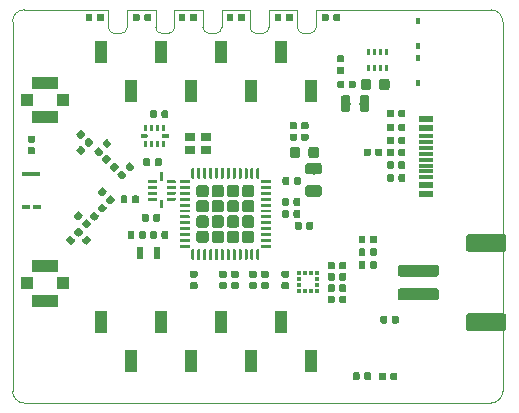
<source format=gbr>
G04 #@! TF.GenerationSoftware,KiCad,Pcbnew,(5.0.0)*
G04 #@! TF.CreationDate,2020-08-24T16:31:51+08:00*
G04 #@! TF.ProjectId,LeashPCB,4C656173685043422E6B696361645F70,B*
G04 #@! TF.SameCoordinates,Original*
G04 #@! TF.FileFunction,Paste,Top*
G04 #@! TF.FilePolarity,Positive*
%FSLAX46Y46*%
G04 Gerber Fmt 4.6, Leading zero omitted, Abs format (unit mm)*
G04 Created by KiCad (PCBNEW (5.0.0)) date 08/24/20 16:31:51*
%MOMM*%
%LPD*%
G01*
G04 APERTURE LIST*
%ADD10C,0.025400*%
%ADD11R,0.350000X0.375000*%
%ADD12R,0.375000X0.350000*%
%ADD13C,0.100000*%
%ADD14C,0.590000*%
%ADD15R,2.200000X1.050000*%
%ADD16R,1.050000X1.000000*%
%ADD17C,0.875000*%
%ADD18C,0.800000*%
%ADD19C,0.300000*%
%ADD20C,0.250000*%
%ADD21R,1.160000X0.600000*%
%ADD22R,1.160000X0.300000*%
%ADD23R,0.450000X0.600000*%
%ADD24R,0.600000X1.100000*%
%ADD25R,1.000000X1.900000*%
%ADD26C,1.040000*%
%ADD27C,1.500000*%
%ADD28C,1.000000*%
%ADD29R,1.600000X0.350000*%
%ADD30R,0.650000X0.350000*%
%ADD31C,0.975000*%
%ADD32R,0.900000X0.800000*%
G04 APERTURE END LIST*
D10*
X41500007Y1000000D02*
X41500007Y32300000D01*
X24114006Y33300010D02*
X21714004Y33300010D01*
X12113998Y33300010D02*
X9714004Y33300010D01*
X16114006Y33300010D02*
X13714004Y33300010D01*
X20114006Y33300010D02*
X17714004Y33300010D01*
X0Y32300009D02*
G75*
G02X999999Y33300010I1000000J1D01*
G01*
X1000000Y0D02*
G75*
G02X0Y1000000I0J1000000D01*
G01*
X25714004Y31800010D02*
G75*
G02X25214004Y31300010I-500000J0D01*
G01*
X24614006Y31300010D02*
G75*
G02X24114006Y31800010I0J500000D01*
G01*
X21714004Y31800010D02*
G75*
G02X21214004Y31300010I-500000J0D01*
G01*
X20614006Y31300010D02*
G75*
G02X20114006Y31800010I0J500000D01*
G01*
X17714004Y31800010D02*
G75*
G02X17214004Y31300010I-500000J0D01*
G01*
X9714004Y31800010D02*
G75*
G02X9214004Y31300010I-500000J0D01*
G01*
X8614006Y31300010D02*
G75*
G02X8114006Y31800010I0J500000D01*
G01*
X41500007Y1000000D02*
G75*
G02X40500007Y0I-1000000J0D01*
G01*
X40500007Y33300010D02*
G75*
G02X41500007Y32300000I0J-1000000D01*
G01*
X12613998Y31300010D02*
G75*
G02X12113998Y31800010I0J500000D01*
G01*
X13714004Y31800010D02*
G75*
G02X13214004Y31300010I-500000J0D01*
G01*
X16614006Y31300010D02*
G75*
G02X16114006Y31800010I0J500000D01*
G01*
X25714004Y31800010D02*
X25714004Y33300010D01*
X24114006Y33300010D02*
X24114006Y31800010D01*
X21714004Y31800010D02*
X21714004Y33300010D01*
X20614006Y31300010D02*
X21214004Y31300010D01*
X20114006Y33300010D02*
X20114006Y31800010D01*
X17714004Y31800010D02*
X17714004Y33300010D01*
X16114006Y33300010D02*
X16114006Y31800010D01*
X40500007Y33300010D02*
X25714004Y33300010D01*
X8113998Y33300010D02*
X1000000Y33300010D01*
X24614006Y31300010D02*
X25214004Y31300010D01*
X8113998Y33300010D02*
X8113998Y31800010D01*
X8614006Y31300010D02*
X9214004Y31300010D01*
X9714004Y31800010D02*
X9714004Y33300010D01*
X16614006Y31300010D02*
X17214004Y31300010D01*
X13714004Y31800010D02*
X13714004Y33300010D01*
X12613998Y31300010D02*
X13214004Y31300010D01*
X1000000Y0D02*
X40500007Y0D01*
X0Y32300010D02*
X0Y1000000D01*
X12113998Y33300010D02*
X12113998Y31800010D01*
D11*
G04 #@! TO.C,U9*
X25244005Y9473105D03*
X24744005Y9473105D03*
X24744005Y10998105D03*
X25244005Y10998105D03*
D12*
X24231505Y9485605D03*
X25756505Y9485605D03*
X24231505Y10985605D03*
X25756505Y10985605D03*
X24231505Y10485605D03*
X24231505Y9985605D03*
X25756505Y10485605D03*
X25756505Y9985605D03*
G04 #@! TD*
D13*
G04 #@! TO.C,C14*
G36*
X28921958Y27294290D02*
X28936276Y27292166D01*
X28950317Y27288649D01*
X28963946Y27283772D01*
X28977031Y27277583D01*
X28989447Y27270142D01*
X29001073Y27261519D01*
X29011798Y27251798D01*
X29021519Y27241073D01*
X29030142Y27229447D01*
X29037583Y27217031D01*
X29043772Y27203946D01*
X29048649Y27190317D01*
X29052166Y27176276D01*
X29054290Y27161958D01*
X29055000Y27147500D01*
X29055000Y26802500D01*
X29054290Y26788042D01*
X29052166Y26773724D01*
X29048649Y26759683D01*
X29043772Y26746054D01*
X29037583Y26732969D01*
X29030142Y26720553D01*
X29021519Y26708927D01*
X29011798Y26698202D01*
X29001073Y26688481D01*
X28989447Y26679858D01*
X28977031Y26672417D01*
X28963946Y26666228D01*
X28950317Y26661351D01*
X28936276Y26657834D01*
X28921958Y26655710D01*
X28907500Y26655000D01*
X28612500Y26655000D01*
X28598042Y26655710D01*
X28583724Y26657834D01*
X28569683Y26661351D01*
X28556054Y26666228D01*
X28542969Y26672417D01*
X28530553Y26679858D01*
X28518927Y26688481D01*
X28508202Y26698202D01*
X28498481Y26708927D01*
X28489858Y26720553D01*
X28482417Y26732969D01*
X28476228Y26746054D01*
X28471351Y26759683D01*
X28467834Y26773724D01*
X28465710Y26788042D01*
X28465000Y26802500D01*
X28465000Y27147500D01*
X28465710Y27161958D01*
X28467834Y27176276D01*
X28471351Y27190317D01*
X28476228Y27203946D01*
X28482417Y27217031D01*
X28489858Y27229447D01*
X28498481Y27241073D01*
X28508202Y27251798D01*
X28518927Y27261519D01*
X28530553Y27270142D01*
X28542969Y27277583D01*
X28556054Y27283772D01*
X28569683Y27288649D01*
X28583724Y27292166D01*
X28598042Y27294290D01*
X28612500Y27295000D01*
X28907500Y27295000D01*
X28921958Y27294290D01*
X28921958Y27294290D01*
G37*
D14*
X28760000Y26975000D03*
D13*
G36*
X27951958Y27294290D02*
X27966276Y27292166D01*
X27980317Y27288649D01*
X27993946Y27283772D01*
X28007031Y27277583D01*
X28019447Y27270142D01*
X28031073Y27261519D01*
X28041798Y27251798D01*
X28051519Y27241073D01*
X28060142Y27229447D01*
X28067583Y27217031D01*
X28073772Y27203946D01*
X28078649Y27190317D01*
X28082166Y27176276D01*
X28084290Y27161958D01*
X28085000Y27147500D01*
X28085000Y26802500D01*
X28084290Y26788042D01*
X28082166Y26773724D01*
X28078649Y26759683D01*
X28073772Y26746054D01*
X28067583Y26732969D01*
X28060142Y26720553D01*
X28051519Y26708927D01*
X28041798Y26698202D01*
X28031073Y26688481D01*
X28019447Y26679858D01*
X28007031Y26672417D01*
X27993946Y26666228D01*
X27980317Y26661351D01*
X27966276Y26657834D01*
X27951958Y26655710D01*
X27937500Y26655000D01*
X27642500Y26655000D01*
X27628042Y26655710D01*
X27613724Y26657834D01*
X27599683Y26661351D01*
X27586054Y26666228D01*
X27572969Y26672417D01*
X27560553Y26679858D01*
X27548927Y26688481D01*
X27538202Y26698202D01*
X27528481Y26708927D01*
X27519858Y26720553D01*
X27512417Y26732969D01*
X27506228Y26746054D01*
X27501351Y26759683D01*
X27497834Y26773724D01*
X27495710Y26788042D01*
X27495000Y26802500D01*
X27495000Y27147500D01*
X27495710Y27161958D01*
X27497834Y27176276D01*
X27501351Y27190317D01*
X27506228Y27203946D01*
X27512417Y27217031D01*
X27519858Y27229447D01*
X27528481Y27241073D01*
X27538202Y27251798D01*
X27548927Y27261519D01*
X27560553Y27270142D01*
X27572969Y27277583D01*
X27586054Y27283772D01*
X27599683Y27288649D01*
X27613724Y27292166D01*
X27628042Y27294290D01*
X27642500Y27295000D01*
X27937500Y27295000D01*
X27951958Y27294290D01*
X27951958Y27294290D01*
G37*
D14*
X27790000Y26975000D03*
G04 #@! TD*
D15*
G04 #@! TO.C,J6*
X2785005Y24175000D03*
D16*
X1260005Y25650000D03*
D15*
X2785005Y27125000D03*
D16*
X4310005Y25650000D03*
G04 #@! TD*
D13*
G04 #@! TO.C,C12*
G36*
X31727691Y27448947D02*
X31748926Y27445797D01*
X31769750Y27440581D01*
X31789962Y27433349D01*
X31809368Y27424170D01*
X31827781Y27413134D01*
X31845024Y27400346D01*
X31860930Y27385930D01*
X31875346Y27370024D01*
X31888134Y27352781D01*
X31899170Y27334368D01*
X31908349Y27314962D01*
X31915581Y27294750D01*
X31920797Y27273926D01*
X31923947Y27252691D01*
X31925000Y27231250D01*
X31925000Y26718750D01*
X31923947Y26697309D01*
X31920797Y26676074D01*
X31915581Y26655250D01*
X31908349Y26635038D01*
X31899170Y26615632D01*
X31888134Y26597219D01*
X31875346Y26579976D01*
X31860930Y26564070D01*
X31845024Y26549654D01*
X31827781Y26536866D01*
X31809368Y26525830D01*
X31789962Y26516651D01*
X31769750Y26509419D01*
X31748926Y26504203D01*
X31727691Y26501053D01*
X31706250Y26500000D01*
X31268750Y26500000D01*
X31247309Y26501053D01*
X31226074Y26504203D01*
X31205250Y26509419D01*
X31185038Y26516651D01*
X31165632Y26525830D01*
X31147219Y26536866D01*
X31129976Y26549654D01*
X31114070Y26564070D01*
X31099654Y26579976D01*
X31086866Y26597219D01*
X31075830Y26615632D01*
X31066651Y26635038D01*
X31059419Y26655250D01*
X31054203Y26676074D01*
X31051053Y26697309D01*
X31050000Y26718750D01*
X31050000Y27231250D01*
X31051053Y27252691D01*
X31054203Y27273926D01*
X31059419Y27294750D01*
X31066651Y27314962D01*
X31075830Y27334368D01*
X31086866Y27352781D01*
X31099654Y27370024D01*
X31114070Y27385930D01*
X31129976Y27400346D01*
X31147219Y27413134D01*
X31165632Y27424170D01*
X31185038Y27433349D01*
X31205250Y27440581D01*
X31226074Y27445797D01*
X31247309Y27448947D01*
X31268750Y27450000D01*
X31706250Y27450000D01*
X31727691Y27448947D01*
X31727691Y27448947D01*
G37*
D17*
X31487500Y26975000D03*
D13*
G36*
X30152691Y27448947D02*
X30173926Y27445797D01*
X30194750Y27440581D01*
X30214962Y27433349D01*
X30234368Y27424170D01*
X30252781Y27413134D01*
X30270024Y27400346D01*
X30285930Y27385930D01*
X30300346Y27370024D01*
X30313134Y27352781D01*
X30324170Y27334368D01*
X30333349Y27314962D01*
X30340581Y27294750D01*
X30345797Y27273926D01*
X30348947Y27252691D01*
X30350000Y27231250D01*
X30350000Y26718750D01*
X30348947Y26697309D01*
X30345797Y26676074D01*
X30340581Y26655250D01*
X30333349Y26635038D01*
X30324170Y26615632D01*
X30313134Y26597219D01*
X30300346Y26579976D01*
X30285930Y26564070D01*
X30270024Y26549654D01*
X30252781Y26536866D01*
X30234368Y26525830D01*
X30214962Y26516651D01*
X30194750Y26509419D01*
X30173926Y26504203D01*
X30152691Y26501053D01*
X30131250Y26500000D01*
X29693750Y26500000D01*
X29672309Y26501053D01*
X29651074Y26504203D01*
X29630250Y26509419D01*
X29610038Y26516651D01*
X29590632Y26525830D01*
X29572219Y26536866D01*
X29554976Y26549654D01*
X29539070Y26564070D01*
X29524654Y26579976D01*
X29511866Y26597219D01*
X29500830Y26615632D01*
X29491651Y26635038D01*
X29484419Y26655250D01*
X29479203Y26676074D01*
X29476053Y26697309D01*
X29475000Y26718750D01*
X29475000Y27231250D01*
X29476053Y27252691D01*
X29479203Y27273926D01*
X29484419Y27294750D01*
X29491651Y27314962D01*
X29500830Y27334368D01*
X29511866Y27352781D01*
X29524654Y27370024D01*
X29539070Y27385930D01*
X29554976Y27400346D01*
X29572219Y27413134D01*
X29590632Y27424170D01*
X29610038Y27433349D01*
X29630250Y27440581D01*
X29651074Y27445797D01*
X29672309Y27448947D01*
X29693750Y27450000D01*
X30131250Y27450000D01*
X30152691Y27448947D01*
X30152691Y27448947D01*
G37*
D17*
X29912500Y26975000D03*
G04 #@! TD*
D13*
G04 #@! TO.C,L2*
G36*
X30019603Y26049037D02*
X30039018Y26046157D01*
X30058057Y26041388D01*
X30076537Y26034776D01*
X30094279Y26026384D01*
X30111114Y26016294D01*
X30126879Y26004602D01*
X30141421Y25991421D01*
X30154602Y25976879D01*
X30166294Y25961114D01*
X30176384Y25944279D01*
X30184776Y25926537D01*
X30191388Y25908057D01*
X30196157Y25889018D01*
X30199037Y25869603D01*
X30200000Y25850000D01*
X30200000Y24850000D01*
X30199037Y24830397D01*
X30196157Y24810982D01*
X30191388Y24791943D01*
X30184776Y24773463D01*
X30176384Y24755721D01*
X30166294Y24738886D01*
X30154602Y24723121D01*
X30141421Y24708579D01*
X30126879Y24695398D01*
X30111114Y24683706D01*
X30094279Y24673616D01*
X30076537Y24665224D01*
X30058057Y24658612D01*
X30039018Y24653843D01*
X30019603Y24650963D01*
X30000000Y24650000D01*
X29600000Y24650000D01*
X29580397Y24650963D01*
X29560982Y24653843D01*
X29541943Y24658612D01*
X29523463Y24665224D01*
X29505721Y24673616D01*
X29488886Y24683706D01*
X29473121Y24695398D01*
X29458579Y24708579D01*
X29445398Y24723121D01*
X29433706Y24738886D01*
X29423616Y24755721D01*
X29415224Y24773463D01*
X29408612Y24791943D01*
X29403843Y24810982D01*
X29400963Y24830397D01*
X29400000Y24850000D01*
X29400000Y25850000D01*
X29400963Y25869603D01*
X29403843Y25889018D01*
X29408612Y25908057D01*
X29415224Y25926537D01*
X29423616Y25944279D01*
X29433706Y25961114D01*
X29445398Y25976879D01*
X29458579Y25991421D01*
X29473121Y26004602D01*
X29488886Y26016294D01*
X29505721Y26026384D01*
X29523463Y26034776D01*
X29541943Y26041388D01*
X29560982Y26046157D01*
X29580397Y26049037D01*
X29600000Y26050000D01*
X30000000Y26050000D01*
X30019603Y26049037D01*
X30019603Y26049037D01*
G37*
D18*
X29800000Y25350000D03*
D13*
G36*
X28419603Y26049037D02*
X28439018Y26046157D01*
X28458057Y26041388D01*
X28476537Y26034776D01*
X28494279Y26026384D01*
X28511114Y26016294D01*
X28526879Y26004602D01*
X28541421Y25991421D01*
X28554602Y25976879D01*
X28566294Y25961114D01*
X28576384Y25944279D01*
X28584776Y25926537D01*
X28591388Y25908057D01*
X28596157Y25889018D01*
X28599037Y25869603D01*
X28600000Y25850000D01*
X28600000Y24850000D01*
X28599037Y24830397D01*
X28596157Y24810982D01*
X28591388Y24791943D01*
X28584776Y24773463D01*
X28576384Y24755721D01*
X28566294Y24738886D01*
X28554602Y24723121D01*
X28541421Y24708579D01*
X28526879Y24695398D01*
X28511114Y24683706D01*
X28494279Y24673616D01*
X28476537Y24665224D01*
X28458057Y24658612D01*
X28439018Y24653843D01*
X28419603Y24650963D01*
X28400000Y24650000D01*
X28000000Y24650000D01*
X27980397Y24650963D01*
X27960982Y24653843D01*
X27941943Y24658612D01*
X27923463Y24665224D01*
X27905721Y24673616D01*
X27888886Y24683706D01*
X27873121Y24695398D01*
X27858579Y24708579D01*
X27845398Y24723121D01*
X27833706Y24738886D01*
X27823616Y24755721D01*
X27815224Y24773463D01*
X27808612Y24791943D01*
X27803843Y24810982D01*
X27800963Y24830397D01*
X27800000Y24850000D01*
X27800000Y25850000D01*
X27800963Y25869603D01*
X27803843Y25889018D01*
X27808612Y25908057D01*
X27815224Y25926537D01*
X27823616Y25944279D01*
X27833706Y25961114D01*
X27845398Y25976879D01*
X27858579Y25991421D01*
X27873121Y26004602D01*
X27888886Y26016294D01*
X27905721Y26026384D01*
X27923463Y26034776D01*
X27941943Y26041388D01*
X27960982Y26046157D01*
X27980397Y26049037D01*
X28000000Y26050000D01*
X28400000Y26050000D01*
X28419603Y26049037D01*
X28419603Y26049037D01*
G37*
D18*
X28200000Y25350000D03*
G04 #@! TD*
D13*
G04 #@! TO.C,U5*
G36*
X11372356Y22749639D02*
X11379637Y22748559D01*
X11386776Y22746771D01*
X11393706Y22744291D01*
X11400360Y22741144D01*
X11406673Y22737360D01*
X11412584Y22732976D01*
X11418038Y22728033D01*
X11422981Y22722579D01*
X11427365Y22716668D01*
X11431149Y22710355D01*
X11434296Y22703701D01*
X11436776Y22696771D01*
X11438564Y22689632D01*
X11439644Y22682351D01*
X11440005Y22675000D01*
X11440005Y22525000D01*
X11439644Y22517649D01*
X11438564Y22510368D01*
X11436776Y22503229D01*
X11434296Y22496299D01*
X11431149Y22489645D01*
X11427365Y22483332D01*
X11422981Y22477421D01*
X11418038Y22471967D01*
X11412584Y22467024D01*
X11406673Y22462640D01*
X11400360Y22458856D01*
X11393706Y22455709D01*
X11386776Y22453229D01*
X11379637Y22451441D01*
X11372356Y22450361D01*
X11365005Y22450000D01*
X10915005Y22450000D01*
X10907654Y22450361D01*
X10900373Y22451441D01*
X10893234Y22453229D01*
X10886304Y22455709D01*
X10879650Y22458856D01*
X10873337Y22462640D01*
X10867426Y22467024D01*
X10861972Y22471967D01*
X10857029Y22477421D01*
X10852645Y22483332D01*
X10848861Y22489645D01*
X10845714Y22496299D01*
X10843234Y22503229D01*
X10841446Y22510368D01*
X10840366Y22517649D01*
X10840005Y22525000D01*
X10840005Y22675000D01*
X10840366Y22682351D01*
X10841446Y22689632D01*
X10843234Y22696771D01*
X10845714Y22703701D01*
X10848861Y22710355D01*
X10852645Y22716668D01*
X10857029Y22722579D01*
X10861972Y22728033D01*
X10867426Y22732976D01*
X10873337Y22737360D01*
X10879650Y22741144D01*
X10886304Y22744291D01*
X10893234Y22746771D01*
X10900373Y22748559D01*
X10907654Y22749639D01*
X10915005Y22750000D01*
X11365005Y22750000D01*
X11372356Y22749639D01*
X11372356Y22749639D01*
G37*
D19*
X11140005Y22600000D03*
D13*
G36*
X11358631Y23549699D02*
X11364698Y23548799D01*
X11370648Y23547309D01*
X11376423Y23545242D01*
X11381967Y23542620D01*
X11387228Y23539467D01*
X11392155Y23535813D01*
X11396699Y23531694D01*
X11400818Y23527150D01*
X11404472Y23522223D01*
X11407625Y23516962D01*
X11410247Y23511418D01*
X11412314Y23505643D01*
X11413804Y23499693D01*
X11414704Y23493626D01*
X11415005Y23487500D01*
X11415005Y23062500D01*
X11414704Y23056374D01*
X11413804Y23050307D01*
X11412314Y23044357D01*
X11410247Y23038582D01*
X11407625Y23033038D01*
X11404472Y23027777D01*
X11400818Y23022850D01*
X11396699Y23018306D01*
X11392155Y23014187D01*
X11387228Y23010533D01*
X11381967Y23007380D01*
X11376423Y23004758D01*
X11370648Y23002691D01*
X11364698Y23001201D01*
X11358631Y23000301D01*
X11352505Y23000000D01*
X11227505Y23000000D01*
X11221379Y23000301D01*
X11215312Y23001201D01*
X11209362Y23002691D01*
X11203587Y23004758D01*
X11198043Y23007380D01*
X11192782Y23010533D01*
X11187855Y23014187D01*
X11183311Y23018306D01*
X11179192Y23022850D01*
X11175538Y23027777D01*
X11172385Y23033038D01*
X11169763Y23038582D01*
X11167696Y23044357D01*
X11166206Y23050307D01*
X11165306Y23056374D01*
X11165005Y23062500D01*
X11165005Y23487500D01*
X11165306Y23493626D01*
X11166206Y23499693D01*
X11167696Y23505643D01*
X11169763Y23511418D01*
X11172385Y23516962D01*
X11175538Y23522223D01*
X11179192Y23527150D01*
X11183311Y23531694D01*
X11187855Y23535813D01*
X11192782Y23539467D01*
X11198043Y23542620D01*
X11203587Y23545242D01*
X11209362Y23547309D01*
X11215312Y23548799D01*
X11221379Y23549699D01*
X11227505Y23550000D01*
X11352505Y23550000D01*
X11358631Y23549699D01*
X11358631Y23549699D01*
G37*
D20*
X11290005Y23275000D03*
D13*
G36*
X11858631Y23549699D02*
X11864698Y23548799D01*
X11870648Y23547309D01*
X11876423Y23545242D01*
X11881967Y23542620D01*
X11887228Y23539467D01*
X11892155Y23535813D01*
X11896699Y23531694D01*
X11900818Y23527150D01*
X11904472Y23522223D01*
X11907625Y23516962D01*
X11910247Y23511418D01*
X11912314Y23505643D01*
X11913804Y23499693D01*
X11914704Y23493626D01*
X11915005Y23487500D01*
X11915005Y23062500D01*
X11914704Y23056374D01*
X11913804Y23050307D01*
X11912314Y23044357D01*
X11910247Y23038582D01*
X11907625Y23033038D01*
X11904472Y23027777D01*
X11900818Y23022850D01*
X11896699Y23018306D01*
X11892155Y23014187D01*
X11887228Y23010533D01*
X11881967Y23007380D01*
X11876423Y23004758D01*
X11870648Y23002691D01*
X11864698Y23001201D01*
X11858631Y23000301D01*
X11852505Y23000000D01*
X11727505Y23000000D01*
X11721379Y23000301D01*
X11715312Y23001201D01*
X11709362Y23002691D01*
X11703587Y23004758D01*
X11698043Y23007380D01*
X11692782Y23010533D01*
X11687855Y23014187D01*
X11683311Y23018306D01*
X11679192Y23022850D01*
X11675538Y23027777D01*
X11672385Y23033038D01*
X11669763Y23038582D01*
X11667696Y23044357D01*
X11666206Y23050307D01*
X11665306Y23056374D01*
X11665005Y23062500D01*
X11665005Y23487500D01*
X11665306Y23493626D01*
X11666206Y23499693D01*
X11667696Y23505643D01*
X11669763Y23511418D01*
X11672385Y23516962D01*
X11675538Y23522223D01*
X11679192Y23527150D01*
X11683311Y23531694D01*
X11687855Y23535813D01*
X11692782Y23539467D01*
X11698043Y23542620D01*
X11703587Y23545242D01*
X11709362Y23547309D01*
X11715312Y23548799D01*
X11721379Y23549699D01*
X11727505Y23550000D01*
X11852505Y23550000D01*
X11858631Y23549699D01*
X11858631Y23549699D01*
G37*
D20*
X11790005Y23275000D03*
D13*
G36*
X12358631Y23549699D02*
X12364698Y23548799D01*
X12370648Y23547309D01*
X12376423Y23545242D01*
X12381967Y23542620D01*
X12387228Y23539467D01*
X12392155Y23535813D01*
X12396699Y23531694D01*
X12400818Y23527150D01*
X12404472Y23522223D01*
X12407625Y23516962D01*
X12410247Y23511418D01*
X12412314Y23505643D01*
X12413804Y23499693D01*
X12414704Y23493626D01*
X12415005Y23487500D01*
X12415005Y23062500D01*
X12414704Y23056374D01*
X12413804Y23050307D01*
X12412314Y23044357D01*
X12410247Y23038582D01*
X12407625Y23033038D01*
X12404472Y23027777D01*
X12400818Y23022850D01*
X12396699Y23018306D01*
X12392155Y23014187D01*
X12387228Y23010533D01*
X12381967Y23007380D01*
X12376423Y23004758D01*
X12370648Y23002691D01*
X12364698Y23001201D01*
X12358631Y23000301D01*
X12352505Y23000000D01*
X12227505Y23000000D01*
X12221379Y23000301D01*
X12215312Y23001201D01*
X12209362Y23002691D01*
X12203587Y23004758D01*
X12198043Y23007380D01*
X12192782Y23010533D01*
X12187855Y23014187D01*
X12183311Y23018306D01*
X12179192Y23022850D01*
X12175538Y23027777D01*
X12172385Y23033038D01*
X12169763Y23038582D01*
X12167696Y23044357D01*
X12166206Y23050307D01*
X12165306Y23056374D01*
X12165005Y23062500D01*
X12165005Y23487500D01*
X12165306Y23493626D01*
X12166206Y23499693D01*
X12167696Y23505643D01*
X12169763Y23511418D01*
X12172385Y23516962D01*
X12175538Y23522223D01*
X12179192Y23527150D01*
X12183311Y23531694D01*
X12187855Y23535813D01*
X12192782Y23539467D01*
X12198043Y23542620D01*
X12203587Y23545242D01*
X12209362Y23547309D01*
X12215312Y23548799D01*
X12221379Y23549699D01*
X12227505Y23550000D01*
X12352505Y23550000D01*
X12358631Y23549699D01*
X12358631Y23549699D01*
G37*
D20*
X12290005Y23275000D03*
D13*
G36*
X12858631Y23549699D02*
X12864698Y23548799D01*
X12870648Y23547309D01*
X12876423Y23545242D01*
X12881967Y23542620D01*
X12887228Y23539467D01*
X12892155Y23535813D01*
X12896699Y23531694D01*
X12900818Y23527150D01*
X12904472Y23522223D01*
X12907625Y23516962D01*
X12910247Y23511418D01*
X12912314Y23505643D01*
X12913804Y23499693D01*
X12914704Y23493626D01*
X12915005Y23487500D01*
X12915005Y23062500D01*
X12914704Y23056374D01*
X12913804Y23050307D01*
X12912314Y23044357D01*
X12910247Y23038582D01*
X12907625Y23033038D01*
X12904472Y23027777D01*
X12900818Y23022850D01*
X12896699Y23018306D01*
X12892155Y23014187D01*
X12887228Y23010533D01*
X12881967Y23007380D01*
X12876423Y23004758D01*
X12870648Y23002691D01*
X12864698Y23001201D01*
X12858631Y23000301D01*
X12852505Y23000000D01*
X12727505Y23000000D01*
X12721379Y23000301D01*
X12715312Y23001201D01*
X12709362Y23002691D01*
X12703587Y23004758D01*
X12698043Y23007380D01*
X12692782Y23010533D01*
X12687855Y23014187D01*
X12683311Y23018306D01*
X12679192Y23022850D01*
X12675538Y23027777D01*
X12672385Y23033038D01*
X12669763Y23038582D01*
X12667696Y23044357D01*
X12666206Y23050307D01*
X12665306Y23056374D01*
X12665005Y23062500D01*
X12665005Y23487500D01*
X12665306Y23493626D01*
X12666206Y23499693D01*
X12667696Y23505643D01*
X12669763Y23511418D01*
X12672385Y23516962D01*
X12675538Y23522223D01*
X12679192Y23527150D01*
X12683311Y23531694D01*
X12687855Y23535813D01*
X12692782Y23539467D01*
X12698043Y23542620D01*
X12703587Y23545242D01*
X12709362Y23547309D01*
X12715312Y23548799D01*
X12721379Y23549699D01*
X12727505Y23550000D01*
X12852505Y23550000D01*
X12858631Y23549699D01*
X12858631Y23549699D01*
G37*
D20*
X12790005Y23275000D03*
D13*
G36*
X13172356Y22749639D02*
X13179637Y22748559D01*
X13186776Y22746771D01*
X13193706Y22744291D01*
X13200360Y22741144D01*
X13206673Y22737360D01*
X13212584Y22732976D01*
X13218038Y22728033D01*
X13222981Y22722579D01*
X13227365Y22716668D01*
X13231149Y22710355D01*
X13234296Y22703701D01*
X13236776Y22696771D01*
X13238564Y22689632D01*
X13239644Y22682351D01*
X13240005Y22675000D01*
X13240005Y22525000D01*
X13239644Y22517649D01*
X13238564Y22510368D01*
X13236776Y22503229D01*
X13234296Y22496299D01*
X13231149Y22489645D01*
X13227365Y22483332D01*
X13222981Y22477421D01*
X13218038Y22471967D01*
X13212584Y22467024D01*
X13206673Y22462640D01*
X13200360Y22458856D01*
X13193706Y22455709D01*
X13186776Y22453229D01*
X13179637Y22451441D01*
X13172356Y22450361D01*
X13165005Y22450000D01*
X12715005Y22450000D01*
X12707654Y22450361D01*
X12700373Y22451441D01*
X12693234Y22453229D01*
X12686304Y22455709D01*
X12679650Y22458856D01*
X12673337Y22462640D01*
X12667426Y22467024D01*
X12661972Y22471967D01*
X12657029Y22477421D01*
X12652645Y22483332D01*
X12648861Y22489645D01*
X12645714Y22496299D01*
X12643234Y22503229D01*
X12641446Y22510368D01*
X12640366Y22517649D01*
X12640005Y22525000D01*
X12640005Y22675000D01*
X12640366Y22682351D01*
X12641446Y22689632D01*
X12643234Y22696771D01*
X12645714Y22703701D01*
X12648861Y22710355D01*
X12652645Y22716668D01*
X12657029Y22722579D01*
X12661972Y22728033D01*
X12667426Y22732976D01*
X12673337Y22737360D01*
X12679650Y22741144D01*
X12686304Y22744291D01*
X12693234Y22746771D01*
X12700373Y22748559D01*
X12707654Y22749639D01*
X12715005Y22750000D01*
X13165005Y22750000D01*
X13172356Y22749639D01*
X13172356Y22749639D01*
G37*
D19*
X12940005Y22600000D03*
D13*
G36*
X12858631Y22199699D02*
X12864698Y22198799D01*
X12870648Y22197309D01*
X12876423Y22195242D01*
X12881967Y22192620D01*
X12887228Y22189467D01*
X12892155Y22185813D01*
X12896699Y22181694D01*
X12900818Y22177150D01*
X12904472Y22172223D01*
X12907625Y22166962D01*
X12910247Y22161418D01*
X12912314Y22155643D01*
X12913804Y22149693D01*
X12914704Y22143626D01*
X12915005Y22137500D01*
X12915005Y21712500D01*
X12914704Y21706374D01*
X12913804Y21700307D01*
X12912314Y21694357D01*
X12910247Y21688582D01*
X12907625Y21683038D01*
X12904472Y21677777D01*
X12900818Y21672850D01*
X12896699Y21668306D01*
X12892155Y21664187D01*
X12887228Y21660533D01*
X12881967Y21657380D01*
X12876423Y21654758D01*
X12870648Y21652691D01*
X12864698Y21651201D01*
X12858631Y21650301D01*
X12852505Y21650000D01*
X12727505Y21650000D01*
X12721379Y21650301D01*
X12715312Y21651201D01*
X12709362Y21652691D01*
X12703587Y21654758D01*
X12698043Y21657380D01*
X12692782Y21660533D01*
X12687855Y21664187D01*
X12683311Y21668306D01*
X12679192Y21672850D01*
X12675538Y21677777D01*
X12672385Y21683038D01*
X12669763Y21688582D01*
X12667696Y21694357D01*
X12666206Y21700307D01*
X12665306Y21706374D01*
X12665005Y21712500D01*
X12665005Y22137500D01*
X12665306Y22143626D01*
X12666206Y22149693D01*
X12667696Y22155643D01*
X12669763Y22161418D01*
X12672385Y22166962D01*
X12675538Y22172223D01*
X12679192Y22177150D01*
X12683311Y22181694D01*
X12687855Y22185813D01*
X12692782Y22189467D01*
X12698043Y22192620D01*
X12703587Y22195242D01*
X12709362Y22197309D01*
X12715312Y22198799D01*
X12721379Y22199699D01*
X12727505Y22200000D01*
X12852505Y22200000D01*
X12858631Y22199699D01*
X12858631Y22199699D01*
G37*
D20*
X12790005Y21925000D03*
D13*
G36*
X12358631Y22199699D02*
X12364698Y22198799D01*
X12370648Y22197309D01*
X12376423Y22195242D01*
X12381967Y22192620D01*
X12387228Y22189467D01*
X12392155Y22185813D01*
X12396699Y22181694D01*
X12400818Y22177150D01*
X12404472Y22172223D01*
X12407625Y22166962D01*
X12410247Y22161418D01*
X12412314Y22155643D01*
X12413804Y22149693D01*
X12414704Y22143626D01*
X12415005Y22137500D01*
X12415005Y21712500D01*
X12414704Y21706374D01*
X12413804Y21700307D01*
X12412314Y21694357D01*
X12410247Y21688582D01*
X12407625Y21683038D01*
X12404472Y21677777D01*
X12400818Y21672850D01*
X12396699Y21668306D01*
X12392155Y21664187D01*
X12387228Y21660533D01*
X12381967Y21657380D01*
X12376423Y21654758D01*
X12370648Y21652691D01*
X12364698Y21651201D01*
X12358631Y21650301D01*
X12352505Y21650000D01*
X12227505Y21650000D01*
X12221379Y21650301D01*
X12215312Y21651201D01*
X12209362Y21652691D01*
X12203587Y21654758D01*
X12198043Y21657380D01*
X12192782Y21660533D01*
X12187855Y21664187D01*
X12183311Y21668306D01*
X12179192Y21672850D01*
X12175538Y21677777D01*
X12172385Y21683038D01*
X12169763Y21688582D01*
X12167696Y21694357D01*
X12166206Y21700307D01*
X12165306Y21706374D01*
X12165005Y21712500D01*
X12165005Y22137500D01*
X12165306Y22143626D01*
X12166206Y22149693D01*
X12167696Y22155643D01*
X12169763Y22161418D01*
X12172385Y22166962D01*
X12175538Y22172223D01*
X12179192Y22177150D01*
X12183311Y22181694D01*
X12187855Y22185813D01*
X12192782Y22189467D01*
X12198043Y22192620D01*
X12203587Y22195242D01*
X12209362Y22197309D01*
X12215312Y22198799D01*
X12221379Y22199699D01*
X12227505Y22200000D01*
X12352505Y22200000D01*
X12358631Y22199699D01*
X12358631Y22199699D01*
G37*
D20*
X12290005Y21925000D03*
D13*
G36*
X11858631Y22199699D02*
X11864698Y22198799D01*
X11870648Y22197309D01*
X11876423Y22195242D01*
X11881967Y22192620D01*
X11887228Y22189467D01*
X11892155Y22185813D01*
X11896699Y22181694D01*
X11900818Y22177150D01*
X11904472Y22172223D01*
X11907625Y22166962D01*
X11910247Y22161418D01*
X11912314Y22155643D01*
X11913804Y22149693D01*
X11914704Y22143626D01*
X11915005Y22137500D01*
X11915005Y21712500D01*
X11914704Y21706374D01*
X11913804Y21700307D01*
X11912314Y21694357D01*
X11910247Y21688582D01*
X11907625Y21683038D01*
X11904472Y21677777D01*
X11900818Y21672850D01*
X11896699Y21668306D01*
X11892155Y21664187D01*
X11887228Y21660533D01*
X11881967Y21657380D01*
X11876423Y21654758D01*
X11870648Y21652691D01*
X11864698Y21651201D01*
X11858631Y21650301D01*
X11852505Y21650000D01*
X11727505Y21650000D01*
X11721379Y21650301D01*
X11715312Y21651201D01*
X11709362Y21652691D01*
X11703587Y21654758D01*
X11698043Y21657380D01*
X11692782Y21660533D01*
X11687855Y21664187D01*
X11683311Y21668306D01*
X11679192Y21672850D01*
X11675538Y21677777D01*
X11672385Y21683038D01*
X11669763Y21688582D01*
X11667696Y21694357D01*
X11666206Y21700307D01*
X11665306Y21706374D01*
X11665005Y21712500D01*
X11665005Y22137500D01*
X11665306Y22143626D01*
X11666206Y22149693D01*
X11667696Y22155643D01*
X11669763Y22161418D01*
X11672385Y22166962D01*
X11675538Y22172223D01*
X11679192Y22177150D01*
X11683311Y22181694D01*
X11687855Y22185813D01*
X11692782Y22189467D01*
X11698043Y22192620D01*
X11703587Y22195242D01*
X11709362Y22197309D01*
X11715312Y22198799D01*
X11721379Y22199699D01*
X11727505Y22200000D01*
X11852505Y22200000D01*
X11858631Y22199699D01*
X11858631Y22199699D01*
G37*
D20*
X11790005Y21925000D03*
D13*
G36*
X11358631Y22199699D02*
X11364698Y22198799D01*
X11370648Y22197309D01*
X11376423Y22195242D01*
X11381967Y22192620D01*
X11387228Y22189467D01*
X11392155Y22185813D01*
X11396699Y22181694D01*
X11400818Y22177150D01*
X11404472Y22172223D01*
X11407625Y22166962D01*
X11410247Y22161418D01*
X11412314Y22155643D01*
X11413804Y22149693D01*
X11414704Y22143626D01*
X11415005Y22137500D01*
X11415005Y21712500D01*
X11414704Y21706374D01*
X11413804Y21700307D01*
X11412314Y21694357D01*
X11410247Y21688582D01*
X11407625Y21683038D01*
X11404472Y21677777D01*
X11400818Y21672850D01*
X11396699Y21668306D01*
X11392155Y21664187D01*
X11387228Y21660533D01*
X11381967Y21657380D01*
X11376423Y21654758D01*
X11370648Y21652691D01*
X11364698Y21651201D01*
X11358631Y21650301D01*
X11352505Y21650000D01*
X11227505Y21650000D01*
X11221379Y21650301D01*
X11215312Y21651201D01*
X11209362Y21652691D01*
X11203587Y21654758D01*
X11198043Y21657380D01*
X11192782Y21660533D01*
X11187855Y21664187D01*
X11183311Y21668306D01*
X11179192Y21672850D01*
X11175538Y21677777D01*
X11172385Y21683038D01*
X11169763Y21688582D01*
X11167696Y21694357D01*
X11166206Y21700307D01*
X11165306Y21706374D01*
X11165005Y21712500D01*
X11165005Y22137500D01*
X11165306Y22143626D01*
X11166206Y22149693D01*
X11167696Y22155643D01*
X11169763Y22161418D01*
X11172385Y22166962D01*
X11175538Y22172223D01*
X11179192Y22177150D01*
X11183311Y22181694D01*
X11187855Y22185813D01*
X11192782Y22189467D01*
X11198043Y22192620D01*
X11203587Y22195242D01*
X11209362Y22197309D01*
X11215312Y22198799D01*
X11221379Y22199699D01*
X11227505Y22200000D01*
X11352505Y22200000D01*
X11358631Y22199699D01*
X11358631Y22199699D01*
G37*
D20*
X11290005Y21925000D03*
G04 #@! TD*
D13*
G04 #@! TO.C,U3*
G36*
X31754901Y28649759D02*
X31759755Y28649039D01*
X31764514Y28647847D01*
X31769134Y28646194D01*
X31773570Y28644096D01*
X31777779Y28641573D01*
X31781720Y28638651D01*
X31785355Y28635355D01*
X31788651Y28631720D01*
X31791573Y28627779D01*
X31794096Y28623570D01*
X31796194Y28619134D01*
X31797847Y28614514D01*
X31799039Y28609755D01*
X31799759Y28604901D01*
X31800000Y28600000D01*
X31800000Y28150000D01*
X31799759Y28145099D01*
X31799039Y28140245D01*
X31797847Y28135486D01*
X31796194Y28130866D01*
X31794096Y28126430D01*
X31791573Y28122221D01*
X31788651Y28118280D01*
X31785355Y28114645D01*
X31781720Y28111349D01*
X31777779Y28108427D01*
X31773570Y28105904D01*
X31769134Y28103806D01*
X31764514Y28102153D01*
X31759755Y28100961D01*
X31754901Y28100241D01*
X31750000Y28100000D01*
X31600000Y28100000D01*
X31595099Y28100241D01*
X31590245Y28100961D01*
X31585486Y28102153D01*
X31580866Y28103806D01*
X31576430Y28105904D01*
X31572221Y28108427D01*
X31568280Y28111349D01*
X31564645Y28114645D01*
X31561349Y28118280D01*
X31558427Y28122221D01*
X31555904Y28126430D01*
X31553806Y28130866D01*
X31552153Y28135486D01*
X31550961Y28140245D01*
X31550241Y28145099D01*
X31550000Y28150000D01*
X31550000Y28600000D01*
X31550241Y28604901D01*
X31550961Y28609755D01*
X31552153Y28614514D01*
X31553806Y28619134D01*
X31555904Y28623570D01*
X31558427Y28627779D01*
X31561349Y28631720D01*
X31564645Y28635355D01*
X31568280Y28638651D01*
X31572221Y28641573D01*
X31576430Y28644096D01*
X31580866Y28646194D01*
X31585486Y28647847D01*
X31590245Y28649039D01*
X31595099Y28649759D01*
X31600000Y28650000D01*
X31750000Y28650000D01*
X31754901Y28649759D01*
X31754901Y28649759D01*
G37*
D20*
X31675000Y28375000D03*
D13*
G36*
X31254901Y28649759D02*
X31259755Y28649039D01*
X31264514Y28647847D01*
X31269134Y28646194D01*
X31273570Y28644096D01*
X31277779Y28641573D01*
X31281720Y28638651D01*
X31285355Y28635355D01*
X31288651Y28631720D01*
X31291573Y28627779D01*
X31294096Y28623570D01*
X31296194Y28619134D01*
X31297847Y28614514D01*
X31299039Y28609755D01*
X31299759Y28604901D01*
X31300000Y28600000D01*
X31300000Y28150000D01*
X31299759Y28145099D01*
X31299039Y28140245D01*
X31297847Y28135486D01*
X31296194Y28130866D01*
X31294096Y28126430D01*
X31291573Y28122221D01*
X31288651Y28118280D01*
X31285355Y28114645D01*
X31281720Y28111349D01*
X31277779Y28108427D01*
X31273570Y28105904D01*
X31269134Y28103806D01*
X31264514Y28102153D01*
X31259755Y28100961D01*
X31254901Y28100241D01*
X31250000Y28100000D01*
X31100000Y28100000D01*
X31095099Y28100241D01*
X31090245Y28100961D01*
X31085486Y28102153D01*
X31080866Y28103806D01*
X31076430Y28105904D01*
X31072221Y28108427D01*
X31068280Y28111349D01*
X31064645Y28114645D01*
X31061349Y28118280D01*
X31058427Y28122221D01*
X31055904Y28126430D01*
X31053806Y28130866D01*
X31052153Y28135486D01*
X31050961Y28140245D01*
X31050241Y28145099D01*
X31050000Y28150000D01*
X31050000Y28600000D01*
X31050241Y28604901D01*
X31050961Y28609755D01*
X31052153Y28614514D01*
X31053806Y28619134D01*
X31055904Y28623570D01*
X31058427Y28627779D01*
X31061349Y28631720D01*
X31064645Y28635355D01*
X31068280Y28638651D01*
X31072221Y28641573D01*
X31076430Y28644096D01*
X31080866Y28646194D01*
X31085486Y28647847D01*
X31090245Y28649039D01*
X31095099Y28649759D01*
X31100000Y28650000D01*
X31250000Y28650000D01*
X31254901Y28649759D01*
X31254901Y28649759D01*
G37*
D20*
X31175000Y28375000D03*
D13*
G36*
X30754901Y28649759D02*
X30759755Y28649039D01*
X30764514Y28647847D01*
X30769134Y28646194D01*
X30773570Y28644096D01*
X30777779Y28641573D01*
X30781720Y28638651D01*
X30785355Y28635355D01*
X30788651Y28631720D01*
X30791573Y28627779D01*
X30794096Y28623570D01*
X30796194Y28619134D01*
X30797847Y28614514D01*
X30799039Y28609755D01*
X30799759Y28604901D01*
X30800000Y28600000D01*
X30800000Y28150000D01*
X30799759Y28145099D01*
X30799039Y28140245D01*
X30797847Y28135486D01*
X30796194Y28130866D01*
X30794096Y28126430D01*
X30791573Y28122221D01*
X30788651Y28118280D01*
X30785355Y28114645D01*
X30781720Y28111349D01*
X30777779Y28108427D01*
X30773570Y28105904D01*
X30769134Y28103806D01*
X30764514Y28102153D01*
X30759755Y28100961D01*
X30754901Y28100241D01*
X30750000Y28100000D01*
X30600000Y28100000D01*
X30595099Y28100241D01*
X30590245Y28100961D01*
X30585486Y28102153D01*
X30580866Y28103806D01*
X30576430Y28105904D01*
X30572221Y28108427D01*
X30568280Y28111349D01*
X30564645Y28114645D01*
X30561349Y28118280D01*
X30558427Y28122221D01*
X30555904Y28126430D01*
X30553806Y28130866D01*
X30552153Y28135486D01*
X30550961Y28140245D01*
X30550241Y28145099D01*
X30550000Y28150000D01*
X30550000Y28600000D01*
X30550241Y28604901D01*
X30550961Y28609755D01*
X30552153Y28614514D01*
X30553806Y28619134D01*
X30555904Y28623570D01*
X30558427Y28627779D01*
X30561349Y28631720D01*
X30564645Y28635355D01*
X30568280Y28638651D01*
X30572221Y28641573D01*
X30576430Y28644096D01*
X30580866Y28646194D01*
X30585486Y28647847D01*
X30590245Y28649039D01*
X30595099Y28649759D01*
X30600000Y28650000D01*
X30750000Y28650000D01*
X30754901Y28649759D01*
X30754901Y28649759D01*
G37*
D20*
X30675000Y28375000D03*
D13*
G36*
X30254901Y28649759D02*
X30259755Y28649039D01*
X30264514Y28647847D01*
X30269134Y28646194D01*
X30273570Y28644096D01*
X30277779Y28641573D01*
X30281720Y28638651D01*
X30285355Y28635355D01*
X30288651Y28631720D01*
X30291573Y28627779D01*
X30294096Y28623570D01*
X30296194Y28619134D01*
X30297847Y28614514D01*
X30299039Y28609755D01*
X30299759Y28604901D01*
X30300000Y28600000D01*
X30300000Y28150000D01*
X30299759Y28145099D01*
X30299039Y28140245D01*
X30297847Y28135486D01*
X30296194Y28130866D01*
X30294096Y28126430D01*
X30291573Y28122221D01*
X30288651Y28118280D01*
X30285355Y28114645D01*
X30281720Y28111349D01*
X30277779Y28108427D01*
X30273570Y28105904D01*
X30269134Y28103806D01*
X30264514Y28102153D01*
X30259755Y28100961D01*
X30254901Y28100241D01*
X30250000Y28100000D01*
X30100000Y28100000D01*
X30095099Y28100241D01*
X30090245Y28100961D01*
X30085486Y28102153D01*
X30080866Y28103806D01*
X30076430Y28105904D01*
X30072221Y28108427D01*
X30068280Y28111349D01*
X30064645Y28114645D01*
X30061349Y28118280D01*
X30058427Y28122221D01*
X30055904Y28126430D01*
X30053806Y28130866D01*
X30052153Y28135486D01*
X30050961Y28140245D01*
X30050241Y28145099D01*
X30050000Y28150000D01*
X30050000Y28600000D01*
X30050241Y28604901D01*
X30050961Y28609755D01*
X30052153Y28614514D01*
X30053806Y28619134D01*
X30055904Y28623570D01*
X30058427Y28627779D01*
X30061349Y28631720D01*
X30064645Y28635355D01*
X30068280Y28638651D01*
X30072221Y28641573D01*
X30076430Y28644096D01*
X30080866Y28646194D01*
X30085486Y28647847D01*
X30090245Y28649039D01*
X30095099Y28649759D01*
X30100000Y28650000D01*
X30250000Y28650000D01*
X30254901Y28649759D01*
X30254901Y28649759D01*
G37*
D20*
X30175000Y28375000D03*
D13*
G36*
X30254901Y29999759D02*
X30259755Y29999039D01*
X30264514Y29997847D01*
X30269134Y29996194D01*
X30273570Y29994096D01*
X30277779Y29991573D01*
X30281720Y29988651D01*
X30285355Y29985355D01*
X30288651Y29981720D01*
X30291573Y29977779D01*
X30294096Y29973570D01*
X30296194Y29969134D01*
X30297847Y29964514D01*
X30299039Y29959755D01*
X30299759Y29954901D01*
X30300000Y29950000D01*
X30300000Y29500000D01*
X30299759Y29495099D01*
X30299039Y29490245D01*
X30297847Y29485486D01*
X30296194Y29480866D01*
X30294096Y29476430D01*
X30291573Y29472221D01*
X30288651Y29468280D01*
X30285355Y29464645D01*
X30281720Y29461349D01*
X30277779Y29458427D01*
X30273570Y29455904D01*
X30269134Y29453806D01*
X30264514Y29452153D01*
X30259755Y29450961D01*
X30254901Y29450241D01*
X30250000Y29450000D01*
X30100000Y29450000D01*
X30095099Y29450241D01*
X30090245Y29450961D01*
X30085486Y29452153D01*
X30080866Y29453806D01*
X30076430Y29455904D01*
X30072221Y29458427D01*
X30068280Y29461349D01*
X30064645Y29464645D01*
X30061349Y29468280D01*
X30058427Y29472221D01*
X30055904Y29476430D01*
X30053806Y29480866D01*
X30052153Y29485486D01*
X30050961Y29490245D01*
X30050241Y29495099D01*
X30050000Y29500000D01*
X30050000Y29950000D01*
X30050241Y29954901D01*
X30050961Y29959755D01*
X30052153Y29964514D01*
X30053806Y29969134D01*
X30055904Y29973570D01*
X30058427Y29977779D01*
X30061349Y29981720D01*
X30064645Y29985355D01*
X30068280Y29988651D01*
X30072221Y29991573D01*
X30076430Y29994096D01*
X30080866Y29996194D01*
X30085486Y29997847D01*
X30090245Y29999039D01*
X30095099Y29999759D01*
X30100000Y30000000D01*
X30250000Y30000000D01*
X30254901Y29999759D01*
X30254901Y29999759D01*
G37*
D20*
X30175000Y29725000D03*
D13*
G36*
X30754901Y29999759D02*
X30759755Y29999039D01*
X30764514Y29997847D01*
X30769134Y29996194D01*
X30773570Y29994096D01*
X30777779Y29991573D01*
X30781720Y29988651D01*
X30785355Y29985355D01*
X30788651Y29981720D01*
X30791573Y29977779D01*
X30794096Y29973570D01*
X30796194Y29969134D01*
X30797847Y29964514D01*
X30799039Y29959755D01*
X30799759Y29954901D01*
X30800000Y29950000D01*
X30800000Y29500000D01*
X30799759Y29495099D01*
X30799039Y29490245D01*
X30797847Y29485486D01*
X30796194Y29480866D01*
X30794096Y29476430D01*
X30791573Y29472221D01*
X30788651Y29468280D01*
X30785355Y29464645D01*
X30781720Y29461349D01*
X30777779Y29458427D01*
X30773570Y29455904D01*
X30769134Y29453806D01*
X30764514Y29452153D01*
X30759755Y29450961D01*
X30754901Y29450241D01*
X30750000Y29450000D01*
X30600000Y29450000D01*
X30595099Y29450241D01*
X30590245Y29450961D01*
X30585486Y29452153D01*
X30580866Y29453806D01*
X30576430Y29455904D01*
X30572221Y29458427D01*
X30568280Y29461349D01*
X30564645Y29464645D01*
X30561349Y29468280D01*
X30558427Y29472221D01*
X30555904Y29476430D01*
X30553806Y29480866D01*
X30552153Y29485486D01*
X30550961Y29490245D01*
X30550241Y29495099D01*
X30550000Y29500000D01*
X30550000Y29950000D01*
X30550241Y29954901D01*
X30550961Y29959755D01*
X30552153Y29964514D01*
X30553806Y29969134D01*
X30555904Y29973570D01*
X30558427Y29977779D01*
X30561349Y29981720D01*
X30564645Y29985355D01*
X30568280Y29988651D01*
X30572221Y29991573D01*
X30576430Y29994096D01*
X30580866Y29996194D01*
X30585486Y29997847D01*
X30590245Y29999039D01*
X30595099Y29999759D01*
X30600000Y30000000D01*
X30750000Y30000000D01*
X30754901Y29999759D01*
X30754901Y29999759D01*
G37*
D20*
X30675000Y29725000D03*
D13*
G36*
X31254901Y29999759D02*
X31259755Y29999039D01*
X31264514Y29997847D01*
X31269134Y29996194D01*
X31273570Y29994096D01*
X31277779Y29991573D01*
X31281720Y29988651D01*
X31285355Y29985355D01*
X31288651Y29981720D01*
X31291573Y29977779D01*
X31294096Y29973570D01*
X31296194Y29969134D01*
X31297847Y29964514D01*
X31299039Y29959755D01*
X31299759Y29954901D01*
X31300000Y29950000D01*
X31300000Y29500000D01*
X31299759Y29495099D01*
X31299039Y29490245D01*
X31297847Y29485486D01*
X31296194Y29480866D01*
X31294096Y29476430D01*
X31291573Y29472221D01*
X31288651Y29468280D01*
X31285355Y29464645D01*
X31281720Y29461349D01*
X31277779Y29458427D01*
X31273570Y29455904D01*
X31269134Y29453806D01*
X31264514Y29452153D01*
X31259755Y29450961D01*
X31254901Y29450241D01*
X31250000Y29450000D01*
X31100000Y29450000D01*
X31095099Y29450241D01*
X31090245Y29450961D01*
X31085486Y29452153D01*
X31080866Y29453806D01*
X31076430Y29455904D01*
X31072221Y29458427D01*
X31068280Y29461349D01*
X31064645Y29464645D01*
X31061349Y29468280D01*
X31058427Y29472221D01*
X31055904Y29476430D01*
X31053806Y29480866D01*
X31052153Y29485486D01*
X31050961Y29490245D01*
X31050241Y29495099D01*
X31050000Y29500000D01*
X31050000Y29950000D01*
X31050241Y29954901D01*
X31050961Y29959755D01*
X31052153Y29964514D01*
X31053806Y29969134D01*
X31055904Y29973570D01*
X31058427Y29977779D01*
X31061349Y29981720D01*
X31064645Y29985355D01*
X31068280Y29988651D01*
X31072221Y29991573D01*
X31076430Y29994096D01*
X31080866Y29996194D01*
X31085486Y29997847D01*
X31090245Y29999039D01*
X31095099Y29999759D01*
X31100000Y30000000D01*
X31250000Y30000000D01*
X31254901Y29999759D01*
X31254901Y29999759D01*
G37*
D20*
X31175000Y29725000D03*
D13*
G36*
X31754901Y29999759D02*
X31759755Y29999039D01*
X31764514Y29997847D01*
X31769134Y29996194D01*
X31773570Y29994096D01*
X31777779Y29991573D01*
X31781720Y29988651D01*
X31785355Y29985355D01*
X31788651Y29981720D01*
X31791573Y29977779D01*
X31794096Y29973570D01*
X31796194Y29969134D01*
X31797847Y29964514D01*
X31799039Y29959755D01*
X31799759Y29954901D01*
X31800000Y29950000D01*
X31800000Y29500000D01*
X31799759Y29495099D01*
X31799039Y29490245D01*
X31797847Y29485486D01*
X31796194Y29480866D01*
X31794096Y29476430D01*
X31791573Y29472221D01*
X31788651Y29468280D01*
X31785355Y29464645D01*
X31781720Y29461349D01*
X31777779Y29458427D01*
X31773570Y29455904D01*
X31769134Y29453806D01*
X31764514Y29452153D01*
X31759755Y29450961D01*
X31754901Y29450241D01*
X31750000Y29450000D01*
X31600000Y29450000D01*
X31595099Y29450241D01*
X31590245Y29450961D01*
X31585486Y29452153D01*
X31580866Y29453806D01*
X31576430Y29455904D01*
X31572221Y29458427D01*
X31568280Y29461349D01*
X31564645Y29464645D01*
X31561349Y29468280D01*
X31558427Y29472221D01*
X31555904Y29476430D01*
X31553806Y29480866D01*
X31552153Y29485486D01*
X31550961Y29490245D01*
X31550241Y29495099D01*
X31550000Y29500000D01*
X31550000Y29950000D01*
X31550241Y29954901D01*
X31550961Y29959755D01*
X31552153Y29964514D01*
X31553806Y29969134D01*
X31555904Y29973570D01*
X31558427Y29977779D01*
X31561349Y29981720D01*
X31564645Y29985355D01*
X31568280Y29988651D01*
X31572221Y29991573D01*
X31576430Y29994096D01*
X31580866Y29996194D01*
X31585486Y29997847D01*
X31590245Y29999039D01*
X31595099Y29999759D01*
X31600000Y30000000D01*
X31750000Y30000000D01*
X31754901Y29999759D01*
X31754901Y29999759D01*
G37*
D20*
X31675000Y29725000D03*
G04 #@! TD*
D21*
G04 #@! TO.C,P1*
X34993505Y24054105D03*
X34993505Y23254105D03*
X34993505Y24054105D03*
X34993505Y23254105D03*
X34993505Y17654105D03*
X34993505Y17654105D03*
X34993505Y18454105D03*
X34993505Y18454105D03*
D22*
X34993505Y22604105D03*
X34993505Y21604105D03*
X34993505Y22104105D03*
X34993505Y19604105D03*
X34993505Y19104105D03*
X34993505Y21104105D03*
X34993505Y20604105D03*
X34993505Y20104105D03*
G04 #@! TD*
D23*
G04 #@! TO.C,D1*
X34328505Y32367605D03*
X34328505Y30267605D03*
G04 #@! TD*
G04 #@! TO.C,D9*
X34328505Y27092605D03*
X34328505Y29192605D03*
G04 #@! TD*
D13*
G04 #@! TO.C,F1*
G36*
X33133963Y24842395D02*
X33148281Y24840271D01*
X33162322Y24836754D01*
X33175951Y24831877D01*
X33189036Y24825688D01*
X33201452Y24818247D01*
X33213078Y24809624D01*
X33223803Y24799903D01*
X33233524Y24789178D01*
X33242147Y24777552D01*
X33249588Y24765136D01*
X33255777Y24752051D01*
X33260654Y24738422D01*
X33264171Y24724381D01*
X33266295Y24710063D01*
X33267005Y24695605D01*
X33267005Y24350605D01*
X33266295Y24336147D01*
X33264171Y24321829D01*
X33260654Y24307788D01*
X33255777Y24294159D01*
X33249588Y24281074D01*
X33242147Y24268658D01*
X33233524Y24257032D01*
X33223803Y24246307D01*
X33213078Y24236586D01*
X33201452Y24227963D01*
X33189036Y24220522D01*
X33175951Y24214333D01*
X33162322Y24209456D01*
X33148281Y24205939D01*
X33133963Y24203815D01*
X33119505Y24203105D01*
X32824505Y24203105D01*
X32810047Y24203815D01*
X32795729Y24205939D01*
X32781688Y24209456D01*
X32768059Y24214333D01*
X32754974Y24220522D01*
X32742558Y24227963D01*
X32730932Y24236586D01*
X32720207Y24246307D01*
X32710486Y24257032D01*
X32701863Y24268658D01*
X32694422Y24281074D01*
X32688233Y24294159D01*
X32683356Y24307788D01*
X32679839Y24321829D01*
X32677715Y24336147D01*
X32677005Y24350605D01*
X32677005Y24695605D01*
X32677715Y24710063D01*
X32679839Y24724381D01*
X32683356Y24738422D01*
X32688233Y24752051D01*
X32694422Y24765136D01*
X32701863Y24777552D01*
X32710486Y24789178D01*
X32720207Y24799903D01*
X32730932Y24809624D01*
X32742558Y24818247D01*
X32754974Y24825688D01*
X32768059Y24831877D01*
X32781688Y24836754D01*
X32795729Y24840271D01*
X32810047Y24842395D01*
X32824505Y24843105D01*
X33119505Y24843105D01*
X33133963Y24842395D01*
X33133963Y24842395D01*
G37*
D14*
X32972005Y24523105D03*
D13*
G36*
X32163963Y24842395D02*
X32178281Y24840271D01*
X32192322Y24836754D01*
X32205951Y24831877D01*
X32219036Y24825688D01*
X32231452Y24818247D01*
X32243078Y24809624D01*
X32253803Y24799903D01*
X32263524Y24789178D01*
X32272147Y24777552D01*
X32279588Y24765136D01*
X32285777Y24752051D01*
X32290654Y24738422D01*
X32294171Y24724381D01*
X32296295Y24710063D01*
X32297005Y24695605D01*
X32297005Y24350605D01*
X32296295Y24336147D01*
X32294171Y24321829D01*
X32290654Y24307788D01*
X32285777Y24294159D01*
X32279588Y24281074D01*
X32272147Y24268658D01*
X32263524Y24257032D01*
X32253803Y24246307D01*
X32243078Y24236586D01*
X32231452Y24227963D01*
X32219036Y24220522D01*
X32205951Y24214333D01*
X32192322Y24209456D01*
X32178281Y24205939D01*
X32163963Y24203815D01*
X32149505Y24203105D01*
X31854505Y24203105D01*
X31840047Y24203815D01*
X31825729Y24205939D01*
X31811688Y24209456D01*
X31798059Y24214333D01*
X31784974Y24220522D01*
X31772558Y24227963D01*
X31760932Y24236586D01*
X31750207Y24246307D01*
X31740486Y24257032D01*
X31731863Y24268658D01*
X31724422Y24281074D01*
X31718233Y24294159D01*
X31713356Y24307788D01*
X31709839Y24321829D01*
X31707715Y24336147D01*
X31707005Y24350605D01*
X31707005Y24695605D01*
X31707715Y24710063D01*
X31709839Y24724381D01*
X31713356Y24738422D01*
X31718233Y24752051D01*
X31724422Y24765136D01*
X31731863Y24777552D01*
X31740486Y24789178D01*
X31750207Y24799903D01*
X31760932Y24809624D01*
X31772558Y24818247D01*
X31784974Y24825688D01*
X31798059Y24831877D01*
X31811688Y24836754D01*
X31825729Y24840271D01*
X31840047Y24842395D01*
X31854505Y24843105D01*
X32149505Y24843105D01*
X32163963Y24842395D01*
X32163963Y24842395D01*
G37*
D14*
X32002005Y24523105D03*
G04 #@! TD*
D13*
G04 #@! TO.C,F2*
G36*
X27961958Y28459290D02*
X27976276Y28457166D01*
X27990317Y28453649D01*
X28003946Y28448772D01*
X28017031Y28442583D01*
X28029447Y28435142D01*
X28041073Y28426519D01*
X28051798Y28416798D01*
X28061519Y28406073D01*
X28070142Y28394447D01*
X28077583Y28382031D01*
X28083772Y28368946D01*
X28088649Y28355317D01*
X28092166Y28341276D01*
X28094290Y28326958D01*
X28095000Y28312500D01*
X28095000Y28017500D01*
X28094290Y28003042D01*
X28092166Y27988724D01*
X28088649Y27974683D01*
X28083772Y27961054D01*
X28077583Y27947969D01*
X28070142Y27935553D01*
X28061519Y27923927D01*
X28051798Y27913202D01*
X28041073Y27903481D01*
X28029447Y27894858D01*
X28017031Y27887417D01*
X28003946Y27881228D01*
X27990317Y27876351D01*
X27976276Y27872834D01*
X27961958Y27870710D01*
X27947500Y27870000D01*
X27602500Y27870000D01*
X27588042Y27870710D01*
X27573724Y27872834D01*
X27559683Y27876351D01*
X27546054Y27881228D01*
X27532969Y27887417D01*
X27520553Y27894858D01*
X27508927Y27903481D01*
X27498202Y27913202D01*
X27488481Y27923927D01*
X27479858Y27935553D01*
X27472417Y27947969D01*
X27466228Y27961054D01*
X27461351Y27974683D01*
X27457834Y27988724D01*
X27455710Y28003042D01*
X27455000Y28017500D01*
X27455000Y28312500D01*
X27455710Y28326958D01*
X27457834Y28341276D01*
X27461351Y28355317D01*
X27466228Y28368946D01*
X27472417Y28382031D01*
X27479858Y28394447D01*
X27488481Y28406073D01*
X27498202Y28416798D01*
X27508927Y28426519D01*
X27520553Y28435142D01*
X27532969Y28442583D01*
X27546054Y28448772D01*
X27559683Y28453649D01*
X27573724Y28457166D01*
X27588042Y28459290D01*
X27602500Y28460000D01*
X27947500Y28460000D01*
X27961958Y28459290D01*
X27961958Y28459290D01*
G37*
D14*
X27775000Y28165000D03*
D13*
G36*
X27961958Y29429290D02*
X27976276Y29427166D01*
X27990317Y29423649D01*
X28003946Y29418772D01*
X28017031Y29412583D01*
X28029447Y29405142D01*
X28041073Y29396519D01*
X28051798Y29386798D01*
X28061519Y29376073D01*
X28070142Y29364447D01*
X28077583Y29352031D01*
X28083772Y29338946D01*
X28088649Y29325317D01*
X28092166Y29311276D01*
X28094290Y29296958D01*
X28095000Y29282500D01*
X28095000Y28987500D01*
X28094290Y28973042D01*
X28092166Y28958724D01*
X28088649Y28944683D01*
X28083772Y28931054D01*
X28077583Y28917969D01*
X28070142Y28905553D01*
X28061519Y28893927D01*
X28051798Y28883202D01*
X28041073Y28873481D01*
X28029447Y28864858D01*
X28017031Y28857417D01*
X28003946Y28851228D01*
X27990317Y28846351D01*
X27976276Y28842834D01*
X27961958Y28840710D01*
X27947500Y28840000D01*
X27602500Y28840000D01*
X27588042Y28840710D01*
X27573724Y28842834D01*
X27559683Y28846351D01*
X27546054Y28851228D01*
X27532969Y28857417D01*
X27520553Y28864858D01*
X27508927Y28873481D01*
X27498202Y28883202D01*
X27488481Y28893927D01*
X27479858Y28905553D01*
X27472417Y28917969D01*
X27466228Y28931054D01*
X27461351Y28944683D01*
X27457834Y28958724D01*
X27455710Y28973042D01*
X27455000Y28987500D01*
X27455000Y29282500D01*
X27455710Y29296958D01*
X27457834Y29311276D01*
X27461351Y29325317D01*
X27466228Y29338946D01*
X27472417Y29352031D01*
X27479858Y29364447D01*
X27488481Y29376073D01*
X27498202Y29386798D01*
X27508927Y29396519D01*
X27520553Y29405142D01*
X27532969Y29412583D01*
X27546054Y29418772D01*
X27559683Y29423649D01*
X27573724Y29427166D01*
X27588042Y29429290D01*
X27602500Y29430000D01*
X27947500Y29430000D01*
X27961958Y29429290D01*
X27961958Y29429290D01*
G37*
D14*
X27775000Y29135000D03*
G04 #@! TD*
D13*
G04 #@! TO.C,C25*
G36*
X12097963Y24778895D02*
X12112281Y24776771D01*
X12126322Y24773254D01*
X12139951Y24768377D01*
X12153036Y24762188D01*
X12165452Y24754747D01*
X12177078Y24746124D01*
X12187803Y24736403D01*
X12197524Y24725678D01*
X12206147Y24714052D01*
X12213588Y24701636D01*
X12219777Y24688551D01*
X12224654Y24674922D01*
X12228171Y24660881D01*
X12230295Y24646563D01*
X12231005Y24632105D01*
X12231005Y24287105D01*
X12230295Y24272647D01*
X12228171Y24258329D01*
X12224654Y24244288D01*
X12219777Y24230659D01*
X12213588Y24217574D01*
X12206147Y24205158D01*
X12197524Y24193532D01*
X12187803Y24182807D01*
X12177078Y24173086D01*
X12165452Y24164463D01*
X12153036Y24157022D01*
X12139951Y24150833D01*
X12126322Y24145956D01*
X12112281Y24142439D01*
X12097963Y24140315D01*
X12083505Y24139605D01*
X11788505Y24139605D01*
X11774047Y24140315D01*
X11759729Y24142439D01*
X11745688Y24145956D01*
X11732059Y24150833D01*
X11718974Y24157022D01*
X11706558Y24164463D01*
X11694932Y24173086D01*
X11684207Y24182807D01*
X11674486Y24193532D01*
X11665863Y24205158D01*
X11658422Y24217574D01*
X11652233Y24230659D01*
X11647356Y24244288D01*
X11643839Y24258329D01*
X11641715Y24272647D01*
X11641005Y24287105D01*
X11641005Y24632105D01*
X11641715Y24646563D01*
X11643839Y24660881D01*
X11647356Y24674922D01*
X11652233Y24688551D01*
X11658422Y24701636D01*
X11665863Y24714052D01*
X11674486Y24725678D01*
X11684207Y24736403D01*
X11694932Y24746124D01*
X11706558Y24754747D01*
X11718974Y24762188D01*
X11732059Y24768377D01*
X11745688Y24773254D01*
X11759729Y24776771D01*
X11774047Y24778895D01*
X11788505Y24779605D01*
X12083505Y24779605D01*
X12097963Y24778895D01*
X12097963Y24778895D01*
G37*
D14*
X11936005Y24459605D03*
D13*
G36*
X13067963Y24778895D02*
X13082281Y24776771D01*
X13096322Y24773254D01*
X13109951Y24768377D01*
X13123036Y24762188D01*
X13135452Y24754747D01*
X13147078Y24746124D01*
X13157803Y24736403D01*
X13167524Y24725678D01*
X13176147Y24714052D01*
X13183588Y24701636D01*
X13189777Y24688551D01*
X13194654Y24674922D01*
X13198171Y24660881D01*
X13200295Y24646563D01*
X13201005Y24632105D01*
X13201005Y24287105D01*
X13200295Y24272647D01*
X13198171Y24258329D01*
X13194654Y24244288D01*
X13189777Y24230659D01*
X13183588Y24217574D01*
X13176147Y24205158D01*
X13167524Y24193532D01*
X13157803Y24182807D01*
X13147078Y24173086D01*
X13135452Y24164463D01*
X13123036Y24157022D01*
X13109951Y24150833D01*
X13096322Y24145956D01*
X13082281Y24142439D01*
X13067963Y24140315D01*
X13053505Y24139605D01*
X12758505Y24139605D01*
X12744047Y24140315D01*
X12729729Y24142439D01*
X12715688Y24145956D01*
X12702059Y24150833D01*
X12688974Y24157022D01*
X12676558Y24164463D01*
X12664932Y24173086D01*
X12654207Y24182807D01*
X12644486Y24193532D01*
X12635863Y24205158D01*
X12628422Y24217574D01*
X12622233Y24230659D01*
X12617356Y24244288D01*
X12613839Y24258329D01*
X12611715Y24272647D01*
X12611005Y24287105D01*
X12611005Y24632105D01*
X12611715Y24646563D01*
X12613839Y24660881D01*
X12617356Y24674922D01*
X12622233Y24688551D01*
X12628422Y24701636D01*
X12635863Y24714052D01*
X12644486Y24725678D01*
X12654207Y24736403D01*
X12664932Y24746124D01*
X12676558Y24754747D01*
X12688974Y24762188D01*
X12702059Y24768377D01*
X12715688Y24773254D01*
X12729729Y24776771D01*
X12744047Y24778895D01*
X12758505Y24779605D01*
X13053505Y24779605D01*
X13067963Y24778895D01*
X13067963Y24778895D01*
G37*
D14*
X12906005Y24459605D03*
G04 #@! TD*
D13*
G04 #@! TO.C,C41*
G36*
X29750963Y12015395D02*
X29765281Y12013271D01*
X29779322Y12009754D01*
X29792951Y12004877D01*
X29806036Y11998688D01*
X29818452Y11991247D01*
X29830078Y11982624D01*
X29840803Y11972903D01*
X29850524Y11962178D01*
X29859147Y11950552D01*
X29866588Y11938136D01*
X29872777Y11925051D01*
X29877654Y11911422D01*
X29881171Y11897381D01*
X29883295Y11883063D01*
X29884005Y11868605D01*
X29884005Y11523605D01*
X29883295Y11509147D01*
X29881171Y11494829D01*
X29877654Y11480788D01*
X29872777Y11467159D01*
X29866588Y11454074D01*
X29859147Y11441658D01*
X29850524Y11430032D01*
X29840803Y11419307D01*
X29830078Y11409586D01*
X29818452Y11400963D01*
X29806036Y11393522D01*
X29792951Y11387333D01*
X29779322Y11382456D01*
X29765281Y11378939D01*
X29750963Y11376815D01*
X29736505Y11376105D01*
X29441505Y11376105D01*
X29427047Y11376815D01*
X29412729Y11378939D01*
X29398688Y11382456D01*
X29385059Y11387333D01*
X29371974Y11393522D01*
X29359558Y11400963D01*
X29347932Y11409586D01*
X29337207Y11419307D01*
X29327486Y11430032D01*
X29318863Y11441658D01*
X29311422Y11454074D01*
X29305233Y11467159D01*
X29300356Y11480788D01*
X29296839Y11494829D01*
X29294715Y11509147D01*
X29294005Y11523605D01*
X29294005Y11868605D01*
X29294715Y11883063D01*
X29296839Y11897381D01*
X29300356Y11911422D01*
X29305233Y11925051D01*
X29311422Y11938136D01*
X29318863Y11950552D01*
X29327486Y11962178D01*
X29337207Y11972903D01*
X29347932Y11982624D01*
X29359558Y11991247D01*
X29371974Y11998688D01*
X29385059Y12004877D01*
X29398688Y12009754D01*
X29412729Y12013271D01*
X29427047Y12015395D01*
X29441505Y12016105D01*
X29736505Y12016105D01*
X29750963Y12015395D01*
X29750963Y12015395D01*
G37*
D14*
X29589005Y11696105D03*
D13*
G36*
X30720963Y12015395D02*
X30735281Y12013271D01*
X30749322Y12009754D01*
X30762951Y12004877D01*
X30776036Y11998688D01*
X30788452Y11991247D01*
X30800078Y11982624D01*
X30810803Y11972903D01*
X30820524Y11962178D01*
X30829147Y11950552D01*
X30836588Y11938136D01*
X30842777Y11925051D01*
X30847654Y11911422D01*
X30851171Y11897381D01*
X30853295Y11883063D01*
X30854005Y11868605D01*
X30854005Y11523605D01*
X30853295Y11509147D01*
X30851171Y11494829D01*
X30847654Y11480788D01*
X30842777Y11467159D01*
X30836588Y11454074D01*
X30829147Y11441658D01*
X30820524Y11430032D01*
X30810803Y11419307D01*
X30800078Y11409586D01*
X30788452Y11400963D01*
X30776036Y11393522D01*
X30762951Y11387333D01*
X30749322Y11382456D01*
X30735281Y11378939D01*
X30720963Y11376815D01*
X30706505Y11376105D01*
X30411505Y11376105D01*
X30397047Y11376815D01*
X30382729Y11378939D01*
X30368688Y11382456D01*
X30355059Y11387333D01*
X30341974Y11393522D01*
X30329558Y11400963D01*
X30317932Y11409586D01*
X30307207Y11419307D01*
X30297486Y11430032D01*
X30288863Y11441658D01*
X30281422Y11454074D01*
X30275233Y11467159D01*
X30270356Y11480788D01*
X30266839Y11494829D01*
X30264715Y11509147D01*
X30264005Y11523605D01*
X30264005Y11868605D01*
X30264715Y11883063D01*
X30266839Y11897381D01*
X30270356Y11911422D01*
X30275233Y11925051D01*
X30281422Y11938136D01*
X30288863Y11950552D01*
X30297486Y11962178D01*
X30307207Y11972903D01*
X30317932Y11982624D01*
X30329558Y11991247D01*
X30341974Y11998688D01*
X30355059Y12004877D01*
X30368688Y12009754D01*
X30382729Y12013271D01*
X30397047Y12015395D01*
X30411505Y12016105D01*
X30706505Y12016105D01*
X30720963Y12015395D01*
X30720963Y12015395D01*
G37*
D14*
X30559005Y11696105D03*
G04 #@! TD*
D13*
G04 #@! TO.C,C42*
G36*
X23275963Y10235395D02*
X23290281Y10233271D01*
X23304322Y10229754D01*
X23317951Y10224877D01*
X23331036Y10218688D01*
X23343452Y10211247D01*
X23355078Y10202624D01*
X23365803Y10192903D01*
X23375524Y10182178D01*
X23384147Y10170552D01*
X23391588Y10158136D01*
X23397777Y10145051D01*
X23402654Y10131422D01*
X23406171Y10117381D01*
X23408295Y10103063D01*
X23409005Y10088605D01*
X23409005Y9793605D01*
X23408295Y9779147D01*
X23406171Y9764829D01*
X23402654Y9750788D01*
X23397777Y9737159D01*
X23391588Y9724074D01*
X23384147Y9711658D01*
X23375524Y9700032D01*
X23365803Y9689307D01*
X23355078Y9679586D01*
X23343452Y9670963D01*
X23331036Y9663522D01*
X23317951Y9657333D01*
X23304322Y9652456D01*
X23290281Y9648939D01*
X23275963Y9646815D01*
X23261505Y9646105D01*
X22916505Y9646105D01*
X22902047Y9646815D01*
X22887729Y9648939D01*
X22873688Y9652456D01*
X22860059Y9657333D01*
X22846974Y9663522D01*
X22834558Y9670963D01*
X22822932Y9679586D01*
X22812207Y9689307D01*
X22802486Y9700032D01*
X22793863Y9711658D01*
X22786422Y9724074D01*
X22780233Y9737159D01*
X22775356Y9750788D01*
X22771839Y9764829D01*
X22769715Y9779147D01*
X22769005Y9793605D01*
X22769005Y10088605D01*
X22769715Y10103063D01*
X22771839Y10117381D01*
X22775356Y10131422D01*
X22780233Y10145051D01*
X22786422Y10158136D01*
X22793863Y10170552D01*
X22802486Y10182178D01*
X22812207Y10192903D01*
X22822932Y10202624D01*
X22834558Y10211247D01*
X22846974Y10218688D01*
X22860059Y10224877D01*
X22873688Y10229754D01*
X22887729Y10233271D01*
X22902047Y10235395D01*
X22916505Y10236105D01*
X23261505Y10236105D01*
X23275963Y10235395D01*
X23275963Y10235395D01*
G37*
D14*
X23089005Y9941105D03*
D13*
G36*
X23275963Y11205395D02*
X23290281Y11203271D01*
X23304322Y11199754D01*
X23317951Y11194877D01*
X23331036Y11188688D01*
X23343452Y11181247D01*
X23355078Y11172624D01*
X23365803Y11162903D01*
X23375524Y11152178D01*
X23384147Y11140552D01*
X23391588Y11128136D01*
X23397777Y11115051D01*
X23402654Y11101422D01*
X23406171Y11087381D01*
X23408295Y11073063D01*
X23409005Y11058605D01*
X23409005Y10763605D01*
X23408295Y10749147D01*
X23406171Y10734829D01*
X23402654Y10720788D01*
X23397777Y10707159D01*
X23391588Y10694074D01*
X23384147Y10681658D01*
X23375524Y10670032D01*
X23365803Y10659307D01*
X23355078Y10649586D01*
X23343452Y10640963D01*
X23331036Y10633522D01*
X23317951Y10627333D01*
X23304322Y10622456D01*
X23290281Y10618939D01*
X23275963Y10616815D01*
X23261505Y10616105D01*
X22916505Y10616105D01*
X22902047Y10616815D01*
X22887729Y10618939D01*
X22873688Y10622456D01*
X22860059Y10627333D01*
X22846974Y10633522D01*
X22834558Y10640963D01*
X22822932Y10649586D01*
X22812207Y10659307D01*
X22802486Y10670032D01*
X22793863Y10681658D01*
X22786422Y10694074D01*
X22780233Y10707159D01*
X22775356Y10720788D01*
X22771839Y10734829D01*
X22769715Y10749147D01*
X22769005Y10763605D01*
X22769005Y11058605D01*
X22769715Y11073063D01*
X22771839Y11087381D01*
X22775356Y11101422D01*
X22780233Y11115051D01*
X22786422Y11128136D01*
X22793863Y11140552D01*
X22802486Y11152178D01*
X22812207Y11162903D01*
X22822932Y11172624D01*
X22834558Y11181247D01*
X22846974Y11188688D01*
X22860059Y11194877D01*
X22873688Y11199754D01*
X22887729Y11203271D01*
X22902047Y11205395D01*
X22916505Y11206105D01*
X23261505Y11206105D01*
X23275963Y11205395D01*
X23275963Y11205395D01*
G37*
D14*
X23089005Y10911105D03*
G04 #@! TD*
D13*
G04 #@! TO.C,R53*
G36*
X27147463Y10046895D02*
X27161781Y10044771D01*
X27175822Y10041254D01*
X27189451Y10036377D01*
X27202536Y10030188D01*
X27214952Y10022747D01*
X27226578Y10014124D01*
X27237303Y10004403D01*
X27247024Y9993678D01*
X27255647Y9982052D01*
X27263088Y9969636D01*
X27269277Y9956551D01*
X27274154Y9942922D01*
X27277671Y9928881D01*
X27279795Y9914563D01*
X27280505Y9900105D01*
X27280505Y9555105D01*
X27279795Y9540647D01*
X27277671Y9526329D01*
X27274154Y9512288D01*
X27269277Y9498659D01*
X27263088Y9485574D01*
X27255647Y9473158D01*
X27247024Y9461532D01*
X27237303Y9450807D01*
X27226578Y9441086D01*
X27214952Y9432463D01*
X27202536Y9425022D01*
X27189451Y9418833D01*
X27175822Y9413956D01*
X27161781Y9410439D01*
X27147463Y9408315D01*
X27133005Y9407605D01*
X26838005Y9407605D01*
X26823547Y9408315D01*
X26809229Y9410439D01*
X26795188Y9413956D01*
X26781559Y9418833D01*
X26768474Y9425022D01*
X26756058Y9432463D01*
X26744432Y9441086D01*
X26733707Y9450807D01*
X26723986Y9461532D01*
X26715363Y9473158D01*
X26707922Y9485574D01*
X26701733Y9498659D01*
X26696856Y9512288D01*
X26693339Y9526329D01*
X26691215Y9540647D01*
X26690505Y9555105D01*
X26690505Y9900105D01*
X26691215Y9914563D01*
X26693339Y9928881D01*
X26696856Y9942922D01*
X26701733Y9956551D01*
X26707922Y9969636D01*
X26715363Y9982052D01*
X26723986Y9993678D01*
X26733707Y10004403D01*
X26744432Y10014124D01*
X26756058Y10022747D01*
X26768474Y10030188D01*
X26781559Y10036377D01*
X26795188Y10041254D01*
X26809229Y10044771D01*
X26823547Y10046895D01*
X26838005Y10047605D01*
X27133005Y10047605D01*
X27147463Y10046895D01*
X27147463Y10046895D01*
G37*
D14*
X26985505Y9727605D03*
D13*
G36*
X28117463Y10046895D02*
X28131781Y10044771D01*
X28145822Y10041254D01*
X28159451Y10036377D01*
X28172536Y10030188D01*
X28184952Y10022747D01*
X28196578Y10014124D01*
X28207303Y10004403D01*
X28217024Y9993678D01*
X28225647Y9982052D01*
X28233088Y9969636D01*
X28239277Y9956551D01*
X28244154Y9942922D01*
X28247671Y9928881D01*
X28249795Y9914563D01*
X28250505Y9900105D01*
X28250505Y9555105D01*
X28249795Y9540647D01*
X28247671Y9526329D01*
X28244154Y9512288D01*
X28239277Y9498659D01*
X28233088Y9485574D01*
X28225647Y9473158D01*
X28217024Y9461532D01*
X28207303Y9450807D01*
X28196578Y9441086D01*
X28184952Y9432463D01*
X28172536Y9425022D01*
X28159451Y9418833D01*
X28145822Y9413956D01*
X28131781Y9410439D01*
X28117463Y9408315D01*
X28103005Y9407605D01*
X27808005Y9407605D01*
X27793547Y9408315D01*
X27779229Y9410439D01*
X27765188Y9413956D01*
X27751559Y9418833D01*
X27738474Y9425022D01*
X27726058Y9432463D01*
X27714432Y9441086D01*
X27703707Y9450807D01*
X27693986Y9461532D01*
X27685363Y9473158D01*
X27677922Y9485574D01*
X27671733Y9498659D01*
X27666856Y9512288D01*
X27663339Y9526329D01*
X27661215Y9540647D01*
X27660505Y9555105D01*
X27660505Y9900105D01*
X27661215Y9914563D01*
X27663339Y9928881D01*
X27666856Y9942922D01*
X27671733Y9956551D01*
X27677922Y9969636D01*
X27685363Y9982052D01*
X27693986Y9993678D01*
X27703707Y10004403D01*
X27714432Y10014124D01*
X27726058Y10022747D01*
X27738474Y10030188D01*
X27751559Y10036377D01*
X27765188Y10041254D01*
X27779229Y10044771D01*
X27793547Y10046895D01*
X27808005Y10047605D01*
X28103005Y10047605D01*
X28117463Y10046895D01*
X28117463Y10046895D01*
G37*
D14*
X27955505Y9727605D03*
G04 #@! TD*
D13*
G04 #@! TO.C,R49*
G36*
X24353463Y15317395D02*
X24367781Y15315271D01*
X24381822Y15311754D01*
X24395451Y15306877D01*
X24408536Y15300688D01*
X24420952Y15293247D01*
X24432578Y15284624D01*
X24443303Y15274903D01*
X24453024Y15264178D01*
X24461647Y15252552D01*
X24469088Y15240136D01*
X24475277Y15227051D01*
X24480154Y15213422D01*
X24483671Y15199381D01*
X24485795Y15185063D01*
X24486505Y15170605D01*
X24486505Y14825605D01*
X24485795Y14811147D01*
X24483671Y14796829D01*
X24480154Y14782788D01*
X24475277Y14769159D01*
X24469088Y14756074D01*
X24461647Y14743658D01*
X24453024Y14732032D01*
X24443303Y14721307D01*
X24432578Y14711586D01*
X24420952Y14702963D01*
X24408536Y14695522D01*
X24395451Y14689333D01*
X24381822Y14684456D01*
X24367781Y14680939D01*
X24353463Y14678815D01*
X24339005Y14678105D01*
X24044005Y14678105D01*
X24029547Y14678815D01*
X24015229Y14680939D01*
X24001188Y14684456D01*
X23987559Y14689333D01*
X23974474Y14695522D01*
X23962058Y14702963D01*
X23950432Y14711586D01*
X23939707Y14721307D01*
X23929986Y14732032D01*
X23921363Y14743658D01*
X23913922Y14756074D01*
X23907733Y14769159D01*
X23902856Y14782788D01*
X23899339Y14796829D01*
X23897215Y14811147D01*
X23896505Y14825605D01*
X23896505Y15170605D01*
X23897215Y15185063D01*
X23899339Y15199381D01*
X23902856Y15213422D01*
X23907733Y15227051D01*
X23913922Y15240136D01*
X23921363Y15252552D01*
X23929986Y15264178D01*
X23939707Y15274903D01*
X23950432Y15284624D01*
X23962058Y15293247D01*
X23974474Y15300688D01*
X23987559Y15306877D01*
X24001188Y15311754D01*
X24015229Y15315271D01*
X24029547Y15317395D01*
X24044005Y15318105D01*
X24339005Y15318105D01*
X24353463Y15317395D01*
X24353463Y15317395D01*
G37*
D14*
X24191505Y14998105D03*
D13*
G36*
X25323463Y15317395D02*
X25337781Y15315271D01*
X25351822Y15311754D01*
X25365451Y15306877D01*
X25378536Y15300688D01*
X25390952Y15293247D01*
X25402578Y15284624D01*
X25413303Y15274903D01*
X25423024Y15264178D01*
X25431647Y15252552D01*
X25439088Y15240136D01*
X25445277Y15227051D01*
X25450154Y15213422D01*
X25453671Y15199381D01*
X25455795Y15185063D01*
X25456505Y15170605D01*
X25456505Y14825605D01*
X25455795Y14811147D01*
X25453671Y14796829D01*
X25450154Y14782788D01*
X25445277Y14769159D01*
X25439088Y14756074D01*
X25431647Y14743658D01*
X25423024Y14732032D01*
X25413303Y14721307D01*
X25402578Y14711586D01*
X25390952Y14702963D01*
X25378536Y14695522D01*
X25365451Y14689333D01*
X25351822Y14684456D01*
X25337781Y14680939D01*
X25323463Y14678815D01*
X25309005Y14678105D01*
X25014005Y14678105D01*
X24999547Y14678815D01*
X24985229Y14680939D01*
X24971188Y14684456D01*
X24957559Y14689333D01*
X24944474Y14695522D01*
X24932058Y14702963D01*
X24920432Y14711586D01*
X24909707Y14721307D01*
X24899986Y14732032D01*
X24891363Y14743658D01*
X24883922Y14756074D01*
X24877733Y14769159D01*
X24872856Y14782788D01*
X24869339Y14796829D01*
X24867215Y14811147D01*
X24866505Y14825605D01*
X24866505Y15170605D01*
X24867215Y15185063D01*
X24869339Y15199381D01*
X24872856Y15213422D01*
X24877733Y15227051D01*
X24883922Y15240136D01*
X24891363Y15252552D01*
X24899986Y15264178D01*
X24909707Y15274903D01*
X24920432Y15284624D01*
X24932058Y15293247D01*
X24944474Y15300688D01*
X24957559Y15306877D01*
X24971188Y15311754D01*
X24985229Y15315271D01*
X24999547Y15317395D01*
X25014005Y15318105D01*
X25309005Y15318105D01*
X25323463Y15317395D01*
X25323463Y15317395D01*
G37*
D14*
X25161505Y14998105D03*
G04 #@! TD*
D13*
G04 #@! TO.C,R42*
G36*
X12496463Y20714895D02*
X12510781Y20712771D01*
X12524822Y20709254D01*
X12538451Y20704377D01*
X12551536Y20698188D01*
X12563952Y20690747D01*
X12575578Y20682124D01*
X12586303Y20672403D01*
X12596024Y20661678D01*
X12604647Y20650052D01*
X12612088Y20637636D01*
X12618277Y20624551D01*
X12623154Y20610922D01*
X12626671Y20596881D01*
X12628795Y20582563D01*
X12629505Y20568105D01*
X12629505Y20223105D01*
X12628795Y20208647D01*
X12626671Y20194329D01*
X12623154Y20180288D01*
X12618277Y20166659D01*
X12612088Y20153574D01*
X12604647Y20141158D01*
X12596024Y20129532D01*
X12586303Y20118807D01*
X12575578Y20109086D01*
X12563952Y20100463D01*
X12551536Y20093022D01*
X12538451Y20086833D01*
X12524822Y20081956D01*
X12510781Y20078439D01*
X12496463Y20076315D01*
X12482005Y20075605D01*
X12187005Y20075605D01*
X12172547Y20076315D01*
X12158229Y20078439D01*
X12144188Y20081956D01*
X12130559Y20086833D01*
X12117474Y20093022D01*
X12105058Y20100463D01*
X12093432Y20109086D01*
X12082707Y20118807D01*
X12072986Y20129532D01*
X12064363Y20141158D01*
X12056922Y20153574D01*
X12050733Y20166659D01*
X12045856Y20180288D01*
X12042339Y20194329D01*
X12040215Y20208647D01*
X12039505Y20223105D01*
X12039505Y20568105D01*
X12040215Y20582563D01*
X12042339Y20596881D01*
X12045856Y20610922D01*
X12050733Y20624551D01*
X12056922Y20637636D01*
X12064363Y20650052D01*
X12072986Y20661678D01*
X12082707Y20672403D01*
X12093432Y20682124D01*
X12105058Y20690747D01*
X12117474Y20698188D01*
X12130559Y20704377D01*
X12144188Y20709254D01*
X12158229Y20712771D01*
X12172547Y20714895D01*
X12187005Y20715605D01*
X12482005Y20715605D01*
X12496463Y20714895D01*
X12496463Y20714895D01*
G37*
D14*
X12334505Y20395605D03*
D13*
G36*
X11526463Y20714895D02*
X11540781Y20712771D01*
X11554822Y20709254D01*
X11568451Y20704377D01*
X11581536Y20698188D01*
X11593952Y20690747D01*
X11605578Y20682124D01*
X11616303Y20672403D01*
X11626024Y20661678D01*
X11634647Y20650052D01*
X11642088Y20637636D01*
X11648277Y20624551D01*
X11653154Y20610922D01*
X11656671Y20596881D01*
X11658795Y20582563D01*
X11659505Y20568105D01*
X11659505Y20223105D01*
X11658795Y20208647D01*
X11656671Y20194329D01*
X11653154Y20180288D01*
X11648277Y20166659D01*
X11642088Y20153574D01*
X11634647Y20141158D01*
X11626024Y20129532D01*
X11616303Y20118807D01*
X11605578Y20109086D01*
X11593952Y20100463D01*
X11581536Y20093022D01*
X11568451Y20086833D01*
X11554822Y20081956D01*
X11540781Y20078439D01*
X11526463Y20076315D01*
X11512005Y20075605D01*
X11217005Y20075605D01*
X11202547Y20076315D01*
X11188229Y20078439D01*
X11174188Y20081956D01*
X11160559Y20086833D01*
X11147474Y20093022D01*
X11135058Y20100463D01*
X11123432Y20109086D01*
X11112707Y20118807D01*
X11102986Y20129532D01*
X11094363Y20141158D01*
X11086922Y20153574D01*
X11080733Y20166659D01*
X11075856Y20180288D01*
X11072339Y20194329D01*
X11070215Y20208647D01*
X11069505Y20223105D01*
X11069505Y20568105D01*
X11070215Y20582563D01*
X11072339Y20596881D01*
X11075856Y20610922D01*
X11080733Y20624551D01*
X11086922Y20637636D01*
X11094363Y20650052D01*
X11102986Y20661678D01*
X11112707Y20672403D01*
X11123432Y20682124D01*
X11135058Y20690747D01*
X11147474Y20698188D01*
X11160559Y20704377D01*
X11174188Y20709254D01*
X11188229Y20712771D01*
X11202547Y20714895D01*
X11217005Y20715605D01*
X11512005Y20715605D01*
X11526463Y20714895D01*
X11526463Y20714895D01*
G37*
D14*
X11364505Y20395605D03*
G04 #@! TD*
D13*
G04 #@! TO.C,R40*
G36*
X19021463Y10235395D02*
X19035781Y10233271D01*
X19049822Y10229754D01*
X19063451Y10224877D01*
X19076536Y10218688D01*
X19088952Y10211247D01*
X19100578Y10202624D01*
X19111303Y10192903D01*
X19121024Y10182178D01*
X19129647Y10170552D01*
X19137088Y10158136D01*
X19143277Y10145051D01*
X19148154Y10131422D01*
X19151671Y10117381D01*
X19153795Y10103063D01*
X19154505Y10088605D01*
X19154505Y9793605D01*
X19153795Y9779147D01*
X19151671Y9764829D01*
X19148154Y9750788D01*
X19143277Y9737159D01*
X19137088Y9724074D01*
X19129647Y9711658D01*
X19121024Y9700032D01*
X19111303Y9689307D01*
X19100578Y9679586D01*
X19088952Y9670963D01*
X19076536Y9663522D01*
X19063451Y9657333D01*
X19049822Y9652456D01*
X19035781Y9648939D01*
X19021463Y9646815D01*
X19007005Y9646105D01*
X18662005Y9646105D01*
X18647547Y9646815D01*
X18633229Y9648939D01*
X18619188Y9652456D01*
X18605559Y9657333D01*
X18592474Y9663522D01*
X18580058Y9670963D01*
X18568432Y9679586D01*
X18557707Y9689307D01*
X18547986Y9700032D01*
X18539363Y9711658D01*
X18531922Y9724074D01*
X18525733Y9737159D01*
X18520856Y9750788D01*
X18517339Y9764829D01*
X18515215Y9779147D01*
X18514505Y9793605D01*
X18514505Y10088605D01*
X18515215Y10103063D01*
X18517339Y10117381D01*
X18520856Y10131422D01*
X18525733Y10145051D01*
X18531922Y10158136D01*
X18539363Y10170552D01*
X18547986Y10182178D01*
X18557707Y10192903D01*
X18568432Y10202624D01*
X18580058Y10211247D01*
X18592474Y10218688D01*
X18605559Y10224877D01*
X18619188Y10229754D01*
X18633229Y10233271D01*
X18647547Y10235395D01*
X18662005Y10236105D01*
X19007005Y10236105D01*
X19021463Y10235395D01*
X19021463Y10235395D01*
G37*
D14*
X18834505Y9941105D03*
D13*
G36*
X19021463Y11205395D02*
X19035781Y11203271D01*
X19049822Y11199754D01*
X19063451Y11194877D01*
X19076536Y11188688D01*
X19088952Y11181247D01*
X19100578Y11172624D01*
X19111303Y11162903D01*
X19121024Y11152178D01*
X19129647Y11140552D01*
X19137088Y11128136D01*
X19143277Y11115051D01*
X19148154Y11101422D01*
X19151671Y11087381D01*
X19153795Y11073063D01*
X19154505Y11058605D01*
X19154505Y10763605D01*
X19153795Y10749147D01*
X19151671Y10734829D01*
X19148154Y10720788D01*
X19143277Y10707159D01*
X19137088Y10694074D01*
X19129647Y10681658D01*
X19121024Y10670032D01*
X19111303Y10659307D01*
X19100578Y10649586D01*
X19088952Y10640963D01*
X19076536Y10633522D01*
X19063451Y10627333D01*
X19049822Y10622456D01*
X19035781Y10618939D01*
X19021463Y10616815D01*
X19007005Y10616105D01*
X18662005Y10616105D01*
X18647547Y10616815D01*
X18633229Y10618939D01*
X18619188Y10622456D01*
X18605559Y10627333D01*
X18592474Y10633522D01*
X18580058Y10640963D01*
X18568432Y10649586D01*
X18557707Y10659307D01*
X18547986Y10670032D01*
X18539363Y10681658D01*
X18531922Y10694074D01*
X18525733Y10707159D01*
X18520856Y10720788D01*
X18517339Y10734829D01*
X18515215Y10749147D01*
X18514505Y10763605D01*
X18514505Y11058605D01*
X18515215Y11073063D01*
X18517339Y11087381D01*
X18520856Y11101422D01*
X18525733Y11115051D01*
X18531922Y11128136D01*
X18539363Y11140552D01*
X18547986Y11152178D01*
X18557707Y11162903D01*
X18568432Y11172624D01*
X18580058Y11181247D01*
X18592474Y11188688D01*
X18605559Y11194877D01*
X18619188Y11199754D01*
X18633229Y11203271D01*
X18647547Y11205395D01*
X18662005Y11206105D01*
X19007005Y11206105D01*
X19021463Y11205395D01*
X19021463Y11205395D01*
G37*
D14*
X18834505Y10911105D03*
G04 #@! TD*
D13*
G04 #@! TO.C,R39*
G36*
X18005463Y10235395D02*
X18019781Y10233271D01*
X18033822Y10229754D01*
X18047451Y10224877D01*
X18060536Y10218688D01*
X18072952Y10211247D01*
X18084578Y10202624D01*
X18095303Y10192903D01*
X18105024Y10182178D01*
X18113647Y10170552D01*
X18121088Y10158136D01*
X18127277Y10145051D01*
X18132154Y10131422D01*
X18135671Y10117381D01*
X18137795Y10103063D01*
X18138505Y10088605D01*
X18138505Y9793605D01*
X18137795Y9779147D01*
X18135671Y9764829D01*
X18132154Y9750788D01*
X18127277Y9737159D01*
X18121088Y9724074D01*
X18113647Y9711658D01*
X18105024Y9700032D01*
X18095303Y9689307D01*
X18084578Y9679586D01*
X18072952Y9670963D01*
X18060536Y9663522D01*
X18047451Y9657333D01*
X18033822Y9652456D01*
X18019781Y9648939D01*
X18005463Y9646815D01*
X17991005Y9646105D01*
X17646005Y9646105D01*
X17631547Y9646815D01*
X17617229Y9648939D01*
X17603188Y9652456D01*
X17589559Y9657333D01*
X17576474Y9663522D01*
X17564058Y9670963D01*
X17552432Y9679586D01*
X17541707Y9689307D01*
X17531986Y9700032D01*
X17523363Y9711658D01*
X17515922Y9724074D01*
X17509733Y9737159D01*
X17504856Y9750788D01*
X17501339Y9764829D01*
X17499215Y9779147D01*
X17498505Y9793605D01*
X17498505Y10088605D01*
X17499215Y10103063D01*
X17501339Y10117381D01*
X17504856Y10131422D01*
X17509733Y10145051D01*
X17515922Y10158136D01*
X17523363Y10170552D01*
X17531986Y10182178D01*
X17541707Y10192903D01*
X17552432Y10202624D01*
X17564058Y10211247D01*
X17576474Y10218688D01*
X17589559Y10224877D01*
X17603188Y10229754D01*
X17617229Y10233271D01*
X17631547Y10235395D01*
X17646005Y10236105D01*
X17991005Y10236105D01*
X18005463Y10235395D01*
X18005463Y10235395D01*
G37*
D14*
X17818505Y9941105D03*
D13*
G36*
X18005463Y11205395D02*
X18019781Y11203271D01*
X18033822Y11199754D01*
X18047451Y11194877D01*
X18060536Y11188688D01*
X18072952Y11181247D01*
X18084578Y11172624D01*
X18095303Y11162903D01*
X18105024Y11152178D01*
X18113647Y11140552D01*
X18121088Y11128136D01*
X18127277Y11115051D01*
X18132154Y11101422D01*
X18135671Y11087381D01*
X18137795Y11073063D01*
X18138505Y11058605D01*
X18138505Y10763605D01*
X18137795Y10749147D01*
X18135671Y10734829D01*
X18132154Y10720788D01*
X18127277Y10707159D01*
X18121088Y10694074D01*
X18113647Y10681658D01*
X18105024Y10670032D01*
X18095303Y10659307D01*
X18084578Y10649586D01*
X18072952Y10640963D01*
X18060536Y10633522D01*
X18047451Y10627333D01*
X18033822Y10622456D01*
X18019781Y10618939D01*
X18005463Y10616815D01*
X17991005Y10616105D01*
X17646005Y10616105D01*
X17631547Y10616815D01*
X17617229Y10618939D01*
X17603188Y10622456D01*
X17589559Y10627333D01*
X17576474Y10633522D01*
X17564058Y10640963D01*
X17552432Y10649586D01*
X17541707Y10659307D01*
X17531986Y10670032D01*
X17523363Y10681658D01*
X17515922Y10694074D01*
X17509733Y10707159D01*
X17504856Y10720788D01*
X17501339Y10734829D01*
X17499215Y10749147D01*
X17498505Y10763605D01*
X17498505Y11058605D01*
X17499215Y11073063D01*
X17501339Y11087381D01*
X17504856Y11101422D01*
X17509733Y11115051D01*
X17515922Y11128136D01*
X17523363Y11140552D01*
X17531986Y11152178D01*
X17541707Y11162903D01*
X17552432Y11172624D01*
X17564058Y11181247D01*
X17576474Y11188688D01*
X17589559Y11194877D01*
X17603188Y11199754D01*
X17617229Y11203271D01*
X17631547Y11205395D01*
X17646005Y11206105D01*
X17991005Y11206105D01*
X18005463Y11205395D01*
X18005463Y11205395D01*
G37*
D14*
X17818505Y10911105D03*
G04 #@! TD*
D13*
G04 #@! TO.C,R10*
G36*
X29251958Y2594290D02*
X29266276Y2592166D01*
X29280317Y2588649D01*
X29293946Y2583772D01*
X29307031Y2577583D01*
X29319447Y2570142D01*
X29331073Y2561519D01*
X29341798Y2551798D01*
X29351519Y2541073D01*
X29360142Y2529447D01*
X29367583Y2517031D01*
X29373772Y2503946D01*
X29378649Y2490317D01*
X29382166Y2476276D01*
X29384290Y2461958D01*
X29385000Y2447500D01*
X29385000Y2102500D01*
X29384290Y2088042D01*
X29382166Y2073724D01*
X29378649Y2059683D01*
X29373772Y2046054D01*
X29367583Y2032969D01*
X29360142Y2020553D01*
X29351519Y2008927D01*
X29341798Y1998202D01*
X29331073Y1988481D01*
X29319447Y1979858D01*
X29307031Y1972417D01*
X29293946Y1966228D01*
X29280317Y1961351D01*
X29266276Y1957834D01*
X29251958Y1955710D01*
X29237500Y1955000D01*
X28942500Y1955000D01*
X28928042Y1955710D01*
X28913724Y1957834D01*
X28899683Y1961351D01*
X28886054Y1966228D01*
X28872969Y1972417D01*
X28860553Y1979858D01*
X28848927Y1988481D01*
X28838202Y1998202D01*
X28828481Y2008927D01*
X28819858Y2020553D01*
X28812417Y2032969D01*
X28806228Y2046054D01*
X28801351Y2059683D01*
X28797834Y2073724D01*
X28795710Y2088042D01*
X28795000Y2102500D01*
X28795000Y2447500D01*
X28795710Y2461958D01*
X28797834Y2476276D01*
X28801351Y2490317D01*
X28806228Y2503946D01*
X28812417Y2517031D01*
X28819858Y2529447D01*
X28828481Y2541073D01*
X28838202Y2551798D01*
X28848927Y2561519D01*
X28860553Y2570142D01*
X28872969Y2577583D01*
X28886054Y2583772D01*
X28899683Y2588649D01*
X28913724Y2592166D01*
X28928042Y2594290D01*
X28942500Y2595000D01*
X29237500Y2595000D01*
X29251958Y2594290D01*
X29251958Y2594290D01*
G37*
D14*
X29090000Y2275000D03*
D13*
G36*
X30221958Y2594290D02*
X30236276Y2592166D01*
X30250317Y2588649D01*
X30263946Y2583772D01*
X30277031Y2577583D01*
X30289447Y2570142D01*
X30301073Y2561519D01*
X30311798Y2551798D01*
X30321519Y2541073D01*
X30330142Y2529447D01*
X30337583Y2517031D01*
X30343772Y2503946D01*
X30348649Y2490317D01*
X30352166Y2476276D01*
X30354290Y2461958D01*
X30355000Y2447500D01*
X30355000Y2102500D01*
X30354290Y2088042D01*
X30352166Y2073724D01*
X30348649Y2059683D01*
X30343772Y2046054D01*
X30337583Y2032969D01*
X30330142Y2020553D01*
X30321519Y2008927D01*
X30311798Y1998202D01*
X30301073Y1988481D01*
X30289447Y1979858D01*
X30277031Y1972417D01*
X30263946Y1966228D01*
X30250317Y1961351D01*
X30236276Y1957834D01*
X30221958Y1955710D01*
X30207500Y1955000D01*
X29912500Y1955000D01*
X29898042Y1955710D01*
X29883724Y1957834D01*
X29869683Y1961351D01*
X29856054Y1966228D01*
X29842969Y1972417D01*
X29830553Y1979858D01*
X29818927Y1988481D01*
X29808202Y1998202D01*
X29798481Y2008927D01*
X29789858Y2020553D01*
X29782417Y2032969D01*
X29776228Y2046054D01*
X29771351Y2059683D01*
X29767834Y2073724D01*
X29765710Y2088042D01*
X29765000Y2102500D01*
X29765000Y2447500D01*
X29765710Y2461958D01*
X29767834Y2476276D01*
X29771351Y2490317D01*
X29776228Y2503946D01*
X29782417Y2517031D01*
X29789858Y2529447D01*
X29798481Y2541073D01*
X29808202Y2551798D01*
X29818927Y2561519D01*
X29830553Y2570142D01*
X29842969Y2577583D01*
X29856054Y2583772D01*
X29869683Y2588649D01*
X29883724Y2592166D01*
X29898042Y2594290D01*
X29912500Y2595000D01*
X30207500Y2595000D01*
X30221958Y2594290D01*
X30221958Y2594290D01*
G37*
D14*
X30060000Y2275000D03*
G04 #@! TD*
D13*
G04 #@! TO.C,R9*
G36*
X31476958Y2569290D02*
X31491276Y2567166D01*
X31505317Y2563649D01*
X31518946Y2558772D01*
X31532031Y2552583D01*
X31544447Y2545142D01*
X31556073Y2536519D01*
X31566798Y2526798D01*
X31576519Y2516073D01*
X31585142Y2504447D01*
X31592583Y2492031D01*
X31598772Y2478946D01*
X31603649Y2465317D01*
X31607166Y2451276D01*
X31609290Y2436958D01*
X31610000Y2422500D01*
X31610000Y2077500D01*
X31609290Y2063042D01*
X31607166Y2048724D01*
X31603649Y2034683D01*
X31598772Y2021054D01*
X31592583Y2007969D01*
X31585142Y1995553D01*
X31576519Y1983927D01*
X31566798Y1973202D01*
X31556073Y1963481D01*
X31544447Y1954858D01*
X31532031Y1947417D01*
X31518946Y1941228D01*
X31505317Y1936351D01*
X31491276Y1932834D01*
X31476958Y1930710D01*
X31462500Y1930000D01*
X31167500Y1930000D01*
X31153042Y1930710D01*
X31138724Y1932834D01*
X31124683Y1936351D01*
X31111054Y1941228D01*
X31097969Y1947417D01*
X31085553Y1954858D01*
X31073927Y1963481D01*
X31063202Y1973202D01*
X31053481Y1983927D01*
X31044858Y1995553D01*
X31037417Y2007969D01*
X31031228Y2021054D01*
X31026351Y2034683D01*
X31022834Y2048724D01*
X31020710Y2063042D01*
X31020000Y2077500D01*
X31020000Y2422500D01*
X31020710Y2436958D01*
X31022834Y2451276D01*
X31026351Y2465317D01*
X31031228Y2478946D01*
X31037417Y2492031D01*
X31044858Y2504447D01*
X31053481Y2516073D01*
X31063202Y2526798D01*
X31073927Y2536519D01*
X31085553Y2545142D01*
X31097969Y2552583D01*
X31111054Y2558772D01*
X31124683Y2563649D01*
X31138724Y2567166D01*
X31153042Y2569290D01*
X31167500Y2570000D01*
X31462500Y2570000D01*
X31476958Y2569290D01*
X31476958Y2569290D01*
G37*
D14*
X31315000Y2250000D03*
D13*
G36*
X32446958Y2569290D02*
X32461276Y2567166D01*
X32475317Y2563649D01*
X32488946Y2558772D01*
X32502031Y2552583D01*
X32514447Y2545142D01*
X32526073Y2536519D01*
X32536798Y2526798D01*
X32546519Y2516073D01*
X32555142Y2504447D01*
X32562583Y2492031D01*
X32568772Y2478946D01*
X32573649Y2465317D01*
X32577166Y2451276D01*
X32579290Y2436958D01*
X32580000Y2422500D01*
X32580000Y2077500D01*
X32579290Y2063042D01*
X32577166Y2048724D01*
X32573649Y2034683D01*
X32568772Y2021054D01*
X32562583Y2007969D01*
X32555142Y1995553D01*
X32546519Y1983927D01*
X32536798Y1973202D01*
X32526073Y1963481D01*
X32514447Y1954858D01*
X32502031Y1947417D01*
X32488946Y1941228D01*
X32475317Y1936351D01*
X32461276Y1932834D01*
X32446958Y1930710D01*
X32432500Y1930000D01*
X32137500Y1930000D01*
X32123042Y1930710D01*
X32108724Y1932834D01*
X32094683Y1936351D01*
X32081054Y1941228D01*
X32067969Y1947417D01*
X32055553Y1954858D01*
X32043927Y1963481D01*
X32033202Y1973202D01*
X32023481Y1983927D01*
X32014858Y1995553D01*
X32007417Y2007969D01*
X32001228Y2021054D01*
X31996351Y2034683D01*
X31992834Y2048724D01*
X31990710Y2063042D01*
X31990000Y2077500D01*
X31990000Y2422500D01*
X31990710Y2436958D01*
X31992834Y2451276D01*
X31996351Y2465317D01*
X32001228Y2478946D01*
X32007417Y2492031D01*
X32014858Y2504447D01*
X32023481Y2516073D01*
X32033202Y2526798D01*
X32043927Y2536519D01*
X32055553Y2545142D01*
X32067969Y2552583D01*
X32081054Y2558772D01*
X32094683Y2563649D01*
X32108724Y2567166D01*
X32123042Y2569290D01*
X32137500Y2570000D01*
X32432500Y2570000D01*
X32446958Y2569290D01*
X32446958Y2569290D01*
G37*
D14*
X32285000Y2250000D03*
G04 #@! TD*
D24*
G04 #@! TO.C,Y2*
X12232005Y12712105D03*
X10832005Y12712105D03*
G04 #@! TD*
D25*
G04 #@! TO.C,J4*
X17628005Y6858000D03*
X12548005Y6858000D03*
X22708005Y6858000D03*
X15088005Y3558000D03*
X7468005Y6858000D03*
X10008005Y3558000D03*
X20168005Y3558000D03*
X25248005Y3558000D03*
X10008005Y26418000D03*
X15088005Y26418000D03*
X20168005Y26418000D03*
X25248005Y26418000D03*
X7468005Y29718000D03*
X12548005Y29718000D03*
X17628005Y29718000D03*
X22708005Y29718000D03*
G04 #@! TD*
D13*
G04 #@! TO.C,D7*
G36*
X27609463Y32970395D02*
X27623781Y32968271D01*
X27637822Y32964754D01*
X27651451Y32959877D01*
X27664536Y32953688D01*
X27676952Y32946247D01*
X27688578Y32937624D01*
X27699303Y32927903D01*
X27709024Y32917178D01*
X27717647Y32905552D01*
X27725088Y32893136D01*
X27731277Y32880051D01*
X27736154Y32866422D01*
X27739671Y32852381D01*
X27741795Y32838063D01*
X27742505Y32823605D01*
X27742505Y32478605D01*
X27741795Y32464147D01*
X27739671Y32449829D01*
X27736154Y32435788D01*
X27731277Y32422159D01*
X27725088Y32409074D01*
X27717647Y32396658D01*
X27709024Y32385032D01*
X27699303Y32374307D01*
X27688578Y32364586D01*
X27676952Y32355963D01*
X27664536Y32348522D01*
X27651451Y32342333D01*
X27637822Y32337456D01*
X27623781Y32333939D01*
X27609463Y32331815D01*
X27595005Y32331105D01*
X27300005Y32331105D01*
X27285547Y32331815D01*
X27271229Y32333939D01*
X27257188Y32337456D01*
X27243559Y32342333D01*
X27230474Y32348522D01*
X27218058Y32355963D01*
X27206432Y32364586D01*
X27195707Y32374307D01*
X27185986Y32385032D01*
X27177363Y32396658D01*
X27169922Y32409074D01*
X27163733Y32422159D01*
X27158856Y32435788D01*
X27155339Y32449829D01*
X27153215Y32464147D01*
X27152505Y32478605D01*
X27152505Y32823605D01*
X27153215Y32838063D01*
X27155339Y32852381D01*
X27158856Y32866422D01*
X27163733Y32880051D01*
X27169922Y32893136D01*
X27177363Y32905552D01*
X27185986Y32917178D01*
X27195707Y32927903D01*
X27206432Y32937624D01*
X27218058Y32946247D01*
X27230474Y32953688D01*
X27243559Y32959877D01*
X27257188Y32964754D01*
X27271229Y32968271D01*
X27285547Y32970395D01*
X27300005Y32971105D01*
X27595005Y32971105D01*
X27609463Y32970395D01*
X27609463Y32970395D01*
G37*
D14*
X27447505Y32651105D03*
D13*
G36*
X26639463Y32970395D02*
X26653781Y32968271D01*
X26667822Y32964754D01*
X26681451Y32959877D01*
X26694536Y32953688D01*
X26706952Y32946247D01*
X26718578Y32937624D01*
X26729303Y32927903D01*
X26739024Y32917178D01*
X26747647Y32905552D01*
X26755088Y32893136D01*
X26761277Y32880051D01*
X26766154Y32866422D01*
X26769671Y32852381D01*
X26771795Y32838063D01*
X26772505Y32823605D01*
X26772505Y32478605D01*
X26771795Y32464147D01*
X26769671Y32449829D01*
X26766154Y32435788D01*
X26761277Y32422159D01*
X26755088Y32409074D01*
X26747647Y32396658D01*
X26739024Y32385032D01*
X26729303Y32374307D01*
X26718578Y32364586D01*
X26706952Y32355963D01*
X26694536Y32348522D01*
X26681451Y32342333D01*
X26667822Y32337456D01*
X26653781Y32333939D01*
X26639463Y32331815D01*
X26625005Y32331105D01*
X26330005Y32331105D01*
X26315547Y32331815D01*
X26301229Y32333939D01*
X26287188Y32337456D01*
X26273559Y32342333D01*
X26260474Y32348522D01*
X26248058Y32355963D01*
X26236432Y32364586D01*
X26225707Y32374307D01*
X26215986Y32385032D01*
X26207363Y32396658D01*
X26199922Y32409074D01*
X26193733Y32422159D01*
X26188856Y32435788D01*
X26185339Y32449829D01*
X26183215Y32464147D01*
X26182505Y32478605D01*
X26182505Y32823605D01*
X26183215Y32838063D01*
X26185339Y32852381D01*
X26188856Y32866422D01*
X26193733Y32880051D01*
X26199922Y32893136D01*
X26207363Y32905552D01*
X26215986Y32917178D01*
X26225707Y32927903D01*
X26236432Y32937624D01*
X26248058Y32946247D01*
X26260474Y32953688D01*
X26273559Y32959877D01*
X26287188Y32964754D01*
X26301229Y32968271D01*
X26315547Y32970395D01*
X26330005Y32971105D01*
X26625005Y32971105D01*
X26639463Y32970395D01*
X26639463Y32970395D01*
G37*
D14*
X26477505Y32651105D03*
G04 #@! TD*
D13*
G04 #@! TO.C,R54*
G36*
X28117463Y10999395D02*
X28131781Y10997271D01*
X28145822Y10993754D01*
X28159451Y10988877D01*
X28172536Y10982688D01*
X28184952Y10975247D01*
X28196578Y10966624D01*
X28207303Y10956903D01*
X28217024Y10946178D01*
X28225647Y10934552D01*
X28233088Y10922136D01*
X28239277Y10909051D01*
X28244154Y10895422D01*
X28247671Y10881381D01*
X28249795Y10867063D01*
X28250505Y10852605D01*
X28250505Y10507605D01*
X28249795Y10493147D01*
X28247671Y10478829D01*
X28244154Y10464788D01*
X28239277Y10451159D01*
X28233088Y10438074D01*
X28225647Y10425658D01*
X28217024Y10414032D01*
X28207303Y10403307D01*
X28196578Y10393586D01*
X28184952Y10384963D01*
X28172536Y10377522D01*
X28159451Y10371333D01*
X28145822Y10366456D01*
X28131781Y10362939D01*
X28117463Y10360815D01*
X28103005Y10360105D01*
X27808005Y10360105D01*
X27793547Y10360815D01*
X27779229Y10362939D01*
X27765188Y10366456D01*
X27751559Y10371333D01*
X27738474Y10377522D01*
X27726058Y10384963D01*
X27714432Y10393586D01*
X27703707Y10403307D01*
X27693986Y10414032D01*
X27685363Y10425658D01*
X27677922Y10438074D01*
X27671733Y10451159D01*
X27666856Y10464788D01*
X27663339Y10478829D01*
X27661215Y10493147D01*
X27660505Y10507605D01*
X27660505Y10852605D01*
X27661215Y10867063D01*
X27663339Y10881381D01*
X27666856Y10895422D01*
X27671733Y10909051D01*
X27677922Y10922136D01*
X27685363Y10934552D01*
X27693986Y10946178D01*
X27703707Y10956903D01*
X27714432Y10966624D01*
X27726058Y10975247D01*
X27738474Y10982688D01*
X27751559Y10988877D01*
X27765188Y10993754D01*
X27779229Y10997271D01*
X27793547Y10999395D01*
X27808005Y11000105D01*
X28103005Y11000105D01*
X28117463Y10999395D01*
X28117463Y10999395D01*
G37*
D14*
X27955505Y10680105D03*
D13*
G36*
X27147463Y10999395D02*
X27161781Y10997271D01*
X27175822Y10993754D01*
X27189451Y10988877D01*
X27202536Y10982688D01*
X27214952Y10975247D01*
X27226578Y10966624D01*
X27237303Y10956903D01*
X27247024Y10946178D01*
X27255647Y10934552D01*
X27263088Y10922136D01*
X27269277Y10909051D01*
X27274154Y10895422D01*
X27277671Y10881381D01*
X27279795Y10867063D01*
X27280505Y10852605D01*
X27280505Y10507605D01*
X27279795Y10493147D01*
X27277671Y10478829D01*
X27274154Y10464788D01*
X27269277Y10451159D01*
X27263088Y10438074D01*
X27255647Y10425658D01*
X27247024Y10414032D01*
X27237303Y10403307D01*
X27226578Y10393586D01*
X27214952Y10384963D01*
X27202536Y10377522D01*
X27189451Y10371333D01*
X27175822Y10366456D01*
X27161781Y10362939D01*
X27147463Y10360815D01*
X27133005Y10360105D01*
X26838005Y10360105D01*
X26823547Y10360815D01*
X26809229Y10362939D01*
X26795188Y10366456D01*
X26781559Y10371333D01*
X26768474Y10377522D01*
X26756058Y10384963D01*
X26744432Y10393586D01*
X26733707Y10403307D01*
X26723986Y10414032D01*
X26715363Y10425658D01*
X26707922Y10438074D01*
X26701733Y10451159D01*
X26696856Y10464788D01*
X26693339Y10478829D01*
X26691215Y10493147D01*
X26690505Y10507605D01*
X26690505Y10852605D01*
X26691215Y10867063D01*
X26693339Y10881381D01*
X26696856Y10895422D01*
X26701733Y10909051D01*
X26707922Y10922136D01*
X26715363Y10934552D01*
X26723986Y10946178D01*
X26733707Y10956903D01*
X26744432Y10966624D01*
X26756058Y10975247D01*
X26768474Y10982688D01*
X26781559Y10988877D01*
X26795188Y10993754D01*
X26809229Y10997271D01*
X26823547Y10999395D01*
X26838005Y11000105D01*
X27133005Y11000105D01*
X27147463Y10999395D01*
X27147463Y10999395D01*
G37*
D14*
X26985505Y10680105D03*
G04 #@! TD*
D13*
G04 #@! TO.C,R51*
G36*
X30720963Y13094895D02*
X30735281Y13092771D01*
X30749322Y13089254D01*
X30762951Y13084377D01*
X30776036Y13078188D01*
X30788452Y13070747D01*
X30800078Y13062124D01*
X30810803Y13052403D01*
X30820524Y13041678D01*
X30829147Y13030052D01*
X30836588Y13017636D01*
X30842777Y13004551D01*
X30847654Y12990922D01*
X30851171Y12976881D01*
X30853295Y12962563D01*
X30854005Y12948105D01*
X30854005Y12603105D01*
X30853295Y12588647D01*
X30851171Y12574329D01*
X30847654Y12560288D01*
X30842777Y12546659D01*
X30836588Y12533574D01*
X30829147Y12521158D01*
X30820524Y12509532D01*
X30810803Y12498807D01*
X30800078Y12489086D01*
X30788452Y12480463D01*
X30776036Y12473022D01*
X30762951Y12466833D01*
X30749322Y12461956D01*
X30735281Y12458439D01*
X30720963Y12456315D01*
X30706505Y12455605D01*
X30411505Y12455605D01*
X30397047Y12456315D01*
X30382729Y12458439D01*
X30368688Y12461956D01*
X30355059Y12466833D01*
X30341974Y12473022D01*
X30329558Y12480463D01*
X30317932Y12489086D01*
X30307207Y12498807D01*
X30297486Y12509532D01*
X30288863Y12521158D01*
X30281422Y12533574D01*
X30275233Y12546659D01*
X30270356Y12560288D01*
X30266839Y12574329D01*
X30264715Y12588647D01*
X30264005Y12603105D01*
X30264005Y12948105D01*
X30264715Y12962563D01*
X30266839Y12976881D01*
X30270356Y12990922D01*
X30275233Y13004551D01*
X30281422Y13017636D01*
X30288863Y13030052D01*
X30297486Y13041678D01*
X30307207Y13052403D01*
X30317932Y13062124D01*
X30329558Y13070747D01*
X30341974Y13078188D01*
X30355059Y13084377D01*
X30368688Y13089254D01*
X30382729Y13092771D01*
X30397047Y13094895D01*
X30411505Y13095605D01*
X30706505Y13095605D01*
X30720963Y13094895D01*
X30720963Y13094895D01*
G37*
D14*
X30559005Y12775605D03*
D13*
G36*
X29750963Y13094895D02*
X29765281Y13092771D01*
X29779322Y13089254D01*
X29792951Y13084377D01*
X29806036Y13078188D01*
X29818452Y13070747D01*
X29830078Y13062124D01*
X29840803Y13052403D01*
X29850524Y13041678D01*
X29859147Y13030052D01*
X29866588Y13017636D01*
X29872777Y13004551D01*
X29877654Y12990922D01*
X29881171Y12976881D01*
X29883295Y12962563D01*
X29884005Y12948105D01*
X29884005Y12603105D01*
X29883295Y12588647D01*
X29881171Y12574329D01*
X29877654Y12560288D01*
X29872777Y12546659D01*
X29866588Y12533574D01*
X29859147Y12521158D01*
X29850524Y12509532D01*
X29840803Y12498807D01*
X29830078Y12489086D01*
X29818452Y12480463D01*
X29806036Y12473022D01*
X29792951Y12466833D01*
X29779322Y12461956D01*
X29765281Y12458439D01*
X29750963Y12456315D01*
X29736505Y12455605D01*
X29441505Y12455605D01*
X29427047Y12456315D01*
X29412729Y12458439D01*
X29398688Y12461956D01*
X29385059Y12466833D01*
X29371974Y12473022D01*
X29359558Y12480463D01*
X29347932Y12489086D01*
X29337207Y12498807D01*
X29327486Y12509532D01*
X29318863Y12521158D01*
X29311422Y12533574D01*
X29305233Y12546659D01*
X29300356Y12560288D01*
X29296839Y12574329D01*
X29294715Y12588647D01*
X29294005Y12603105D01*
X29294005Y12948105D01*
X29294715Y12962563D01*
X29296839Y12976881D01*
X29300356Y12990922D01*
X29305233Y13004551D01*
X29311422Y13017636D01*
X29318863Y13030052D01*
X29327486Y13041678D01*
X29337207Y13052403D01*
X29347932Y13062124D01*
X29359558Y13070747D01*
X29371974Y13078188D01*
X29385059Y13084377D01*
X29398688Y13089254D01*
X29412729Y13092771D01*
X29427047Y13094895D01*
X29441505Y13095605D01*
X29736505Y13095605D01*
X29750963Y13094895D01*
X29750963Y13094895D01*
G37*
D14*
X29589005Y12775605D03*
G04 #@! TD*
D13*
G04 #@! TO.C,U4*
G36*
X20250509Y14589401D02*
X20274778Y14585801D01*
X20298576Y14579840D01*
X20321676Y14571575D01*
X20343854Y14561085D01*
X20364898Y14548472D01*
X20384603Y14533858D01*
X20402782Y14517382D01*
X20419258Y14499203D01*
X20433872Y14479498D01*
X20446485Y14458454D01*
X20456975Y14436276D01*
X20465240Y14413176D01*
X20471201Y14389378D01*
X20474801Y14365109D01*
X20476005Y14340605D01*
X20476005Y13800605D01*
X20474801Y13776101D01*
X20471201Y13751832D01*
X20465240Y13728034D01*
X20456975Y13704934D01*
X20446485Y13682756D01*
X20433872Y13661712D01*
X20419258Y13642007D01*
X20402782Y13623828D01*
X20384603Y13607352D01*
X20364898Y13592738D01*
X20343854Y13580125D01*
X20321676Y13569635D01*
X20298576Y13561370D01*
X20274778Y13555409D01*
X20250509Y13551809D01*
X20226005Y13550605D01*
X19686005Y13550605D01*
X19661501Y13551809D01*
X19637232Y13555409D01*
X19613434Y13561370D01*
X19590334Y13569635D01*
X19568156Y13580125D01*
X19547112Y13592738D01*
X19527407Y13607352D01*
X19509228Y13623828D01*
X19492752Y13642007D01*
X19478138Y13661712D01*
X19465525Y13682756D01*
X19455035Y13704934D01*
X19446770Y13728034D01*
X19440809Y13751832D01*
X19437209Y13776101D01*
X19436005Y13800605D01*
X19436005Y14340605D01*
X19437209Y14365109D01*
X19440809Y14389378D01*
X19446770Y14413176D01*
X19455035Y14436276D01*
X19465525Y14458454D01*
X19478138Y14479498D01*
X19492752Y14499203D01*
X19509228Y14517382D01*
X19527407Y14533858D01*
X19547112Y14548472D01*
X19568156Y14561085D01*
X19590334Y14571575D01*
X19613434Y14579840D01*
X19637232Y14585801D01*
X19661501Y14589401D01*
X19686005Y14590605D01*
X20226005Y14590605D01*
X20250509Y14589401D01*
X20250509Y14589401D01*
G37*
D26*
X19956005Y14070605D03*
D13*
G36*
X20250509Y15879401D02*
X20274778Y15875801D01*
X20298576Y15869840D01*
X20321676Y15861575D01*
X20343854Y15851085D01*
X20364898Y15838472D01*
X20384603Y15823858D01*
X20402782Y15807382D01*
X20419258Y15789203D01*
X20433872Y15769498D01*
X20446485Y15748454D01*
X20456975Y15726276D01*
X20465240Y15703176D01*
X20471201Y15679378D01*
X20474801Y15655109D01*
X20476005Y15630605D01*
X20476005Y15090605D01*
X20474801Y15066101D01*
X20471201Y15041832D01*
X20465240Y15018034D01*
X20456975Y14994934D01*
X20446485Y14972756D01*
X20433872Y14951712D01*
X20419258Y14932007D01*
X20402782Y14913828D01*
X20384603Y14897352D01*
X20364898Y14882738D01*
X20343854Y14870125D01*
X20321676Y14859635D01*
X20298576Y14851370D01*
X20274778Y14845409D01*
X20250509Y14841809D01*
X20226005Y14840605D01*
X19686005Y14840605D01*
X19661501Y14841809D01*
X19637232Y14845409D01*
X19613434Y14851370D01*
X19590334Y14859635D01*
X19568156Y14870125D01*
X19547112Y14882738D01*
X19527407Y14897352D01*
X19509228Y14913828D01*
X19492752Y14932007D01*
X19478138Y14951712D01*
X19465525Y14972756D01*
X19455035Y14994934D01*
X19446770Y15018034D01*
X19440809Y15041832D01*
X19437209Y15066101D01*
X19436005Y15090605D01*
X19436005Y15630605D01*
X19437209Y15655109D01*
X19440809Y15679378D01*
X19446770Y15703176D01*
X19455035Y15726276D01*
X19465525Y15748454D01*
X19478138Y15769498D01*
X19492752Y15789203D01*
X19509228Y15807382D01*
X19527407Y15823858D01*
X19547112Y15838472D01*
X19568156Y15851085D01*
X19590334Y15861575D01*
X19613434Y15869840D01*
X19637232Y15875801D01*
X19661501Y15879401D01*
X19686005Y15880605D01*
X20226005Y15880605D01*
X20250509Y15879401D01*
X20250509Y15879401D01*
G37*
D26*
X19956005Y15360605D03*
D13*
G36*
X20250509Y17169401D02*
X20274778Y17165801D01*
X20298576Y17159840D01*
X20321676Y17151575D01*
X20343854Y17141085D01*
X20364898Y17128472D01*
X20384603Y17113858D01*
X20402782Y17097382D01*
X20419258Y17079203D01*
X20433872Y17059498D01*
X20446485Y17038454D01*
X20456975Y17016276D01*
X20465240Y16993176D01*
X20471201Y16969378D01*
X20474801Y16945109D01*
X20476005Y16920605D01*
X20476005Y16380605D01*
X20474801Y16356101D01*
X20471201Y16331832D01*
X20465240Y16308034D01*
X20456975Y16284934D01*
X20446485Y16262756D01*
X20433872Y16241712D01*
X20419258Y16222007D01*
X20402782Y16203828D01*
X20384603Y16187352D01*
X20364898Y16172738D01*
X20343854Y16160125D01*
X20321676Y16149635D01*
X20298576Y16141370D01*
X20274778Y16135409D01*
X20250509Y16131809D01*
X20226005Y16130605D01*
X19686005Y16130605D01*
X19661501Y16131809D01*
X19637232Y16135409D01*
X19613434Y16141370D01*
X19590334Y16149635D01*
X19568156Y16160125D01*
X19547112Y16172738D01*
X19527407Y16187352D01*
X19509228Y16203828D01*
X19492752Y16222007D01*
X19478138Y16241712D01*
X19465525Y16262756D01*
X19455035Y16284934D01*
X19446770Y16308034D01*
X19440809Y16331832D01*
X19437209Y16356101D01*
X19436005Y16380605D01*
X19436005Y16920605D01*
X19437209Y16945109D01*
X19440809Y16969378D01*
X19446770Y16993176D01*
X19455035Y17016276D01*
X19465525Y17038454D01*
X19478138Y17059498D01*
X19492752Y17079203D01*
X19509228Y17097382D01*
X19527407Y17113858D01*
X19547112Y17128472D01*
X19568156Y17141085D01*
X19590334Y17151575D01*
X19613434Y17159840D01*
X19637232Y17165801D01*
X19661501Y17169401D01*
X19686005Y17170605D01*
X20226005Y17170605D01*
X20250509Y17169401D01*
X20250509Y17169401D01*
G37*
D26*
X19956005Y16650605D03*
D13*
G36*
X20250509Y18459401D02*
X20274778Y18455801D01*
X20298576Y18449840D01*
X20321676Y18441575D01*
X20343854Y18431085D01*
X20364898Y18418472D01*
X20384603Y18403858D01*
X20402782Y18387382D01*
X20419258Y18369203D01*
X20433872Y18349498D01*
X20446485Y18328454D01*
X20456975Y18306276D01*
X20465240Y18283176D01*
X20471201Y18259378D01*
X20474801Y18235109D01*
X20476005Y18210605D01*
X20476005Y17670605D01*
X20474801Y17646101D01*
X20471201Y17621832D01*
X20465240Y17598034D01*
X20456975Y17574934D01*
X20446485Y17552756D01*
X20433872Y17531712D01*
X20419258Y17512007D01*
X20402782Y17493828D01*
X20384603Y17477352D01*
X20364898Y17462738D01*
X20343854Y17450125D01*
X20321676Y17439635D01*
X20298576Y17431370D01*
X20274778Y17425409D01*
X20250509Y17421809D01*
X20226005Y17420605D01*
X19686005Y17420605D01*
X19661501Y17421809D01*
X19637232Y17425409D01*
X19613434Y17431370D01*
X19590334Y17439635D01*
X19568156Y17450125D01*
X19547112Y17462738D01*
X19527407Y17477352D01*
X19509228Y17493828D01*
X19492752Y17512007D01*
X19478138Y17531712D01*
X19465525Y17552756D01*
X19455035Y17574934D01*
X19446770Y17598034D01*
X19440809Y17621832D01*
X19437209Y17646101D01*
X19436005Y17670605D01*
X19436005Y18210605D01*
X19437209Y18235109D01*
X19440809Y18259378D01*
X19446770Y18283176D01*
X19455035Y18306276D01*
X19465525Y18328454D01*
X19478138Y18349498D01*
X19492752Y18369203D01*
X19509228Y18387382D01*
X19527407Y18403858D01*
X19547112Y18418472D01*
X19568156Y18431085D01*
X19590334Y18441575D01*
X19613434Y18449840D01*
X19637232Y18455801D01*
X19661501Y18459401D01*
X19686005Y18460605D01*
X20226005Y18460605D01*
X20250509Y18459401D01*
X20250509Y18459401D01*
G37*
D26*
X19956005Y17940605D03*
D13*
G36*
X18960509Y14589401D02*
X18984778Y14585801D01*
X19008576Y14579840D01*
X19031676Y14571575D01*
X19053854Y14561085D01*
X19074898Y14548472D01*
X19094603Y14533858D01*
X19112782Y14517382D01*
X19129258Y14499203D01*
X19143872Y14479498D01*
X19156485Y14458454D01*
X19166975Y14436276D01*
X19175240Y14413176D01*
X19181201Y14389378D01*
X19184801Y14365109D01*
X19186005Y14340605D01*
X19186005Y13800605D01*
X19184801Y13776101D01*
X19181201Y13751832D01*
X19175240Y13728034D01*
X19166975Y13704934D01*
X19156485Y13682756D01*
X19143872Y13661712D01*
X19129258Y13642007D01*
X19112782Y13623828D01*
X19094603Y13607352D01*
X19074898Y13592738D01*
X19053854Y13580125D01*
X19031676Y13569635D01*
X19008576Y13561370D01*
X18984778Y13555409D01*
X18960509Y13551809D01*
X18936005Y13550605D01*
X18396005Y13550605D01*
X18371501Y13551809D01*
X18347232Y13555409D01*
X18323434Y13561370D01*
X18300334Y13569635D01*
X18278156Y13580125D01*
X18257112Y13592738D01*
X18237407Y13607352D01*
X18219228Y13623828D01*
X18202752Y13642007D01*
X18188138Y13661712D01*
X18175525Y13682756D01*
X18165035Y13704934D01*
X18156770Y13728034D01*
X18150809Y13751832D01*
X18147209Y13776101D01*
X18146005Y13800605D01*
X18146005Y14340605D01*
X18147209Y14365109D01*
X18150809Y14389378D01*
X18156770Y14413176D01*
X18165035Y14436276D01*
X18175525Y14458454D01*
X18188138Y14479498D01*
X18202752Y14499203D01*
X18219228Y14517382D01*
X18237407Y14533858D01*
X18257112Y14548472D01*
X18278156Y14561085D01*
X18300334Y14571575D01*
X18323434Y14579840D01*
X18347232Y14585801D01*
X18371501Y14589401D01*
X18396005Y14590605D01*
X18936005Y14590605D01*
X18960509Y14589401D01*
X18960509Y14589401D01*
G37*
D26*
X18666005Y14070605D03*
D13*
G36*
X18960509Y15879401D02*
X18984778Y15875801D01*
X19008576Y15869840D01*
X19031676Y15861575D01*
X19053854Y15851085D01*
X19074898Y15838472D01*
X19094603Y15823858D01*
X19112782Y15807382D01*
X19129258Y15789203D01*
X19143872Y15769498D01*
X19156485Y15748454D01*
X19166975Y15726276D01*
X19175240Y15703176D01*
X19181201Y15679378D01*
X19184801Y15655109D01*
X19186005Y15630605D01*
X19186005Y15090605D01*
X19184801Y15066101D01*
X19181201Y15041832D01*
X19175240Y15018034D01*
X19166975Y14994934D01*
X19156485Y14972756D01*
X19143872Y14951712D01*
X19129258Y14932007D01*
X19112782Y14913828D01*
X19094603Y14897352D01*
X19074898Y14882738D01*
X19053854Y14870125D01*
X19031676Y14859635D01*
X19008576Y14851370D01*
X18984778Y14845409D01*
X18960509Y14841809D01*
X18936005Y14840605D01*
X18396005Y14840605D01*
X18371501Y14841809D01*
X18347232Y14845409D01*
X18323434Y14851370D01*
X18300334Y14859635D01*
X18278156Y14870125D01*
X18257112Y14882738D01*
X18237407Y14897352D01*
X18219228Y14913828D01*
X18202752Y14932007D01*
X18188138Y14951712D01*
X18175525Y14972756D01*
X18165035Y14994934D01*
X18156770Y15018034D01*
X18150809Y15041832D01*
X18147209Y15066101D01*
X18146005Y15090605D01*
X18146005Y15630605D01*
X18147209Y15655109D01*
X18150809Y15679378D01*
X18156770Y15703176D01*
X18165035Y15726276D01*
X18175525Y15748454D01*
X18188138Y15769498D01*
X18202752Y15789203D01*
X18219228Y15807382D01*
X18237407Y15823858D01*
X18257112Y15838472D01*
X18278156Y15851085D01*
X18300334Y15861575D01*
X18323434Y15869840D01*
X18347232Y15875801D01*
X18371501Y15879401D01*
X18396005Y15880605D01*
X18936005Y15880605D01*
X18960509Y15879401D01*
X18960509Y15879401D01*
G37*
D26*
X18666005Y15360605D03*
D13*
G36*
X18960509Y17169401D02*
X18984778Y17165801D01*
X19008576Y17159840D01*
X19031676Y17151575D01*
X19053854Y17141085D01*
X19074898Y17128472D01*
X19094603Y17113858D01*
X19112782Y17097382D01*
X19129258Y17079203D01*
X19143872Y17059498D01*
X19156485Y17038454D01*
X19166975Y17016276D01*
X19175240Y16993176D01*
X19181201Y16969378D01*
X19184801Y16945109D01*
X19186005Y16920605D01*
X19186005Y16380605D01*
X19184801Y16356101D01*
X19181201Y16331832D01*
X19175240Y16308034D01*
X19166975Y16284934D01*
X19156485Y16262756D01*
X19143872Y16241712D01*
X19129258Y16222007D01*
X19112782Y16203828D01*
X19094603Y16187352D01*
X19074898Y16172738D01*
X19053854Y16160125D01*
X19031676Y16149635D01*
X19008576Y16141370D01*
X18984778Y16135409D01*
X18960509Y16131809D01*
X18936005Y16130605D01*
X18396005Y16130605D01*
X18371501Y16131809D01*
X18347232Y16135409D01*
X18323434Y16141370D01*
X18300334Y16149635D01*
X18278156Y16160125D01*
X18257112Y16172738D01*
X18237407Y16187352D01*
X18219228Y16203828D01*
X18202752Y16222007D01*
X18188138Y16241712D01*
X18175525Y16262756D01*
X18165035Y16284934D01*
X18156770Y16308034D01*
X18150809Y16331832D01*
X18147209Y16356101D01*
X18146005Y16380605D01*
X18146005Y16920605D01*
X18147209Y16945109D01*
X18150809Y16969378D01*
X18156770Y16993176D01*
X18165035Y17016276D01*
X18175525Y17038454D01*
X18188138Y17059498D01*
X18202752Y17079203D01*
X18219228Y17097382D01*
X18237407Y17113858D01*
X18257112Y17128472D01*
X18278156Y17141085D01*
X18300334Y17151575D01*
X18323434Y17159840D01*
X18347232Y17165801D01*
X18371501Y17169401D01*
X18396005Y17170605D01*
X18936005Y17170605D01*
X18960509Y17169401D01*
X18960509Y17169401D01*
G37*
D26*
X18666005Y16650605D03*
D13*
G36*
X18960509Y18459401D02*
X18984778Y18455801D01*
X19008576Y18449840D01*
X19031676Y18441575D01*
X19053854Y18431085D01*
X19074898Y18418472D01*
X19094603Y18403858D01*
X19112782Y18387382D01*
X19129258Y18369203D01*
X19143872Y18349498D01*
X19156485Y18328454D01*
X19166975Y18306276D01*
X19175240Y18283176D01*
X19181201Y18259378D01*
X19184801Y18235109D01*
X19186005Y18210605D01*
X19186005Y17670605D01*
X19184801Y17646101D01*
X19181201Y17621832D01*
X19175240Y17598034D01*
X19166975Y17574934D01*
X19156485Y17552756D01*
X19143872Y17531712D01*
X19129258Y17512007D01*
X19112782Y17493828D01*
X19094603Y17477352D01*
X19074898Y17462738D01*
X19053854Y17450125D01*
X19031676Y17439635D01*
X19008576Y17431370D01*
X18984778Y17425409D01*
X18960509Y17421809D01*
X18936005Y17420605D01*
X18396005Y17420605D01*
X18371501Y17421809D01*
X18347232Y17425409D01*
X18323434Y17431370D01*
X18300334Y17439635D01*
X18278156Y17450125D01*
X18257112Y17462738D01*
X18237407Y17477352D01*
X18219228Y17493828D01*
X18202752Y17512007D01*
X18188138Y17531712D01*
X18175525Y17552756D01*
X18165035Y17574934D01*
X18156770Y17598034D01*
X18150809Y17621832D01*
X18147209Y17646101D01*
X18146005Y17670605D01*
X18146005Y18210605D01*
X18147209Y18235109D01*
X18150809Y18259378D01*
X18156770Y18283176D01*
X18165035Y18306276D01*
X18175525Y18328454D01*
X18188138Y18349498D01*
X18202752Y18369203D01*
X18219228Y18387382D01*
X18237407Y18403858D01*
X18257112Y18418472D01*
X18278156Y18431085D01*
X18300334Y18441575D01*
X18323434Y18449840D01*
X18347232Y18455801D01*
X18371501Y18459401D01*
X18396005Y18460605D01*
X18936005Y18460605D01*
X18960509Y18459401D01*
X18960509Y18459401D01*
G37*
D26*
X18666005Y17940605D03*
D13*
G36*
X17670509Y14589401D02*
X17694778Y14585801D01*
X17718576Y14579840D01*
X17741676Y14571575D01*
X17763854Y14561085D01*
X17784898Y14548472D01*
X17804603Y14533858D01*
X17822782Y14517382D01*
X17839258Y14499203D01*
X17853872Y14479498D01*
X17866485Y14458454D01*
X17876975Y14436276D01*
X17885240Y14413176D01*
X17891201Y14389378D01*
X17894801Y14365109D01*
X17896005Y14340605D01*
X17896005Y13800605D01*
X17894801Y13776101D01*
X17891201Y13751832D01*
X17885240Y13728034D01*
X17876975Y13704934D01*
X17866485Y13682756D01*
X17853872Y13661712D01*
X17839258Y13642007D01*
X17822782Y13623828D01*
X17804603Y13607352D01*
X17784898Y13592738D01*
X17763854Y13580125D01*
X17741676Y13569635D01*
X17718576Y13561370D01*
X17694778Y13555409D01*
X17670509Y13551809D01*
X17646005Y13550605D01*
X17106005Y13550605D01*
X17081501Y13551809D01*
X17057232Y13555409D01*
X17033434Y13561370D01*
X17010334Y13569635D01*
X16988156Y13580125D01*
X16967112Y13592738D01*
X16947407Y13607352D01*
X16929228Y13623828D01*
X16912752Y13642007D01*
X16898138Y13661712D01*
X16885525Y13682756D01*
X16875035Y13704934D01*
X16866770Y13728034D01*
X16860809Y13751832D01*
X16857209Y13776101D01*
X16856005Y13800605D01*
X16856005Y14340605D01*
X16857209Y14365109D01*
X16860809Y14389378D01*
X16866770Y14413176D01*
X16875035Y14436276D01*
X16885525Y14458454D01*
X16898138Y14479498D01*
X16912752Y14499203D01*
X16929228Y14517382D01*
X16947407Y14533858D01*
X16967112Y14548472D01*
X16988156Y14561085D01*
X17010334Y14571575D01*
X17033434Y14579840D01*
X17057232Y14585801D01*
X17081501Y14589401D01*
X17106005Y14590605D01*
X17646005Y14590605D01*
X17670509Y14589401D01*
X17670509Y14589401D01*
G37*
D26*
X17376005Y14070605D03*
D13*
G36*
X17670509Y15879401D02*
X17694778Y15875801D01*
X17718576Y15869840D01*
X17741676Y15861575D01*
X17763854Y15851085D01*
X17784898Y15838472D01*
X17804603Y15823858D01*
X17822782Y15807382D01*
X17839258Y15789203D01*
X17853872Y15769498D01*
X17866485Y15748454D01*
X17876975Y15726276D01*
X17885240Y15703176D01*
X17891201Y15679378D01*
X17894801Y15655109D01*
X17896005Y15630605D01*
X17896005Y15090605D01*
X17894801Y15066101D01*
X17891201Y15041832D01*
X17885240Y15018034D01*
X17876975Y14994934D01*
X17866485Y14972756D01*
X17853872Y14951712D01*
X17839258Y14932007D01*
X17822782Y14913828D01*
X17804603Y14897352D01*
X17784898Y14882738D01*
X17763854Y14870125D01*
X17741676Y14859635D01*
X17718576Y14851370D01*
X17694778Y14845409D01*
X17670509Y14841809D01*
X17646005Y14840605D01*
X17106005Y14840605D01*
X17081501Y14841809D01*
X17057232Y14845409D01*
X17033434Y14851370D01*
X17010334Y14859635D01*
X16988156Y14870125D01*
X16967112Y14882738D01*
X16947407Y14897352D01*
X16929228Y14913828D01*
X16912752Y14932007D01*
X16898138Y14951712D01*
X16885525Y14972756D01*
X16875035Y14994934D01*
X16866770Y15018034D01*
X16860809Y15041832D01*
X16857209Y15066101D01*
X16856005Y15090605D01*
X16856005Y15630605D01*
X16857209Y15655109D01*
X16860809Y15679378D01*
X16866770Y15703176D01*
X16875035Y15726276D01*
X16885525Y15748454D01*
X16898138Y15769498D01*
X16912752Y15789203D01*
X16929228Y15807382D01*
X16947407Y15823858D01*
X16967112Y15838472D01*
X16988156Y15851085D01*
X17010334Y15861575D01*
X17033434Y15869840D01*
X17057232Y15875801D01*
X17081501Y15879401D01*
X17106005Y15880605D01*
X17646005Y15880605D01*
X17670509Y15879401D01*
X17670509Y15879401D01*
G37*
D26*
X17376005Y15360605D03*
D13*
G36*
X17670509Y17169401D02*
X17694778Y17165801D01*
X17718576Y17159840D01*
X17741676Y17151575D01*
X17763854Y17141085D01*
X17784898Y17128472D01*
X17804603Y17113858D01*
X17822782Y17097382D01*
X17839258Y17079203D01*
X17853872Y17059498D01*
X17866485Y17038454D01*
X17876975Y17016276D01*
X17885240Y16993176D01*
X17891201Y16969378D01*
X17894801Y16945109D01*
X17896005Y16920605D01*
X17896005Y16380605D01*
X17894801Y16356101D01*
X17891201Y16331832D01*
X17885240Y16308034D01*
X17876975Y16284934D01*
X17866485Y16262756D01*
X17853872Y16241712D01*
X17839258Y16222007D01*
X17822782Y16203828D01*
X17804603Y16187352D01*
X17784898Y16172738D01*
X17763854Y16160125D01*
X17741676Y16149635D01*
X17718576Y16141370D01*
X17694778Y16135409D01*
X17670509Y16131809D01*
X17646005Y16130605D01*
X17106005Y16130605D01*
X17081501Y16131809D01*
X17057232Y16135409D01*
X17033434Y16141370D01*
X17010334Y16149635D01*
X16988156Y16160125D01*
X16967112Y16172738D01*
X16947407Y16187352D01*
X16929228Y16203828D01*
X16912752Y16222007D01*
X16898138Y16241712D01*
X16885525Y16262756D01*
X16875035Y16284934D01*
X16866770Y16308034D01*
X16860809Y16331832D01*
X16857209Y16356101D01*
X16856005Y16380605D01*
X16856005Y16920605D01*
X16857209Y16945109D01*
X16860809Y16969378D01*
X16866770Y16993176D01*
X16875035Y17016276D01*
X16885525Y17038454D01*
X16898138Y17059498D01*
X16912752Y17079203D01*
X16929228Y17097382D01*
X16947407Y17113858D01*
X16967112Y17128472D01*
X16988156Y17141085D01*
X17010334Y17151575D01*
X17033434Y17159840D01*
X17057232Y17165801D01*
X17081501Y17169401D01*
X17106005Y17170605D01*
X17646005Y17170605D01*
X17670509Y17169401D01*
X17670509Y17169401D01*
G37*
D26*
X17376005Y16650605D03*
D13*
G36*
X17670509Y18459401D02*
X17694778Y18455801D01*
X17718576Y18449840D01*
X17741676Y18441575D01*
X17763854Y18431085D01*
X17784898Y18418472D01*
X17804603Y18403858D01*
X17822782Y18387382D01*
X17839258Y18369203D01*
X17853872Y18349498D01*
X17866485Y18328454D01*
X17876975Y18306276D01*
X17885240Y18283176D01*
X17891201Y18259378D01*
X17894801Y18235109D01*
X17896005Y18210605D01*
X17896005Y17670605D01*
X17894801Y17646101D01*
X17891201Y17621832D01*
X17885240Y17598034D01*
X17876975Y17574934D01*
X17866485Y17552756D01*
X17853872Y17531712D01*
X17839258Y17512007D01*
X17822782Y17493828D01*
X17804603Y17477352D01*
X17784898Y17462738D01*
X17763854Y17450125D01*
X17741676Y17439635D01*
X17718576Y17431370D01*
X17694778Y17425409D01*
X17670509Y17421809D01*
X17646005Y17420605D01*
X17106005Y17420605D01*
X17081501Y17421809D01*
X17057232Y17425409D01*
X17033434Y17431370D01*
X17010334Y17439635D01*
X16988156Y17450125D01*
X16967112Y17462738D01*
X16947407Y17477352D01*
X16929228Y17493828D01*
X16912752Y17512007D01*
X16898138Y17531712D01*
X16885525Y17552756D01*
X16875035Y17574934D01*
X16866770Y17598034D01*
X16860809Y17621832D01*
X16857209Y17646101D01*
X16856005Y17670605D01*
X16856005Y18210605D01*
X16857209Y18235109D01*
X16860809Y18259378D01*
X16866770Y18283176D01*
X16875035Y18306276D01*
X16885525Y18328454D01*
X16898138Y18349498D01*
X16912752Y18369203D01*
X16929228Y18387382D01*
X16947407Y18403858D01*
X16967112Y18418472D01*
X16988156Y18431085D01*
X17010334Y18441575D01*
X17033434Y18449840D01*
X17057232Y18455801D01*
X17081501Y18459401D01*
X17106005Y18460605D01*
X17646005Y18460605D01*
X17670509Y18459401D01*
X17670509Y18459401D01*
G37*
D26*
X17376005Y17940605D03*
D13*
G36*
X16380509Y14589401D02*
X16404778Y14585801D01*
X16428576Y14579840D01*
X16451676Y14571575D01*
X16473854Y14561085D01*
X16494898Y14548472D01*
X16514603Y14533858D01*
X16532782Y14517382D01*
X16549258Y14499203D01*
X16563872Y14479498D01*
X16576485Y14458454D01*
X16586975Y14436276D01*
X16595240Y14413176D01*
X16601201Y14389378D01*
X16604801Y14365109D01*
X16606005Y14340605D01*
X16606005Y13800605D01*
X16604801Y13776101D01*
X16601201Y13751832D01*
X16595240Y13728034D01*
X16586975Y13704934D01*
X16576485Y13682756D01*
X16563872Y13661712D01*
X16549258Y13642007D01*
X16532782Y13623828D01*
X16514603Y13607352D01*
X16494898Y13592738D01*
X16473854Y13580125D01*
X16451676Y13569635D01*
X16428576Y13561370D01*
X16404778Y13555409D01*
X16380509Y13551809D01*
X16356005Y13550605D01*
X15816005Y13550605D01*
X15791501Y13551809D01*
X15767232Y13555409D01*
X15743434Y13561370D01*
X15720334Y13569635D01*
X15698156Y13580125D01*
X15677112Y13592738D01*
X15657407Y13607352D01*
X15639228Y13623828D01*
X15622752Y13642007D01*
X15608138Y13661712D01*
X15595525Y13682756D01*
X15585035Y13704934D01*
X15576770Y13728034D01*
X15570809Y13751832D01*
X15567209Y13776101D01*
X15566005Y13800605D01*
X15566005Y14340605D01*
X15567209Y14365109D01*
X15570809Y14389378D01*
X15576770Y14413176D01*
X15585035Y14436276D01*
X15595525Y14458454D01*
X15608138Y14479498D01*
X15622752Y14499203D01*
X15639228Y14517382D01*
X15657407Y14533858D01*
X15677112Y14548472D01*
X15698156Y14561085D01*
X15720334Y14571575D01*
X15743434Y14579840D01*
X15767232Y14585801D01*
X15791501Y14589401D01*
X15816005Y14590605D01*
X16356005Y14590605D01*
X16380509Y14589401D01*
X16380509Y14589401D01*
G37*
D26*
X16086005Y14070605D03*
D13*
G36*
X16380509Y15879401D02*
X16404778Y15875801D01*
X16428576Y15869840D01*
X16451676Y15861575D01*
X16473854Y15851085D01*
X16494898Y15838472D01*
X16514603Y15823858D01*
X16532782Y15807382D01*
X16549258Y15789203D01*
X16563872Y15769498D01*
X16576485Y15748454D01*
X16586975Y15726276D01*
X16595240Y15703176D01*
X16601201Y15679378D01*
X16604801Y15655109D01*
X16606005Y15630605D01*
X16606005Y15090605D01*
X16604801Y15066101D01*
X16601201Y15041832D01*
X16595240Y15018034D01*
X16586975Y14994934D01*
X16576485Y14972756D01*
X16563872Y14951712D01*
X16549258Y14932007D01*
X16532782Y14913828D01*
X16514603Y14897352D01*
X16494898Y14882738D01*
X16473854Y14870125D01*
X16451676Y14859635D01*
X16428576Y14851370D01*
X16404778Y14845409D01*
X16380509Y14841809D01*
X16356005Y14840605D01*
X15816005Y14840605D01*
X15791501Y14841809D01*
X15767232Y14845409D01*
X15743434Y14851370D01*
X15720334Y14859635D01*
X15698156Y14870125D01*
X15677112Y14882738D01*
X15657407Y14897352D01*
X15639228Y14913828D01*
X15622752Y14932007D01*
X15608138Y14951712D01*
X15595525Y14972756D01*
X15585035Y14994934D01*
X15576770Y15018034D01*
X15570809Y15041832D01*
X15567209Y15066101D01*
X15566005Y15090605D01*
X15566005Y15630605D01*
X15567209Y15655109D01*
X15570809Y15679378D01*
X15576770Y15703176D01*
X15585035Y15726276D01*
X15595525Y15748454D01*
X15608138Y15769498D01*
X15622752Y15789203D01*
X15639228Y15807382D01*
X15657407Y15823858D01*
X15677112Y15838472D01*
X15698156Y15851085D01*
X15720334Y15861575D01*
X15743434Y15869840D01*
X15767232Y15875801D01*
X15791501Y15879401D01*
X15816005Y15880605D01*
X16356005Y15880605D01*
X16380509Y15879401D01*
X16380509Y15879401D01*
G37*
D26*
X16086005Y15360605D03*
D13*
G36*
X16380509Y17169401D02*
X16404778Y17165801D01*
X16428576Y17159840D01*
X16451676Y17151575D01*
X16473854Y17141085D01*
X16494898Y17128472D01*
X16514603Y17113858D01*
X16532782Y17097382D01*
X16549258Y17079203D01*
X16563872Y17059498D01*
X16576485Y17038454D01*
X16586975Y17016276D01*
X16595240Y16993176D01*
X16601201Y16969378D01*
X16604801Y16945109D01*
X16606005Y16920605D01*
X16606005Y16380605D01*
X16604801Y16356101D01*
X16601201Y16331832D01*
X16595240Y16308034D01*
X16586975Y16284934D01*
X16576485Y16262756D01*
X16563872Y16241712D01*
X16549258Y16222007D01*
X16532782Y16203828D01*
X16514603Y16187352D01*
X16494898Y16172738D01*
X16473854Y16160125D01*
X16451676Y16149635D01*
X16428576Y16141370D01*
X16404778Y16135409D01*
X16380509Y16131809D01*
X16356005Y16130605D01*
X15816005Y16130605D01*
X15791501Y16131809D01*
X15767232Y16135409D01*
X15743434Y16141370D01*
X15720334Y16149635D01*
X15698156Y16160125D01*
X15677112Y16172738D01*
X15657407Y16187352D01*
X15639228Y16203828D01*
X15622752Y16222007D01*
X15608138Y16241712D01*
X15595525Y16262756D01*
X15585035Y16284934D01*
X15576770Y16308034D01*
X15570809Y16331832D01*
X15567209Y16356101D01*
X15566005Y16380605D01*
X15566005Y16920605D01*
X15567209Y16945109D01*
X15570809Y16969378D01*
X15576770Y16993176D01*
X15585035Y17016276D01*
X15595525Y17038454D01*
X15608138Y17059498D01*
X15622752Y17079203D01*
X15639228Y17097382D01*
X15657407Y17113858D01*
X15677112Y17128472D01*
X15698156Y17141085D01*
X15720334Y17151575D01*
X15743434Y17159840D01*
X15767232Y17165801D01*
X15791501Y17169401D01*
X15816005Y17170605D01*
X16356005Y17170605D01*
X16380509Y17169401D01*
X16380509Y17169401D01*
G37*
D26*
X16086005Y16650605D03*
D13*
G36*
X16380509Y18459401D02*
X16404778Y18455801D01*
X16428576Y18449840D01*
X16451676Y18441575D01*
X16473854Y18431085D01*
X16494898Y18418472D01*
X16514603Y18403858D01*
X16532782Y18387382D01*
X16549258Y18369203D01*
X16563872Y18349498D01*
X16576485Y18328454D01*
X16586975Y18306276D01*
X16595240Y18283176D01*
X16601201Y18259378D01*
X16604801Y18235109D01*
X16606005Y18210605D01*
X16606005Y17670605D01*
X16604801Y17646101D01*
X16601201Y17621832D01*
X16595240Y17598034D01*
X16586975Y17574934D01*
X16576485Y17552756D01*
X16563872Y17531712D01*
X16549258Y17512007D01*
X16532782Y17493828D01*
X16514603Y17477352D01*
X16494898Y17462738D01*
X16473854Y17450125D01*
X16451676Y17439635D01*
X16428576Y17431370D01*
X16404778Y17425409D01*
X16380509Y17421809D01*
X16356005Y17420605D01*
X15816005Y17420605D01*
X15791501Y17421809D01*
X15767232Y17425409D01*
X15743434Y17431370D01*
X15720334Y17439635D01*
X15698156Y17450125D01*
X15677112Y17462738D01*
X15657407Y17477352D01*
X15639228Y17493828D01*
X15622752Y17512007D01*
X15608138Y17531712D01*
X15595525Y17552756D01*
X15585035Y17574934D01*
X15576770Y17598034D01*
X15570809Y17621832D01*
X15567209Y17646101D01*
X15566005Y17670605D01*
X15566005Y18210605D01*
X15567209Y18235109D01*
X15570809Y18259378D01*
X15576770Y18283176D01*
X15585035Y18306276D01*
X15595525Y18328454D01*
X15608138Y18349498D01*
X15622752Y18369203D01*
X15639228Y18387382D01*
X15657407Y18403858D01*
X15677112Y18418472D01*
X15698156Y18431085D01*
X15720334Y18441575D01*
X15743434Y18449840D01*
X15767232Y18455801D01*
X15791501Y18459401D01*
X15816005Y18460605D01*
X16356005Y18460605D01*
X16380509Y18459401D01*
X16380509Y18459401D01*
G37*
D26*
X16086005Y17940605D03*
D13*
G36*
X15339631Y19880304D02*
X15345698Y19879404D01*
X15351648Y19877914D01*
X15357423Y19875847D01*
X15362967Y19873225D01*
X15368228Y19870072D01*
X15373155Y19866418D01*
X15377699Y19862299D01*
X15381818Y19857755D01*
X15385472Y19852828D01*
X15388625Y19847567D01*
X15391247Y19842023D01*
X15393314Y19836248D01*
X15394804Y19830298D01*
X15395704Y19824231D01*
X15396005Y19818105D01*
X15396005Y19068105D01*
X15395704Y19061979D01*
X15394804Y19055912D01*
X15393314Y19049962D01*
X15391247Y19044187D01*
X15388625Y19038643D01*
X15385472Y19033382D01*
X15381818Y19028455D01*
X15377699Y19023911D01*
X15373155Y19019792D01*
X15368228Y19016138D01*
X15362967Y19012985D01*
X15357423Y19010363D01*
X15351648Y19008296D01*
X15345698Y19006806D01*
X15339631Y19005906D01*
X15333505Y19005605D01*
X15208505Y19005605D01*
X15202379Y19005906D01*
X15196312Y19006806D01*
X15190362Y19008296D01*
X15184587Y19010363D01*
X15179043Y19012985D01*
X15173782Y19016138D01*
X15168855Y19019792D01*
X15164311Y19023911D01*
X15160192Y19028455D01*
X15156538Y19033382D01*
X15153385Y19038643D01*
X15150763Y19044187D01*
X15148696Y19049962D01*
X15147206Y19055912D01*
X15146306Y19061979D01*
X15146005Y19068105D01*
X15146005Y19818105D01*
X15146306Y19824231D01*
X15147206Y19830298D01*
X15148696Y19836248D01*
X15150763Y19842023D01*
X15153385Y19847567D01*
X15156538Y19852828D01*
X15160192Y19857755D01*
X15164311Y19862299D01*
X15168855Y19866418D01*
X15173782Y19870072D01*
X15179043Y19873225D01*
X15184587Y19875847D01*
X15190362Y19877914D01*
X15196312Y19879404D01*
X15202379Y19880304D01*
X15208505Y19880605D01*
X15333505Y19880605D01*
X15339631Y19880304D01*
X15339631Y19880304D01*
G37*
D20*
X15271005Y19443105D03*
D13*
G36*
X15839631Y19880304D02*
X15845698Y19879404D01*
X15851648Y19877914D01*
X15857423Y19875847D01*
X15862967Y19873225D01*
X15868228Y19870072D01*
X15873155Y19866418D01*
X15877699Y19862299D01*
X15881818Y19857755D01*
X15885472Y19852828D01*
X15888625Y19847567D01*
X15891247Y19842023D01*
X15893314Y19836248D01*
X15894804Y19830298D01*
X15895704Y19824231D01*
X15896005Y19818105D01*
X15896005Y19068105D01*
X15895704Y19061979D01*
X15894804Y19055912D01*
X15893314Y19049962D01*
X15891247Y19044187D01*
X15888625Y19038643D01*
X15885472Y19033382D01*
X15881818Y19028455D01*
X15877699Y19023911D01*
X15873155Y19019792D01*
X15868228Y19016138D01*
X15862967Y19012985D01*
X15857423Y19010363D01*
X15851648Y19008296D01*
X15845698Y19006806D01*
X15839631Y19005906D01*
X15833505Y19005605D01*
X15708505Y19005605D01*
X15702379Y19005906D01*
X15696312Y19006806D01*
X15690362Y19008296D01*
X15684587Y19010363D01*
X15679043Y19012985D01*
X15673782Y19016138D01*
X15668855Y19019792D01*
X15664311Y19023911D01*
X15660192Y19028455D01*
X15656538Y19033382D01*
X15653385Y19038643D01*
X15650763Y19044187D01*
X15648696Y19049962D01*
X15647206Y19055912D01*
X15646306Y19061979D01*
X15646005Y19068105D01*
X15646005Y19818105D01*
X15646306Y19824231D01*
X15647206Y19830298D01*
X15648696Y19836248D01*
X15650763Y19842023D01*
X15653385Y19847567D01*
X15656538Y19852828D01*
X15660192Y19857755D01*
X15664311Y19862299D01*
X15668855Y19866418D01*
X15673782Y19870072D01*
X15679043Y19873225D01*
X15684587Y19875847D01*
X15690362Y19877914D01*
X15696312Y19879404D01*
X15702379Y19880304D01*
X15708505Y19880605D01*
X15833505Y19880605D01*
X15839631Y19880304D01*
X15839631Y19880304D01*
G37*
D20*
X15771005Y19443105D03*
D13*
G36*
X16339631Y19880304D02*
X16345698Y19879404D01*
X16351648Y19877914D01*
X16357423Y19875847D01*
X16362967Y19873225D01*
X16368228Y19870072D01*
X16373155Y19866418D01*
X16377699Y19862299D01*
X16381818Y19857755D01*
X16385472Y19852828D01*
X16388625Y19847567D01*
X16391247Y19842023D01*
X16393314Y19836248D01*
X16394804Y19830298D01*
X16395704Y19824231D01*
X16396005Y19818105D01*
X16396005Y19068105D01*
X16395704Y19061979D01*
X16394804Y19055912D01*
X16393314Y19049962D01*
X16391247Y19044187D01*
X16388625Y19038643D01*
X16385472Y19033382D01*
X16381818Y19028455D01*
X16377699Y19023911D01*
X16373155Y19019792D01*
X16368228Y19016138D01*
X16362967Y19012985D01*
X16357423Y19010363D01*
X16351648Y19008296D01*
X16345698Y19006806D01*
X16339631Y19005906D01*
X16333505Y19005605D01*
X16208505Y19005605D01*
X16202379Y19005906D01*
X16196312Y19006806D01*
X16190362Y19008296D01*
X16184587Y19010363D01*
X16179043Y19012985D01*
X16173782Y19016138D01*
X16168855Y19019792D01*
X16164311Y19023911D01*
X16160192Y19028455D01*
X16156538Y19033382D01*
X16153385Y19038643D01*
X16150763Y19044187D01*
X16148696Y19049962D01*
X16147206Y19055912D01*
X16146306Y19061979D01*
X16146005Y19068105D01*
X16146005Y19818105D01*
X16146306Y19824231D01*
X16147206Y19830298D01*
X16148696Y19836248D01*
X16150763Y19842023D01*
X16153385Y19847567D01*
X16156538Y19852828D01*
X16160192Y19857755D01*
X16164311Y19862299D01*
X16168855Y19866418D01*
X16173782Y19870072D01*
X16179043Y19873225D01*
X16184587Y19875847D01*
X16190362Y19877914D01*
X16196312Y19879404D01*
X16202379Y19880304D01*
X16208505Y19880605D01*
X16333505Y19880605D01*
X16339631Y19880304D01*
X16339631Y19880304D01*
G37*
D20*
X16271005Y19443105D03*
D13*
G36*
X16839631Y19880304D02*
X16845698Y19879404D01*
X16851648Y19877914D01*
X16857423Y19875847D01*
X16862967Y19873225D01*
X16868228Y19870072D01*
X16873155Y19866418D01*
X16877699Y19862299D01*
X16881818Y19857755D01*
X16885472Y19852828D01*
X16888625Y19847567D01*
X16891247Y19842023D01*
X16893314Y19836248D01*
X16894804Y19830298D01*
X16895704Y19824231D01*
X16896005Y19818105D01*
X16896005Y19068105D01*
X16895704Y19061979D01*
X16894804Y19055912D01*
X16893314Y19049962D01*
X16891247Y19044187D01*
X16888625Y19038643D01*
X16885472Y19033382D01*
X16881818Y19028455D01*
X16877699Y19023911D01*
X16873155Y19019792D01*
X16868228Y19016138D01*
X16862967Y19012985D01*
X16857423Y19010363D01*
X16851648Y19008296D01*
X16845698Y19006806D01*
X16839631Y19005906D01*
X16833505Y19005605D01*
X16708505Y19005605D01*
X16702379Y19005906D01*
X16696312Y19006806D01*
X16690362Y19008296D01*
X16684587Y19010363D01*
X16679043Y19012985D01*
X16673782Y19016138D01*
X16668855Y19019792D01*
X16664311Y19023911D01*
X16660192Y19028455D01*
X16656538Y19033382D01*
X16653385Y19038643D01*
X16650763Y19044187D01*
X16648696Y19049962D01*
X16647206Y19055912D01*
X16646306Y19061979D01*
X16646005Y19068105D01*
X16646005Y19818105D01*
X16646306Y19824231D01*
X16647206Y19830298D01*
X16648696Y19836248D01*
X16650763Y19842023D01*
X16653385Y19847567D01*
X16656538Y19852828D01*
X16660192Y19857755D01*
X16664311Y19862299D01*
X16668855Y19866418D01*
X16673782Y19870072D01*
X16679043Y19873225D01*
X16684587Y19875847D01*
X16690362Y19877914D01*
X16696312Y19879404D01*
X16702379Y19880304D01*
X16708505Y19880605D01*
X16833505Y19880605D01*
X16839631Y19880304D01*
X16839631Y19880304D01*
G37*
D20*
X16771005Y19443105D03*
D13*
G36*
X17339631Y19880304D02*
X17345698Y19879404D01*
X17351648Y19877914D01*
X17357423Y19875847D01*
X17362967Y19873225D01*
X17368228Y19870072D01*
X17373155Y19866418D01*
X17377699Y19862299D01*
X17381818Y19857755D01*
X17385472Y19852828D01*
X17388625Y19847567D01*
X17391247Y19842023D01*
X17393314Y19836248D01*
X17394804Y19830298D01*
X17395704Y19824231D01*
X17396005Y19818105D01*
X17396005Y19068105D01*
X17395704Y19061979D01*
X17394804Y19055912D01*
X17393314Y19049962D01*
X17391247Y19044187D01*
X17388625Y19038643D01*
X17385472Y19033382D01*
X17381818Y19028455D01*
X17377699Y19023911D01*
X17373155Y19019792D01*
X17368228Y19016138D01*
X17362967Y19012985D01*
X17357423Y19010363D01*
X17351648Y19008296D01*
X17345698Y19006806D01*
X17339631Y19005906D01*
X17333505Y19005605D01*
X17208505Y19005605D01*
X17202379Y19005906D01*
X17196312Y19006806D01*
X17190362Y19008296D01*
X17184587Y19010363D01*
X17179043Y19012985D01*
X17173782Y19016138D01*
X17168855Y19019792D01*
X17164311Y19023911D01*
X17160192Y19028455D01*
X17156538Y19033382D01*
X17153385Y19038643D01*
X17150763Y19044187D01*
X17148696Y19049962D01*
X17147206Y19055912D01*
X17146306Y19061979D01*
X17146005Y19068105D01*
X17146005Y19818105D01*
X17146306Y19824231D01*
X17147206Y19830298D01*
X17148696Y19836248D01*
X17150763Y19842023D01*
X17153385Y19847567D01*
X17156538Y19852828D01*
X17160192Y19857755D01*
X17164311Y19862299D01*
X17168855Y19866418D01*
X17173782Y19870072D01*
X17179043Y19873225D01*
X17184587Y19875847D01*
X17190362Y19877914D01*
X17196312Y19879404D01*
X17202379Y19880304D01*
X17208505Y19880605D01*
X17333505Y19880605D01*
X17339631Y19880304D01*
X17339631Y19880304D01*
G37*
D20*
X17271005Y19443105D03*
D13*
G36*
X17839631Y19880304D02*
X17845698Y19879404D01*
X17851648Y19877914D01*
X17857423Y19875847D01*
X17862967Y19873225D01*
X17868228Y19870072D01*
X17873155Y19866418D01*
X17877699Y19862299D01*
X17881818Y19857755D01*
X17885472Y19852828D01*
X17888625Y19847567D01*
X17891247Y19842023D01*
X17893314Y19836248D01*
X17894804Y19830298D01*
X17895704Y19824231D01*
X17896005Y19818105D01*
X17896005Y19068105D01*
X17895704Y19061979D01*
X17894804Y19055912D01*
X17893314Y19049962D01*
X17891247Y19044187D01*
X17888625Y19038643D01*
X17885472Y19033382D01*
X17881818Y19028455D01*
X17877699Y19023911D01*
X17873155Y19019792D01*
X17868228Y19016138D01*
X17862967Y19012985D01*
X17857423Y19010363D01*
X17851648Y19008296D01*
X17845698Y19006806D01*
X17839631Y19005906D01*
X17833505Y19005605D01*
X17708505Y19005605D01*
X17702379Y19005906D01*
X17696312Y19006806D01*
X17690362Y19008296D01*
X17684587Y19010363D01*
X17679043Y19012985D01*
X17673782Y19016138D01*
X17668855Y19019792D01*
X17664311Y19023911D01*
X17660192Y19028455D01*
X17656538Y19033382D01*
X17653385Y19038643D01*
X17650763Y19044187D01*
X17648696Y19049962D01*
X17647206Y19055912D01*
X17646306Y19061979D01*
X17646005Y19068105D01*
X17646005Y19818105D01*
X17646306Y19824231D01*
X17647206Y19830298D01*
X17648696Y19836248D01*
X17650763Y19842023D01*
X17653385Y19847567D01*
X17656538Y19852828D01*
X17660192Y19857755D01*
X17664311Y19862299D01*
X17668855Y19866418D01*
X17673782Y19870072D01*
X17679043Y19873225D01*
X17684587Y19875847D01*
X17690362Y19877914D01*
X17696312Y19879404D01*
X17702379Y19880304D01*
X17708505Y19880605D01*
X17833505Y19880605D01*
X17839631Y19880304D01*
X17839631Y19880304D01*
G37*
D20*
X17771005Y19443105D03*
D13*
G36*
X18339631Y19880304D02*
X18345698Y19879404D01*
X18351648Y19877914D01*
X18357423Y19875847D01*
X18362967Y19873225D01*
X18368228Y19870072D01*
X18373155Y19866418D01*
X18377699Y19862299D01*
X18381818Y19857755D01*
X18385472Y19852828D01*
X18388625Y19847567D01*
X18391247Y19842023D01*
X18393314Y19836248D01*
X18394804Y19830298D01*
X18395704Y19824231D01*
X18396005Y19818105D01*
X18396005Y19068105D01*
X18395704Y19061979D01*
X18394804Y19055912D01*
X18393314Y19049962D01*
X18391247Y19044187D01*
X18388625Y19038643D01*
X18385472Y19033382D01*
X18381818Y19028455D01*
X18377699Y19023911D01*
X18373155Y19019792D01*
X18368228Y19016138D01*
X18362967Y19012985D01*
X18357423Y19010363D01*
X18351648Y19008296D01*
X18345698Y19006806D01*
X18339631Y19005906D01*
X18333505Y19005605D01*
X18208505Y19005605D01*
X18202379Y19005906D01*
X18196312Y19006806D01*
X18190362Y19008296D01*
X18184587Y19010363D01*
X18179043Y19012985D01*
X18173782Y19016138D01*
X18168855Y19019792D01*
X18164311Y19023911D01*
X18160192Y19028455D01*
X18156538Y19033382D01*
X18153385Y19038643D01*
X18150763Y19044187D01*
X18148696Y19049962D01*
X18147206Y19055912D01*
X18146306Y19061979D01*
X18146005Y19068105D01*
X18146005Y19818105D01*
X18146306Y19824231D01*
X18147206Y19830298D01*
X18148696Y19836248D01*
X18150763Y19842023D01*
X18153385Y19847567D01*
X18156538Y19852828D01*
X18160192Y19857755D01*
X18164311Y19862299D01*
X18168855Y19866418D01*
X18173782Y19870072D01*
X18179043Y19873225D01*
X18184587Y19875847D01*
X18190362Y19877914D01*
X18196312Y19879404D01*
X18202379Y19880304D01*
X18208505Y19880605D01*
X18333505Y19880605D01*
X18339631Y19880304D01*
X18339631Y19880304D01*
G37*
D20*
X18271005Y19443105D03*
D13*
G36*
X18839631Y19880304D02*
X18845698Y19879404D01*
X18851648Y19877914D01*
X18857423Y19875847D01*
X18862967Y19873225D01*
X18868228Y19870072D01*
X18873155Y19866418D01*
X18877699Y19862299D01*
X18881818Y19857755D01*
X18885472Y19852828D01*
X18888625Y19847567D01*
X18891247Y19842023D01*
X18893314Y19836248D01*
X18894804Y19830298D01*
X18895704Y19824231D01*
X18896005Y19818105D01*
X18896005Y19068105D01*
X18895704Y19061979D01*
X18894804Y19055912D01*
X18893314Y19049962D01*
X18891247Y19044187D01*
X18888625Y19038643D01*
X18885472Y19033382D01*
X18881818Y19028455D01*
X18877699Y19023911D01*
X18873155Y19019792D01*
X18868228Y19016138D01*
X18862967Y19012985D01*
X18857423Y19010363D01*
X18851648Y19008296D01*
X18845698Y19006806D01*
X18839631Y19005906D01*
X18833505Y19005605D01*
X18708505Y19005605D01*
X18702379Y19005906D01*
X18696312Y19006806D01*
X18690362Y19008296D01*
X18684587Y19010363D01*
X18679043Y19012985D01*
X18673782Y19016138D01*
X18668855Y19019792D01*
X18664311Y19023911D01*
X18660192Y19028455D01*
X18656538Y19033382D01*
X18653385Y19038643D01*
X18650763Y19044187D01*
X18648696Y19049962D01*
X18647206Y19055912D01*
X18646306Y19061979D01*
X18646005Y19068105D01*
X18646005Y19818105D01*
X18646306Y19824231D01*
X18647206Y19830298D01*
X18648696Y19836248D01*
X18650763Y19842023D01*
X18653385Y19847567D01*
X18656538Y19852828D01*
X18660192Y19857755D01*
X18664311Y19862299D01*
X18668855Y19866418D01*
X18673782Y19870072D01*
X18679043Y19873225D01*
X18684587Y19875847D01*
X18690362Y19877914D01*
X18696312Y19879404D01*
X18702379Y19880304D01*
X18708505Y19880605D01*
X18833505Y19880605D01*
X18839631Y19880304D01*
X18839631Y19880304D01*
G37*
D20*
X18771005Y19443105D03*
D13*
G36*
X19339631Y19880304D02*
X19345698Y19879404D01*
X19351648Y19877914D01*
X19357423Y19875847D01*
X19362967Y19873225D01*
X19368228Y19870072D01*
X19373155Y19866418D01*
X19377699Y19862299D01*
X19381818Y19857755D01*
X19385472Y19852828D01*
X19388625Y19847567D01*
X19391247Y19842023D01*
X19393314Y19836248D01*
X19394804Y19830298D01*
X19395704Y19824231D01*
X19396005Y19818105D01*
X19396005Y19068105D01*
X19395704Y19061979D01*
X19394804Y19055912D01*
X19393314Y19049962D01*
X19391247Y19044187D01*
X19388625Y19038643D01*
X19385472Y19033382D01*
X19381818Y19028455D01*
X19377699Y19023911D01*
X19373155Y19019792D01*
X19368228Y19016138D01*
X19362967Y19012985D01*
X19357423Y19010363D01*
X19351648Y19008296D01*
X19345698Y19006806D01*
X19339631Y19005906D01*
X19333505Y19005605D01*
X19208505Y19005605D01*
X19202379Y19005906D01*
X19196312Y19006806D01*
X19190362Y19008296D01*
X19184587Y19010363D01*
X19179043Y19012985D01*
X19173782Y19016138D01*
X19168855Y19019792D01*
X19164311Y19023911D01*
X19160192Y19028455D01*
X19156538Y19033382D01*
X19153385Y19038643D01*
X19150763Y19044187D01*
X19148696Y19049962D01*
X19147206Y19055912D01*
X19146306Y19061979D01*
X19146005Y19068105D01*
X19146005Y19818105D01*
X19146306Y19824231D01*
X19147206Y19830298D01*
X19148696Y19836248D01*
X19150763Y19842023D01*
X19153385Y19847567D01*
X19156538Y19852828D01*
X19160192Y19857755D01*
X19164311Y19862299D01*
X19168855Y19866418D01*
X19173782Y19870072D01*
X19179043Y19873225D01*
X19184587Y19875847D01*
X19190362Y19877914D01*
X19196312Y19879404D01*
X19202379Y19880304D01*
X19208505Y19880605D01*
X19333505Y19880605D01*
X19339631Y19880304D01*
X19339631Y19880304D01*
G37*
D20*
X19271005Y19443105D03*
D13*
G36*
X19839631Y19880304D02*
X19845698Y19879404D01*
X19851648Y19877914D01*
X19857423Y19875847D01*
X19862967Y19873225D01*
X19868228Y19870072D01*
X19873155Y19866418D01*
X19877699Y19862299D01*
X19881818Y19857755D01*
X19885472Y19852828D01*
X19888625Y19847567D01*
X19891247Y19842023D01*
X19893314Y19836248D01*
X19894804Y19830298D01*
X19895704Y19824231D01*
X19896005Y19818105D01*
X19896005Y19068105D01*
X19895704Y19061979D01*
X19894804Y19055912D01*
X19893314Y19049962D01*
X19891247Y19044187D01*
X19888625Y19038643D01*
X19885472Y19033382D01*
X19881818Y19028455D01*
X19877699Y19023911D01*
X19873155Y19019792D01*
X19868228Y19016138D01*
X19862967Y19012985D01*
X19857423Y19010363D01*
X19851648Y19008296D01*
X19845698Y19006806D01*
X19839631Y19005906D01*
X19833505Y19005605D01*
X19708505Y19005605D01*
X19702379Y19005906D01*
X19696312Y19006806D01*
X19690362Y19008296D01*
X19684587Y19010363D01*
X19679043Y19012985D01*
X19673782Y19016138D01*
X19668855Y19019792D01*
X19664311Y19023911D01*
X19660192Y19028455D01*
X19656538Y19033382D01*
X19653385Y19038643D01*
X19650763Y19044187D01*
X19648696Y19049962D01*
X19647206Y19055912D01*
X19646306Y19061979D01*
X19646005Y19068105D01*
X19646005Y19818105D01*
X19646306Y19824231D01*
X19647206Y19830298D01*
X19648696Y19836248D01*
X19650763Y19842023D01*
X19653385Y19847567D01*
X19656538Y19852828D01*
X19660192Y19857755D01*
X19664311Y19862299D01*
X19668855Y19866418D01*
X19673782Y19870072D01*
X19679043Y19873225D01*
X19684587Y19875847D01*
X19690362Y19877914D01*
X19696312Y19879404D01*
X19702379Y19880304D01*
X19708505Y19880605D01*
X19833505Y19880605D01*
X19839631Y19880304D01*
X19839631Y19880304D01*
G37*
D20*
X19771005Y19443105D03*
D13*
G36*
X20339631Y19880304D02*
X20345698Y19879404D01*
X20351648Y19877914D01*
X20357423Y19875847D01*
X20362967Y19873225D01*
X20368228Y19870072D01*
X20373155Y19866418D01*
X20377699Y19862299D01*
X20381818Y19857755D01*
X20385472Y19852828D01*
X20388625Y19847567D01*
X20391247Y19842023D01*
X20393314Y19836248D01*
X20394804Y19830298D01*
X20395704Y19824231D01*
X20396005Y19818105D01*
X20396005Y19068105D01*
X20395704Y19061979D01*
X20394804Y19055912D01*
X20393314Y19049962D01*
X20391247Y19044187D01*
X20388625Y19038643D01*
X20385472Y19033382D01*
X20381818Y19028455D01*
X20377699Y19023911D01*
X20373155Y19019792D01*
X20368228Y19016138D01*
X20362967Y19012985D01*
X20357423Y19010363D01*
X20351648Y19008296D01*
X20345698Y19006806D01*
X20339631Y19005906D01*
X20333505Y19005605D01*
X20208505Y19005605D01*
X20202379Y19005906D01*
X20196312Y19006806D01*
X20190362Y19008296D01*
X20184587Y19010363D01*
X20179043Y19012985D01*
X20173782Y19016138D01*
X20168855Y19019792D01*
X20164311Y19023911D01*
X20160192Y19028455D01*
X20156538Y19033382D01*
X20153385Y19038643D01*
X20150763Y19044187D01*
X20148696Y19049962D01*
X20147206Y19055912D01*
X20146306Y19061979D01*
X20146005Y19068105D01*
X20146005Y19818105D01*
X20146306Y19824231D01*
X20147206Y19830298D01*
X20148696Y19836248D01*
X20150763Y19842023D01*
X20153385Y19847567D01*
X20156538Y19852828D01*
X20160192Y19857755D01*
X20164311Y19862299D01*
X20168855Y19866418D01*
X20173782Y19870072D01*
X20179043Y19873225D01*
X20184587Y19875847D01*
X20190362Y19877914D01*
X20196312Y19879404D01*
X20202379Y19880304D01*
X20208505Y19880605D01*
X20333505Y19880605D01*
X20339631Y19880304D01*
X20339631Y19880304D01*
G37*
D20*
X20271005Y19443105D03*
D13*
G36*
X20839631Y19880304D02*
X20845698Y19879404D01*
X20851648Y19877914D01*
X20857423Y19875847D01*
X20862967Y19873225D01*
X20868228Y19870072D01*
X20873155Y19866418D01*
X20877699Y19862299D01*
X20881818Y19857755D01*
X20885472Y19852828D01*
X20888625Y19847567D01*
X20891247Y19842023D01*
X20893314Y19836248D01*
X20894804Y19830298D01*
X20895704Y19824231D01*
X20896005Y19818105D01*
X20896005Y19068105D01*
X20895704Y19061979D01*
X20894804Y19055912D01*
X20893314Y19049962D01*
X20891247Y19044187D01*
X20888625Y19038643D01*
X20885472Y19033382D01*
X20881818Y19028455D01*
X20877699Y19023911D01*
X20873155Y19019792D01*
X20868228Y19016138D01*
X20862967Y19012985D01*
X20857423Y19010363D01*
X20851648Y19008296D01*
X20845698Y19006806D01*
X20839631Y19005906D01*
X20833505Y19005605D01*
X20708505Y19005605D01*
X20702379Y19005906D01*
X20696312Y19006806D01*
X20690362Y19008296D01*
X20684587Y19010363D01*
X20679043Y19012985D01*
X20673782Y19016138D01*
X20668855Y19019792D01*
X20664311Y19023911D01*
X20660192Y19028455D01*
X20656538Y19033382D01*
X20653385Y19038643D01*
X20650763Y19044187D01*
X20648696Y19049962D01*
X20647206Y19055912D01*
X20646306Y19061979D01*
X20646005Y19068105D01*
X20646005Y19818105D01*
X20646306Y19824231D01*
X20647206Y19830298D01*
X20648696Y19836248D01*
X20650763Y19842023D01*
X20653385Y19847567D01*
X20656538Y19852828D01*
X20660192Y19857755D01*
X20664311Y19862299D01*
X20668855Y19866418D01*
X20673782Y19870072D01*
X20679043Y19873225D01*
X20684587Y19875847D01*
X20690362Y19877914D01*
X20696312Y19879404D01*
X20702379Y19880304D01*
X20708505Y19880605D01*
X20833505Y19880605D01*
X20839631Y19880304D01*
X20839631Y19880304D01*
G37*
D20*
X20771005Y19443105D03*
D13*
G36*
X21839631Y18880304D02*
X21845698Y18879404D01*
X21851648Y18877914D01*
X21857423Y18875847D01*
X21862967Y18873225D01*
X21868228Y18870072D01*
X21873155Y18866418D01*
X21877699Y18862299D01*
X21881818Y18857755D01*
X21885472Y18852828D01*
X21888625Y18847567D01*
X21891247Y18842023D01*
X21893314Y18836248D01*
X21894804Y18830298D01*
X21895704Y18824231D01*
X21896005Y18818105D01*
X21896005Y18693105D01*
X21895704Y18686979D01*
X21894804Y18680912D01*
X21893314Y18674962D01*
X21891247Y18669187D01*
X21888625Y18663643D01*
X21885472Y18658382D01*
X21881818Y18653455D01*
X21877699Y18648911D01*
X21873155Y18644792D01*
X21868228Y18641138D01*
X21862967Y18637985D01*
X21857423Y18635363D01*
X21851648Y18633296D01*
X21845698Y18631806D01*
X21839631Y18630906D01*
X21833505Y18630605D01*
X21083505Y18630605D01*
X21077379Y18630906D01*
X21071312Y18631806D01*
X21065362Y18633296D01*
X21059587Y18635363D01*
X21054043Y18637985D01*
X21048782Y18641138D01*
X21043855Y18644792D01*
X21039311Y18648911D01*
X21035192Y18653455D01*
X21031538Y18658382D01*
X21028385Y18663643D01*
X21025763Y18669187D01*
X21023696Y18674962D01*
X21022206Y18680912D01*
X21021306Y18686979D01*
X21021005Y18693105D01*
X21021005Y18818105D01*
X21021306Y18824231D01*
X21022206Y18830298D01*
X21023696Y18836248D01*
X21025763Y18842023D01*
X21028385Y18847567D01*
X21031538Y18852828D01*
X21035192Y18857755D01*
X21039311Y18862299D01*
X21043855Y18866418D01*
X21048782Y18870072D01*
X21054043Y18873225D01*
X21059587Y18875847D01*
X21065362Y18877914D01*
X21071312Y18879404D01*
X21077379Y18880304D01*
X21083505Y18880605D01*
X21833505Y18880605D01*
X21839631Y18880304D01*
X21839631Y18880304D01*
G37*
D20*
X21458505Y18755605D03*
D13*
G36*
X21839631Y18380304D02*
X21845698Y18379404D01*
X21851648Y18377914D01*
X21857423Y18375847D01*
X21862967Y18373225D01*
X21868228Y18370072D01*
X21873155Y18366418D01*
X21877699Y18362299D01*
X21881818Y18357755D01*
X21885472Y18352828D01*
X21888625Y18347567D01*
X21891247Y18342023D01*
X21893314Y18336248D01*
X21894804Y18330298D01*
X21895704Y18324231D01*
X21896005Y18318105D01*
X21896005Y18193105D01*
X21895704Y18186979D01*
X21894804Y18180912D01*
X21893314Y18174962D01*
X21891247Y18169187D01*
X21888625Y18163643D01*
X21885472Y18158382D01*
X21881818Y18153455D01*
X21877699Y18148911D01*
X21873155Y18144792D01*
X21868228Y18141138D01*
X21862967Y18137985D01*
X21857423Y18135363D01*
X21851648Y18133296D01*
X21845698Y18131806D01*
X21839631Y18130906D01*
X21833505Y18130605D01*
X21083505Y18130605D01*
X21077379Y18130906D01*
X21071312Y18131806D01*
X21065362Y18133296D01*
X21059587Y18135363D01*
X21054043Y18137985D01*
X21048782Y18141138D01*
X21043855Y18144792D01*
X21039311Y18148911D01*
X21035192Y18153455D01*
X21031538Y18158382D01*
X21028385Y18163643D01*
X21025763Y18169187D01*
X21023696Y18174962D01*
X21022206Y18180912D01*
X21021306Y18186979D01*
X21021005Y18193105D01*
X21021005Y18318105D01*
X21021306Y18324231D01*
X21022206Y18330298D01*
X21023696Y18336248D01*
X21025763Y18342023D01*
X21028385Y18347567D01*
X21031538Y18352828D01*
X21035192Y18357755D01*
X21039311Y18362299D01*
X21043855Y18366418D01*
X21048782Y18370072D01*
X21054043Y18373225D01*
X21059587Y18375847D01*
X21065362Y18377914D01*
X21071312Y18379404D01*
X21077379Y18380304D01*
X21083505Y18380605D01*
X21833505Y18380605D01*
X21839631Y18380304D01*
X21839631Y18380304D01*
G37*
D20*
X21458505Y18255605D03*
D13*
G36*
X21839631Y17880304D02*
X21845698Y17879404D01*
X21851648Y17877914D01*
X21857423Y17875847D01*
X21862967Y17873225D01*
X21868228Y17870072D01*
X21873155Y17866418D01*
X21877699Y17862299D01*
X21881818Y17857755D01*
X21885472Y17852828D01*
X21888625Y17847567D01*
X21891247Y17842023D01*
X21893314Y17836248D01*
X21894804Y17830298D01*
X21895704Y17824231D01*
X21896005Y17818105D01*
X21896005Y17693105D01*
X21895704Y17686979D01*
X21894804Y17680912D01*
X21893314Y17674962D01*
X21891247Y17669187D01*
X21888625Y17663643D01*
X21885472Y17658382D01*
X21881818Y17653455D01*
X21877699Y17648911D01*
X21873155Y17644792D01*
X21868228Y17641138D01*
X21862967Y17637985D01*
X21857423Y17635363D01*
X21851648Y17633296D01*
X21845698Y17631806D01*
X21839631Y17630906D01*
X21833505Y17630605D01*
X21083505Y17630605D01*
X21077379Y17630906D01*
X21071312Y17631806D01*
X21065362Y17633296D01*
X21059587Y17635363D01*
X21054043Y17637985D01*
X21048782Y17641138D01*
X21043855Y17644792D01*
X21039311Y17648911D01*
X21035192Y17653455D01*
X21031538Y17658382D01*
X21028385Y17663643D01*
X21025763Y17669187D01*
X21023696Y17674962D01*
X21022206Y17680912D01*
X21021306Y17686979D01*
X21021005Y17693105D01*
X21021005Y17818105D01*
X21021306Y17824231D01*
X21022206Y17830298D01*
X21023696Y17836248D01*
X21025763Y17842023D01*
X21028385Y17847567D01*
X21031538Y17852828D01*
X21035192Y17857755D01*
X21039311Y17862299D01*
X21043855Y17866418D01*
X21048782Y17870072D01*
X21054043Y17873225D01*
X21059587Y17875847D01*
X21065362Y17877914D01*
X21071312Y17879404D01*
X21077379Y17880304D01*
X21083505Y17880605D01*
X21833505Y17880605D01*
X21839631Y17880304D01*
X21839631Y17880304D01*
G37*
D20*
X21458505Y17755605D03*
D13*
G36*
X21839631Y17380304D02*
X21845698Y17379404D01*
X21851648Y17377914D01*
X21857423Y17375847D01*
X21862967Y17373225D01*
X21868228Y17370072D01*
X21873155Y17366418D01*
X21877699Y17362299D01*
X21881818Y17357755D01*
X21885472Y17352828D01*
X21888625Y17347567D01*
X21891247Y17342023D01*
X21893314Y17336248D01*
X21894804Y17330298D01*
X21895704Y17324231D01*
X21896005Y17318105D01*
X21896005Y17193105D01*
X21895704Y17186979D01*
X21894804Y17180912D01*
X21893314Y17174962D01*
X21891247Y17169187D01*
X21888625Y17163643D01*
X21885472Y17158382D01*
X21881818Y17153455D01*
X21877699Y17148911D01*
X21873155Y17144792D01*
X21868228Y17141138D01*
X21862967Y17137985D01*
X21857423Y17135363D01*
X21851648Y17133296D01*
X21845698Y17131806D01*
X21839631Y17130906D01*
X21833505Y17130605D01*
X21083505Y17130605D01*
X21077379Y17130906D01*
X21071312Y17131806D01*
X21065362Y17133296D01*
X21059587Y17135363D01*
X21054043Y17137985D01*
X21048782Y17141138D01*
X21043855Y17144792D01*
X21039311Y17148911D01*
X21035192Y17153455D01*
X21031538Y17158382D01*
X21028385Y17163643D01*
X21025763Y17169187D01*
X21023696Y17174962D01*
X21022206Y17180912D01*
X21021306Y17186979D01*
X21021005Y17193105D01*
X21021005Y17318105D01*
X21021306Y17324231D01*
X21022206Y17330298D01*
X21023696Y17336248D01*
X21025763Y17342023D01*
X21028385Y17347567D01*
X21031538Y17352828D01*
X21035192Y17357755D01*
X21039311Y17362299D01*
X21043855Y17366418D01*
X21048782Y17370072D01*
X21054043Y17373225D01*
X21059587Y17375847D01*
X21065362Y17377914D01*
X21071312Y17379404D01*
X21077379Y17380304D01*
X21083505Y17380605D01*
X21833505Y17380605D01*
X21839631Y17380304D01*
X21839631Y17380304D01*
G37*
D20*
X21458505Y17255605D03*
D13*
G36*
X21839631Y16880304D02*
X21845698Y16879404D01*
X21851648Y16877914D01*
X21857423Y16875847D01*
X21862967Y16873225D01*
X21868228Y16870072D01*
X21873155Y16866418D01*
X21877699Y16862299D01*
X21881818Y16857755D01*
X21885472Y16852828D01*
X21888625Y16847567D01*
X21891247Y16842023D01*
X21893314Y16836248D01*
X21894804Y16830298D01*
X21895704Y16824231D01*
X21896005Y16818105D01*
X21896005Y16693105D01*
X21895704Y16686979D01*
X21894804Y16680912D01*
X21893314Y16674962D01*
X21891247Y16669187D01*
X21888625Y16663643D01*
X21885472Y16658382D01*
X21881818Y16653455D01*
X21877699Y16648911D01*
X21873155Y16644792D01*
X21868228Y16641138D01*
X21862967Y16637985D01*
X21857423Y16635363D01*
X21851648Y16633296D01*
X21845698Y16631806D01*
X21839631Y16630906D01*
X21833505Y16630605D01*
X21083505Y16630605D01*
X21077379Y16630906D01*
X21071312Y16631806D01*
X21065362Y16633296D01*
X21059587Y16635363D01*
X21054043Y16637985D01*
X21048782Y16641138D01*
X21043855Y16644792D01*
X21039311Y16648911D01*
X21035192Y16653455D01*
X21031538Y16658382D01*
X21028385Y16663643D01*
X21025763Y16669187D01*
X21023696Y16674962D01*
X21022206Y16680912D01*
X21021306Y16686979D01*
X21021005Y16693105D01*
X21021005Y16818105D01*
X21021306Y16824231D01*
X21022206Y16830298D01*
X21023696Y16836248D01*
X21025763Y16842023D01*
X21028385Y16847567D01*
X21031538Y16852828D01*
X21035192Y16857755D01*
X21039311Y16862299D01*
X21043855Y16866418D01*
X21048782Y16870072D01*
X21054043Y16873225D01*
X21059587Y16875847D01*
X21065362Y16877914D01*
X21071312Y16879404D01*
X21077379Y16880304D01*
X21083505Y16880605D01*
X21833505Y16880605D01*
X21839631Y16880304D01*
X21839631Y16880304D01*
G37*
D20*
X21458505Y16755605D03*
D13*
G36*
X21839631Y16380304D02*
X21845698Y16379404D01*
X21851648Y16377914D01*
X21857423Y16375847D01*
X21862967Y16373225D01*
X21868228Y16370072D01*
X21873155Y16366418D01*
X21877699Y16362299D01*
X21881818Y16357755D01*
X21885472Y16352828D01*
X21888625Y16347567D01*
X21891247Y16342023D01*
X21893314Y16336248D01*
X21894804Y16330298D01*
X21895704Y16324231D01*
X21896005Y16318105D01*
X21896005Y16193105D01*
X21895704Y16186979D01*
X21894804Y16180912D01*
X21893314Y16174962D01*
X21891247Y16169187D01*
X21888625Y16163643D01*
X21885472Y16158382D01*
X21881818Y16153455D01*
X21877699Y16148911D01*
X21873155Y16144792D01*
X21868228Y16141138D01*
X21862967Y16137985D01*
X21857423Y16135363D01*
X21851648Y16133296D01*
X21845698Y16131806D01*
X21839631Y16130906D01*
X21833505Y16130605D01*
X21083505Y16130605D01*
X21077379Y16130906D01*
X21071312Y16131806D01*
X21065362Y16133296D01*
X21059587Y16135363D01*
X21054043Y16137985D01*
X21048782Y16141138D01*
X21043855Y16144792D01*
X21039311Y16148911D01*
X21035192Y16153455D01*
X21031538Y16158382D01*
X21028385Y16163643D01*
X21025763Y16169187D01*
X21023696Y16174962D01*
X21022206Y16180912D01*
X21021306Y16186979D01*
X21021005Y16193105D01*
X21021005Y16318105D01*
X21021306Y16324231D01*
X21022206Y16330298D01*
X21023696Y16336248D01*
X21025763Y16342023D01*
X21028385Y16347567D01*
X21031538Y16352828D01*
X21035192Y16357755D01*
X21039311Y16362299D01*
X21043855Y16366418D01*
X21048782Y16370072D01*
X21054043Y16373225D01*
X21059587Y16375847D01*
X21065362Y16377914D01*
X21071312Y16379404D01*
X21077379Y16380304D01*
X21083505Y16380605D01*
X21833505Y16380605D01*
X21839631Y16380304D01*
X21839631Y16380304D01*
G37*
D20*
X21458505Y16255605D03*
D13*
G36*
X21839631Y15880304D02*
X21845698Y15879404D01*
X21851648Y15877914D01*
X21857423Y15875847D01*
X21862967Y15873225D01*
X21868228Y15870072D01*
X21873155Y15866418D01*
X21877699Y15862299D01*
X21881818Y15857755D01*
X21885472Y15852828D01*
X21888625Y15847567D01*
X21891247Y15842023D01*
X21893314Y15836248D01*
X21894804Y15830298D01*
X21895704Y15824231D01*
X21896005Y15818105D01*
X21896005Y15693105D01*
X21895704Y15686979D01*
X21894804Y15680912D01*
X21893314Y15674962D01*
X21891247Y15669187D01*
X21888625Y15663643D01*
X21885472Y15658382D01*
X21881818Y15653455D01*
X21877699Y15648911D01*
X21873155Y15644792D01*
X21868228Y15641138D01*
X21862967Y15637985D01*
X21857423Y15635363D01*
X21851648Y15633296D01*
X21845698Y15631806D01*
X21839631Y15630906D01*
X21833505Y15630605D01*
X21083505Y15630605D01*
X21077379Y15630906D01*
X21071312Y15631806D01*
X21065362Y15633296D01*
X21059587Y15635363D01*
X21054043Y15637985D01*
X21048782Y15641138D01*
X21043855Y15644792D01*
X21039311Y15648911D01*
X21035192Y15653455D01*
X21031538Y15658382D01*
X21028385Y15663643D01*
X21025763Y15669187D01*
X21023696Y15674962D01*
X21022206Y15680912D01*
X21021306Y15686979D01*
X21021005Y15693105D01*
X21021005Y15818105D01*
X21021306Y15824231D01*
X21022206Y15830298D01*
X21023696Y15836248D01*
X21025763Y15842023D01*
X21028385Y15847567D01*
X21031538Y15852828D01*
X21035192Y15857755D01*
X21039311Y15862299D01*
X21043855Y15866418D01*
X21048782Y15870072D01*
X21054043Y15873225D01*
X21059587Y15875847D01*
X21065362Y15877914D01*
X21071312Y15879404D01*
X21077379Y15880304D01*
X21083505Y15880605D01*
X21833505Y15880605D01*
X21839631Y15880304D01*
X21839631Y15880304D01*
G37*
D20*
X21458505Y15755605D03*
D13*
G36*
X21839631Y15380304D02*
X21845698Y15379404D01*
X21851648Y15377914D01*
X21857423Y15375847D01*
X21862967Y15373225D01*
X21868228Y15370072D01*
X21873155Y15366418D01*
X21877699Y15362299D01*
X21881818Y15357755D01*
X21885472Y15352828D01*
X21888625Y15347567D01*
X21891247Y15342023D01*
X21893314Y15336248D01*
X21894804Y15330298D01*
X21895704Y15324231D01*
X21896005Y15318105D01*
X21896005Y15193105D01*
X21895704Y15186979D01*
X21894804Y15180912D01*
X21893314Y15174962D01*
X21891247Y15169187D01*
X21888625Y15163643D01*
X21885472Y15158382D01*
X21881818Y15153455D01*
X21877699Y15148911D01*
X21873155Y15144792D01*
X21868228Y15141138D01*
X21862967Y15137985D01*
X21857423Y15135363D01*
X21851648Y15133296D01*
X21845698Y15131806D01*
X21839631Y15130906D01*
X21833505Y15130605D01*
X21083505Y15130605D01*
X21077379Y15130906D01*
X21071312Y15131806D01*
X21065362Y15133296D01*
X21059587Y15135363D01*
X21054043Y15137985D01*
X21048782Y15141138D01*
X21043855Y15144792D01*
X21039311Y15148911D01*
X21035192Y15153455D01*
X21031538Y15158382D01*
X21028385Y15163643D01*
X21025763Y15169187D01*
X21023696Y15174962D01*
X21022206Y15180912D01*
X21021306Y15186979D01*
X21021005Y15193105D01*
X21021005Y15318105D01*
X21021306Y15324231D01*
X21022206Y15330298D01*
X21023696Y15336248D01*
X21025763Y15342023D01*
X21028385Y15347567D01*
X21031538Y15352828D01*
X21035192Y15357755D01*
X21039311Y15362299D01*
X21043855Y15366418D01*
X21048782Y15370072D01*
X21054043Y15373225D01*
X21059587Y15375847D01*
X21065362Y15377914D01*
X21071312Y15379404D01*
X21077379Y15380304D01*
X21083505Y15380605D01*
X21833505Y15380605D01*
X21839631Y15380304D01*
X21839631Y15380304D01*
G37*
D20*
X21458505Y15255605D03*
D13*
G36*
X21839631Y14880304D02*
X21845698Y14879404D01*
X21851648Y14877914D01*
X21857423Y14875847D01*
X21862967Y14873225D01*
X21868228Y14870072D01*
X21873155Y14866418D01*
X21877699Y14862299D01*
X21881818Y14857755D01*
X21885472Y14852828D01*
X21888625Y14847567D01*
X21891247Y14842023D01*
X21893314Y14836248D01*
X21894804Y14830298D01*
X21895704Y14824231D01*
X21896005Y14818105D01*
X21896005Y14693105D01*
X21895704Y14686979D01*
X21894804Y14680912D01*
X21893314Y14674962D01*
X21891247Y14669187D01*
X21888625Y14663643D01*
X21885472Y14658382D01*
X21881818Y14653455D01*
X21877699Y14648911D01*
X21873155Y14644792D01*
X21868228Y14641138D01*
X21862967Y14637985D01*
X21857423Y14635363D01*
X21851648Y14633296D01*
X21845698Y14631806D01*
X21839631Y14630906D01*
X21833505Y14630605D01*
X21083505Y14630605D01*
X21077379Y14630906D01*
X21071312Y14631806D01*
X21065362Y14633296D01*
X21059587Y14635363D01*
X21054043Y14637985D01*
X21048782Y14641138D01*
X21043855Y14644792D01*
X21039311Y14648911D01*
X21035192Y14653455D01*
X21031538Y14658382D01*
X21028385Y14663643D01*
X21025763Y14669187D01*
X21023696Y14674962D01*
X21022206Y14680912D01*
X21021306Y14686979D01*
X21021005Y14693105D01*
X21021005Y14818105D01*
X21021306Y14824231D01*
X21022206Y14830298D01*
X21023696Y14836248D01*
X21025763Y14842023D01*
X21028385Y14847567D01*
X21031538Y14852828D01*
X21035192Y14857755D01*
X21039311Y14862299D01*
X21043855Y14866418D01*
X21048782Y14870072D01*
X21054043Y14873225D01*
X21059587Y14875847D01*
X21065362Y14877914D01*
X21071312Y14879404D01*
X21077379Y14880304D01*
X21083505Y14880605D01*
X21833505Y14880605D01*
X21839631Y14880304D01*
X21839631Y14880304D01*
G37*
D20*
X21458505Y14755605D03*
D13*
G36*
X21839631Y14380304D02*
X21845698Y14379404D01*
X21851648Y14377914D01*
X21857423Y14375847D01*
X21862967Y14373225D01*
X21868228Y14370072D01*
X21873155Y14366418D01*
X21877699Y14362299D01*
X21881818Y14357755D01*
X21885472Y14352828D01*
X21888625Y14347567D01*
X21891247Y14342023D01*
X21893314Y14336248D01*
X21894804Y14330298D01*
X21895704Y14324231D01*
X21896005Y14318105D01*
X21896005Y14193105D01*
X21895704Y14186979D01*
X21894804Y14180912D01*
X21893314Y14174962D01*
X21891247Y14169187D01*
X21888625Y14163643D01*
X21885472Y14158382D01*
X21881818Y14153455D01*
X21877699Y14148911D01*
X21873155Y14144792D01*
X21868228Y14141138D01*
X21862967Y14137985D01*
X21857423Y14135363D01*
X21851648Y14133296D01*
X21845698Y14131806D01*
X21839631Y14130906D01*
X21833505Y14130605D01*
X21083505Y14130605D01*
X21077379Y14130906D01*
X21071312Y14131806D01*
X21065362Y14133296D01*
X21059587Y14135363D01*
X21054043Y14137985D01*
X21048782Y14141138D01*
X21043855Y14144792D01*
X21039311Y14148911D01*
X21035192Y14153455D01*
X21031538Y14158382D01*
X21028385Y14163643D01*
X21025763Y14169187D01*
X21023696Y14174962D01*
X21022206Y14180912D01*
X21021306Y14186979D01*
X21021005Y14193105D01*
X21021005Y14318105D01*
X21021306Y14324231D01*
X21022206Y14330298D01*
X21023696Y14336248D01*
X21025763Y14342023D01*
X21028385Y14347567D01*
X21031538Y14352828D01*
X21035192Y14357755D01*
X21039311Y14362299D01*
X21043855Y14366418D01*
X21048782Y14370072D01*
X21054043Y14373225D01*
X21059587Y14375847D01*
X21065362Y14377914D01*
X21071312Y14379404D01*
X21077379Y14380304D01*
X21083505Y14380605D01*
X21833505Y14380605D01*
X21839631Y14380304D01*
X21839631Y14380304D01*
G37*
D20*
X21458505Y14255605D03*
D13*
G36*
X21839631Y13880304D02*
X21845698Y13879404D01*
X21851648Y13877914D01*
X21857423Y13875847D01*
X21862967Y13873225D01*
X21868228Y13870072D01*
X21873155Y13866418D01*
X21877699Y13862299D01*
X21881818Y13857755D01*
X21885472Y13852828D01*
X21888625Y13847567D01*
X21891247Y13842023D01*
X21893314Y13836248D01*
X21894804Y13830298D01*
X21895704Y13824231D01*
X21896005Y13818105D01*
X21896005Y13693105D01*
X21895704Y13686979D01*
X21894804Y13680912D01*
X21893314Y13674962D01*
X21891247Y13669187D01*
X21888625Y13663643D01*
X21885472Y13658382D01*
X21881818Y13653455D01*
X21877699Y13648911D01*
X21873155Y13644792D01*
X21868228Y13641138D01*
X21862967Y13637985D01*
X21857423Y13635363D01*
X21851648Y13633296D01*
X21845698Y13631806D01*
X21839631Y13630906D01*
X21833505Y13630605D01*
X21083505Y13630605D01*
X21077379Y13630906D01*
X21071312Y13631806D01*
X21065362Y13633296D01*
X21059587Y13635363D01*
X21054043Y13637985D01*
X21048782Y13641138D01*
X21043855Y13644792D01*
X21039311Y13648911D01*
X21035192Y13653455D01*
X21031538Y13658382D01*
X21028385Y13663643D01*
X21025763Y13669187D01*
X21023696Y13674962D01*
X21022206Y13680912D01*
X21021306Y13686979D01*
X21021005Y13693105D01*
X21021005Y13818105D01*
X21021306Y13824231D01*
X21022206Y13830298D01*
X21023696Y13836248D01*
X21025763Y13842023D01*
X21028385Y13847567D01*
X21031538Y13852828D01*
X21035192Y13857755D01*
X21039311Y13862299D01*
X21043855Y13866418D01*
X21048782Y13870072D01*
X21054043Y13873225D01*
X21059587Y13875847D01*
X21065362Y13877914D01*
X21071312Y13879404D01*
X21077379Y13880304D01*
X21083505Y13880605D01*
X21833505Y13880605D01*
X21839631Y13880304D01*
X21839631Y13880304D01*
G37*
D20*
X21458505Y13755605D03*
D13*
G36*
X21839631Y13380304D02*
X21845698Y13379404D01*
X21851648Y13377914D01*
X21857423Y13375847D01*
X21862967Y13373225D01*
X21868228Y13370072D01*
X21873155Y13366418D01*
X21877699Y13362299D01*
X21881818Y13357755D01*
X21885472Y13352828D01*
X21888625Y13347567D01*
X21891247Y13342023D01*
X21893314Y13336248D01*
X21894804Y13330298D01*
X21895704Y13324231D01*
X21896005Y13318105D01*
X21896005Y13193105D01*
X21895704Y13186979D01*
X21894804Y13180912D01*
X21893314Y13174962D01*
X21891247Y13169187D01*
X21888625Y13163643D01*
X21885472Y13158382D01*
X21881818Y13153455D01*
X21877699Y13148911D01*
X21873155Y13144792D01*
X21868228Y13141138D01*
X21862967Y13137985D01*
X21857423Y13135363D01*
X21851648Y13133296D01*
X21845698Y13131806D01*
X21839631Y13130906D01*
X21833505Y13130605D01*
X21083505Y13130605D01*
X21077379Y13130906D01*
X21071312Y13131806D01*
X21065362Y13133296D01*
X21059587Y13135363D01*
X21054043Y13137985D01*
X21048782Y13141138D01*
X21043855Y13144792D01*
X21039311Y13148911D01*
X21035192Y13153455D01*
X21031538Y13158382D01*
X21028385Y13163643D01*
X21025763Y13169187D01*
X21023696Y13174962D01*
X21022206Y13180912D01*
X21021306Y13186979D01*
X21021005Y13193105D01*
X21021005Y13318105D01*
X21021306Y13324231D01*
X21022206Y13330298D01*
X21023696Y13336248D01*
X21025763Y13342023D01*
X21028385Y13347567D01*
X21031538Y13352828D01*
X21035192Y13357755D01*
X21039311Y13362299D01*
X21043855Y13366418D01*
X21048782Y13370072D01*
X21054043Y13373225D01*
X21059587Y13375847D01*
X21065362Y13377914D01*
X21071312Y13379404D01*
X21077379Y13380304D01*
X21083505Y13380605D01*
X21833505Y13380605D01*
X21839631Y13380304D01*
X21839631Y13380304D01*
G37*
D20*
X21458505Y13255605D03*
D13*
G36*
X20839631Y13005304D02*
X20845698Y13004404D01*
X20851648Y13002914D01*
X20857423Y13000847D01*
X20862967Y12998225D01*
X20868228Y12995072D01*
X20873155Y12991418D01*
X20877699Y12987299D01*
X20881818Y12982755D01*
X20885472Y12977828D01*
X20888625Y12972567D01*
X20891247Y12967023D01*
X20893314Y12961248D01*
X20894804Y12955298D01*
X20895704Y12949231D01*
X20896005Y12943105D01*
X20896005Y12193105D01*
X20895704Y12186979D01*
X20894804Y12180912D01*
X20893314Y12174962D01*
X20891247Y12169187D01*
X20888625Y12163643D01*
X20885472Y12158382D01*
X20881818Y12153455D01*
X20877699Y12148911D01*
X20873155Y12144792D01*
X20868228Y12141138D01*
X20862967Y12137985D01*
X20857423Y12135363D01*
X20851648Y12133296D01*
X20845698Y12131806D01*
X20839631Y12130906D01*
X20833505Y12130605D01*
X20708505Y12130605D01*
X20702379Y12130906D01*
X20696312Y12131806D01*
X20690362Y12133296D01*
X20684587Y12135363D01*
X20679043Y12137985D01*
X20673782Y12141138D01*
X20668855Y12144792D01*
X20664311Y12148911D01*
X20660192Y12153455D01*
X20656538Y12158382D01*
X20653385Y12163643D01*
X20650763Y12169187D01*
X20648696Y12174962D01*
X20647206Y12180912D01*
X20646306Y12186979D01*
X20646005Y12193105D01*
X20646005Y12943105D01*
X20646306Y12949231D01*
X20647206Y12955298D01*
X20648696Y12961248D01*
X20650763Y12967023D01*
X20653385Y12972567D01*
X20656538Y12977828D01*
X20660192Y12982755D01*
X20664311Y12987299D01*
X20668855Y12991418D01*
X20673782Y12995072D01*
X20679043Y12998225D01*
X20684587Y13000847D01*
X20690362Y13002914D01*
X20696312Y13004404D01*
X20702379Y13005304D01*
X20708505Y13005605D01*
X20833505Y13005605D01*
X20839631Y13005304D01*
X20839631Y13005304D01*
G37*
D20*
X20771005Y12568105D03*
D13*
G36*
X20339631Y13005304D02*
X20345698Y13004404D01*
X20351648Y13002914D01*
X20357423Y13000847D01*
X20362967Y12998225D01*
X20368228Y12995072D01*
X20373155Y12991418D01*
X20377699Y12987299D01*
X20381818Y12982755D01*
X20385472Y12977828D01*
X20388625Y12972567D01*
X20391247Y12967023D01*
X20393314Y12961248D01*
X20394804Y12955298D01*
X20395704Y12949231D01*
X20396005Y12943105D01*
X20396005Y12193105D01*
X20395704Y12186979D01*
X20394804Y12180912D01*
X20393314Y12174962D01*
X20391247Y12169187D01*
X20388625Y12163643D01*
X20385472Y12158382D01*
X20381818Y12153455D01*
X20377699Y12148911D01*
X20373155Y12144792D01*
X20368228Y12141138D01*
X20362967Y12137985D01*
X20357423Y12135363D01*
X20351648Y12133296D01*
X20345698Y12131806D01*
X20339631Y12130906D01*
X20333505Y12130605D01*
X20208505Y12130605D01*
X20202379Y12130906D01*
X20196312Y12131806D01*
X20190362Y12133296D01*
X20184587Y12135363D01*
X20179043Y12137985D01*
X20173782Y12141138D01*
X20168855Y12144792D01*
X20164311Y12148911D01*
X20160192Y12153455D01*
X20156538Y12158382D01*
X20153385Y12163643D01*
X20150763Y12169187D01*
X20148696Y12174962D01*
X20147206Y12180912D01*
X20146306Y12186979D01*
X20146005Y12193105D01*
X20146005Y12943105D01*
X20146306Y12949231D01*
X20147206Y12955298D01*
X20148696Y12961248D01*
X20150763Y12967023D01*
X20153385Y12972567D01*
X20156538Y12977828D01*
X20160192Y12982755D01*
X20164311Y12987299D01*
X20168855Y12991418D01*
X20173782Y12995072D01*
X20179043Y12998225D01*
X20184587Y13000847D01*
X20190362Y13002914D01*
X20196312Y13004404D01*
X20202379Y13005304D01*
X20208505Y13005605D01*
X20333505Y13005605D01*
X20339631Y13005304D01*
X20339631Y13005304D01*
G37*
D20*
X20271005Y12568105D03*
D13*
G36*
X19839631Y13005304D02*
X19845698Y13004404D01*
X19851648Y13002914D01*
X19857423Y13000847D01*
X19862967Y12998225D01*
X19868228Y12995072D01*
X19873155Y12991418D01*
X19877699Y12987299D01*
X19881818Y12982755D01*
X19885472Y12977828D01*
X19888625Y12972567D01*
X19891247Y12967023D01*
X19893314Y12961248D01*
X19894804Y12955298D01*
X19895704Y12949231D01*
X19896005Y12943105D01*
X19896005Y12193105D01*
X19895704Y12186979D01*
X19894804Y12180912D01*
X19893314Y12174962D01*
X19891247Y12169187D01*
X19888625Y12163643D01*
X19885472Y12158382D01*
X19881818Y12153455D01*
X19877699Y12148911D01*
X19873155Y12144792D01*
X19868228Y12141138D01*
X19862967Y12137985D01*
X19857423Y12135363D01*
X19851648Y12133296D01*
X19845698Y12131806D01*
X19839631Y12130906D01*
X19833505Y12130605D01*
X19708505Y12130605D01*
X19702379Y12130906D01*
X19696312Y12131806D01*
X19690362Y12133296D01*
X19684587Y12135363D01*
X19679043Y12137985D01*
X19673782Y12141138D01*
X19668855Y12144792D01*
X19664311Y12148911D01*
X19660192Y12153455D01*
X19656538Y12158382D01*
X19653385Y12163643D01*
X19650763Y12169187D01*
X19648696Y12174962D01*
X19647206Y12180912D01*
X19646306Y12186979D01*
X19646005Y12193105D01*
X19646005Y12943105D01*
X19646306Y12949231D01*
X19647206Y12955298D01*
X19648696Y12961248D01*
X19650763Y12967023D01*
X19653385Y12972567D01*
X19656538Y12977828D01*
X19660192Y12982755D01*
X19664311Y12987299D01*
X19668855Y12991418D01*
X19673782Y12995072D01*
X19679043Y12998225D01*
X19684587Y13000847D01*
X19690362Y13002914D01*
X19696312Y13004404D01*
X19702379Y13005304D01*
X19708505Y13005605D01*
X19833505Y13005605D01*
X19839631Y13005304D01*
X19839631Y13005304D01*
G37*
D20*
X19771005Y12568105D03*
D13*
G36*
X19339631Y13005304D02*
X19345698Y13004404D01*
X19351648Y13002914D01*
X19357423Y13000847D01*
X19362967Y12998225D01*
X19368228Y12995072D01*
X19373155Y12991418D01*
X19377699Y12987299D01*
X19381818Y12982755D01*
X19385472Y12977828D01*
X19388625Y12972567D01*
X19391247Y12967023D01*
X19393314Y12961248D01*
X19394804Y12955298D01*
X19395704Y12949231D01*
X19396005Y12943105D01*
X19396005Y12193105D01*
X19395704Y12186979D01*
X19394804Y12180912D01*
X19393314Y12174962D01*
X19391247Y12169187D01*
X19388625Y12163643D01*
X19385472Y12158382D01*
X19381818Y12153455D01*
X19377699Y12148911D01*
X19373155Y12144792D01*
X19368228Y12141138D01*
X19362967Y12137985D01*
X19357423Y12135363D01*
X19351648Y12133296D01*
X19345698Y12131806D01*
X19339631Y12130906D01*
X19333505Y12130605D01*
X19208505Y12130605D01*
X19202379Y12130906D01*
X19196312Y12131806D01*
X19190362Y12133296D01*
X19184587Y12135363D01*
X19179043Y12137985D01*
X19173782Y12141138D01*
X19168855Y12144792D01*
X19164311Y12148911D01*
X19160192Y12153455D01*
X19156538Y12158382D01*
X19153385Y12163643D01*
X19150763Y12169187D01*
X19148696Y12174962D01*
X19147206Y12180912D01*
X19146306Y12186979D01*
X19146005Y12193105D01*
X19146005Y12943105D01*
X19146306Y12949231D01*
X19147206Y12955298D01*
X19148696Y12961248D01*
X19150763Y12967023D01*
X19153385Y12972567D01*
X19156538Y12977828D01*
X19160192Y12982755D01*
X19164311Y12987299D01*
X19168855Y12991418D01*
X19173782Y12995072D01*
X19179043Y12998225D01*
X19184587Y13000847D01*
X19190362Y13002914D01*
X19196312Y13004404D01*
X19202379Y13005304D01*
X19208505Y13005605D01*
X19333505Y13005605D01*
X19339631Y13005304D01*
X19339631Y13005304D01*
G37*
D20*
X19271005Y12568105D03*
D13*
G36*
X18839631Y13005304D02*
X18845698Y13004404D01*
X18851648Y13002914D01*
X18857423Y13000847D01*
X18862967Y12998225D01*
X18868228Y12995072D01*
X18873155Y12991418D01*
X18877699Y12987299D01*
X18881818Y12982755D01*
X18885472Y12977828D01*
X18888625Y12972567D01*
X18891247Y12967023D01*
X18893314Y12961248D01*
X18894804Y12955298D01*
X18895704Y12949231D01*
X18896005Y12943105D01*
X18896005Y12193105D01*
X18895704Y12186979D01*
X18894804Y12180912D01*
X18893314Y12174962D01*
X18891247Y12169187D01*
X18888625Y12163643D01*
X18885472Y12158382D01*
X18881818Y12153455D01*
X18877699Y12148911D01*
X18873155Y12144792D01*
X18868228Y12141138D01*
X18862967Y12137985D01*
X18857423Y12135363D01*
X18851648Y12133296D01*
X18845698Y12131806D01*
X18839631Y12130906D01*
X18833505Y12130605D01*
X18708505Y12130605D01*
X18702379Y12130906D01*
X18696312Y12131806D01*
X18690362Y12133296D01*
X18684587Y12135363D01*
X18679043Y12137985D01*
X18673782Y12141138D01*
X18668855Y12144792D01*
X18664311Y12148911D01*
X18660192Y12153455D01*
X18656538Y12158382D01*
X18653385Y12163643D01*
X18650763Y12169187D01*
X18648696Y12174962D01*
X18647206Y12180912D01*
X18646306Y12186979D01*
X18646005Y12193105D01*
X18646005Y12943105D01*
X18646306Y12949231D01*
X18647206Y12955298D01*
X18648696Y12961248D01*
X18650763Y12967023D01*
X18653385Y12972567D01*
X18656538Y12977828D01*
X18660192Y12982755D01*
X18664311Y12987299D01*
X18668855Y12991418D01*
X18673782Y12995072D01*
X18679043Y12998225D01*
X18684587Y13000847D01*
X18690362Y13002914D01*
X18696312Y13004404D01*
X18702379Y13005304D01*
X18708505Y13005605D01*
X18833505Y13005605D01*
X18839631Y13005304D01*
X18839631Y13005304D01*
G37*
D20*
X18771005Y12568105D03*
D13*
G36*
X18339631Y13005304D02*
X18345698Y13004404D01*
X18351648Y13002914D01*
X18357423Y13000847D01*
X18362967Y12998225D01*
X18368228Y12995072D01*
X18373155Y12991418D01*
X18377699Y12987299D01*
X18381818Y12982755D01*
X18385472Y12977828D01*
X18388625Y12972567D01*
X18391247Y12967023D01*
X18393314Y12961248D01*
X18394804Y12955298D01*
X18395704Y12949231D01*
X18396005Y12943105D01*
X18396005Y12193105D01*
X18395704Y12186979D01*
X18394804Y12180912D01*
X18393314Y12174962D01*
X18391247Y12169187D01*
X18388625Y12163643D01*
X18385472Y12158382D01*
X18381818Y12153455D01*
X18377699Y12148911D01*
X18373155Y12144792D01*
X18368228Y12141138D01*
X18362967Y12137985D01*
X18357423Y12135363D01*
X18351648Y12133296D01*
X18345698Y12131806D01*
X18339631Y12130906D01*
X18333505Y12130605D01*
X18208505Y12130605D01*
X18202379Y12130906D01*
X18196312Y12131806D01*
X18190362Y12133296D01*
X18184587Y12135363D01*
X18179043Y12137985D01*
X18173782Y12141138D01*
X18168855Y12144792D01*
X18164311Y12148911D01*
X18160192Y12153455D01*
X18156538Y12158382D01*
X18153385Y12163643D01*
X18150763Y12169187D01*
X18148696Y12174962D01*
X18147206Y12180912D01*
X18146306Y12186979D01*
X18146005Y12193105D01*
X18146005Y12943105D01*
X18146306Y12949231D01*
X18147206Y12955298D01*
X18148696Y12961248D01*
X18150763Y12967023D01*
X18153385Y12972567D01*
X18156538Y12977828D01*
X18160192Y12982755D01*
X18164311Y12987299D01*
X18168855Y12991418D01*
X18173782Y12995072D01*
X18179043Y12998225D01*
X18184587Y13000847D01*
X18190362Y13002914D01*
X18196312Y13004404D01*
X18202379Y13005304D01*
X18208505Y13005605D01*
X18333505Y13005605D01*
X18339631Y13005304D01*
X18339631Y13005304D01*
G37*
D20*
X18271005Y12568105D03*
D13*
G36*
X17839631Y13005304D02*
X17845698Y13004404D01*
X17851648Y13002914D01*
X17857423Y13000847D01*
X17862967Y12998225D01*
X17868228Y12995072D01*
X17873155Y12991418D01*
X17877699Y12987299D01*
X17881818Y12982755D01*
X17885472Y12977828D01*
X17888625Y12972567D01*
X17891247Y12967023D01*
X17893314Y12961248D01*
X17894804Y12955298D01*
X17895704Y12949231D01*
X17896005Y12943105D01*
X17896005Y12193105D01*
X17895704Y12186979D01*
X17894804Y12180912D01*
X17893314Y12174962D01*
X17891247Y12169187D01*
X17888625Y12163643D01*
X17885472Y12158382D01*
X17881818Y12153455D01*
X17877699Y12148911D01*
X17873155Y12144792D01*
X17868228Y12141138D01*
X17862967Y12137985D01*
X17857423Y12135363D01*
X17851648Y12133296D01*
X17845698Y12131806D01*
X17839631Y12130906D01*
X17833505Y12130605D01*
X17708505Y12130605D01*
X17702379Y12130906D01*
X17696312Y12131806D01*
X17690362Y12133296D01*
X17684587Y12135363D01*
X17679043Y12137985D01*
X17673782Y12141138D01*
X17668855Y12144792D01*
X17664311Y12148911D01*
X17660192Y12153455D01*
X17656538Y12158382D01*
X17653385Y12163643D01*
X17650763Y12169187D01*
X17648696Y12174962D01*
X17647206Y12180912D01*
X17646306Y12186979D01*
X17646005Y12193105D01*
X17646005Y12943105D01*
X17646306Y12949231D01*
X17647206Y12955298D01*
X17648696Y12961248D01*
X17650763Y12967023D01*
X17653385Y12972567D01*
X17656538Y12977828D01*
X17660192Y12982755D01*
X17664311Y12987299D01*
X17668855Y12991418D01*
X17673782Y12995072D01*
X17679043Y12998225D01*
X17684587Y13000847D01*
X17690362Y13002914D01*
X17696312Y13004404D01*
X17702379Y13005304D01*
X17708505Y13005605D01*
X17833505Y13005605D01*
X17839631Y13005304D01*
X17839631Y13005304D01*
G37*
D20*
X17771005Y12568105D03*
D13*
G36*
X17339631Y13005304D02*
X17345698Y13004404D01*
X17351648Y13002914D01*
X17357423Y13000847D01*
X17362967Y12998225D01*
X17368228Y12995072D01*
X17373155Y12991418D01*
X17377699Y12987299D01*
X17381818Y12982755D01*
X17385472Y12977828D01*
X17388625Y12972567D01*
X17391247Y12967023D01*
X17393314Y12961248D01*
X17394804Y12955298D01*
X17395704Y12949231D01*
X17396005Y12943105D01*
X17396005Y12193105D01*
X17395704Y12186979D01*
X17394804Y12180912D01*
X17393314Y12174962D01*
X17391247Y12169187D01*
X17388625Y12163643D01*
X17385472Y12158382D01*
X17381818Y12153455D01*
X17377699Y12148911D01*
X17373155Y12144792D01*
X17368228Y12141138D01*
X17362967Y12137985D01*
X17357423Y12135363D01*
X17351648Y12133296D01*
X17345698Y12131806D01*
X17339631Y12130906D01*
X17333505Y12130605D01*
X17208505Y12130605D01*
X17202379Y12130906D01*
X17196312Y12131806D01*
X17190362Y12133296D01*
X17184587Y12135363D01*
X17179043Y12137985D01*
X17173782Y12141138D01*
X17168855Y12144792D01*
X17164311Y12148911D01*
X17160192Y12153455D01*
X17156538Y12158382D01*
X17153385Y12163643D01*
X17150763Y12169187D01*
X17148696Y12174962D01*
X17147206Y12180912D01*
X17146306Y12186979D01*
X17146005Y12193105D01*
X17146005Y12943105D01*
X17146306Y12949231D01*
X17147206Y12955298D01*
X17148696Y12961248D01*
X17150763Y12967023D01*
X17153385Y12972567D01*
X17156538Y12977828D01*
X17160192Y12982755D01*
X17164311Y12987299D01*
X17168855Y12991418D01*
X17173782Y12995072D01*
X17179043Y12998225D01*
X17184587Y13000847D01*
X17190362Y13002914D01*
X17196312Y13004404D01*
X17202379Y13005304D01*
X17208505Y13005605D01*
X17333505Y13005605D01*
X17339631Y13005304D01*
X17339631Y13005304D01*
G37*
D20*
X17271005Y12568105D03*
D13*
G36*
X16839631Y13005304D02*
X16845698Y13004404D01*
X16851648Y13002914D01*
X16857423Y13000847D01*
X16862967Y12998225D01*
X16868228Y12995072D01*
X16873155Y12991418D01*
X16877699Y12987299D01*
X16881818Y12982755D01*
X16885472Y12977828D01*
X16888625Y12972567D01*
X16891247Y12967023D01*
X16893314Y12961248D01*
X16894804Y12955298D01*
X16895704Y12949231D01*
X16896005Y12943105D01*
X16896005Y12193105D01*
X16895704Y12186979D01*
X16894804Y12180912D01*
X16893314Y12174962D01*
X16891247Y12169187D01*
X16888625Y12163643D01*
X16885472Y12158382D01*
X16881818Y12153455D01*
X16877699Y12148911D01*
X16873155Y12144792D01*
X16868228Y12141138D01*
X16862967Y12137985D01*
X16857423Y12135363D01*
X16851648Y12133296D01*
X16845698Y12131806D01*
X16839631Y12130906D01*
X16833505Y12130605D01*
X16708505Y12130605D01*
X16702379Y12130906D01*
X16696312Y12131806D01*
X16690362Y12133296D01*
X16684587Y12135363D01*
X16679043Y12137985D01*
X16673782Y12141138D01*
X16668855Y12144792D01*
X16664311Y12148911D01*
X16660192Y12153455D01*
X16656538Y12158382D01*
X16653385Y12163643D01*
X16650763Y12169187D01*
X16648696Y12174962D01*
X16647206Y12180912D01*
X16646306Y12186979D01*
X16646005Y12193105D01*
X16646005Y12943105D01*
X16646306Y12949231D01*
X16647206Y12955298D01*
X16648696Y12961248D01*
X16650763Y12967023D01*
X16653385Y12972567D01*
X16656538Y12977828D01*
X16660192Y12982755D01*
X16664311Y12987299D01*
X16668855Y12991418D01*
X16673782Y12995072D01*
X16679043Y12998225D01*
X16684587Y13000847D01*
X16690362Y13002914D01*
X16696312Y13004404D01*
X16702379Y13005304D01*
X16708505Y13005605D01*
X16833505Y13005605D01*
X16839631Y13005304D01*
X16839631Y13005304D01*
G37*
D20*
X16771005Y12568105D03*
D13*
G36*
X16339631Y13005304D02*
X16345698Y13004404D01*
X16351648Y13002914D01*
X16357423Y13000847D01*
X16362967Y12998225D01*
X16368228Y12995072D01*
X16373155Y12991418D01*
X16377699Y12987299D01*
X16381818Y12982755D01*
X16385472Y12977828D01*
X16388625Y12972567D01*
X16391247Y12967023D01*
X16393314Y12961248D01*
X16394804Y12955298D01*
X16395704Y12949231D01*
X16396005Y12943105D01*
X16396005Y12193105D01*
X16395704Y12186979D01*
X16394804Y12180912D01*
X16393314Y12174962D01*
X16391247Y12169187D01*
X16388625Y12163643D01*
X16385472Y12158382D01*
X16381818Y12153455D01*
X16377699Y12148911D01*
X16373155Y12144792D01*
X16368228Y12141138D01*
X16362967Y12137985D01*
X16357423Y12135363D01*
X16351648Y12133296D01*
X16345698Y12131806D01*
X16339631Y12130906D01*
X16333505Y12130605D01*
X16208505Y12130605D01*
X16202379Y12130906D01*
X16196312Y12131806D01*
X16190362Y12133296D01*
X16184587Y12135363D01*
X16179043Y12137985D01*
X16173782Y12141138D01*
X16168855Y12144792D01*
X16164311Y12148911D01*
X16160192Y12153455D01*
X16156538Y12158382D01*
X16153385Y12163643D01*
X16150763Y12169187D01*
X16148696Y12174962D01*
X16147206Y12180912D01*
X16146306Y12186979D01*
X16146005Y12193105D01*
X16146005Y12943105D01*
X16146306Y12949231D01*
X16147206Y12955298D01*
X16148696Y12961248D01*
X16150763Y12967023D01*
X16153385Y12972567D01*
X16156538Y12977828D01*
X16160192Y12982755D01*
X16164311Y12987299D01*
X16168855Y12991418D01*
X16173782Y12995072D01*
X16179043Y12998225D01*
X16184587Y13000847D01*
X16190362Y13002914D01*
X16196312Y13004404D01*
X16202379Y13005304D01*
X16208505Y13005605D01*
X16333505Y13005605D01*
X16339631Y13005304D01*
X16339631Y13005304D01*
G37*
D20*
X16271005Y12568105D03*
D13*
G36*
X15839631Y13005304D02*
X15845698Y13004404D01*
X15851648Y13002914D01*
X15857423Y13000847D01*
X15862967Y12998225D01*
X15868228Y12995072D01*
X15873155Y12991418D01*
X15877699Y12987299D01*
X15881818Y12982755D01*
X15885472Y12977828D01*
X15888625Y12972567D01*
X15891247Y12967023D01*
X15893314Y12961248D01*
X15894804Y12955298D01*
X15895704Y12949231D01*
X15896005Y12943105D01*
X15896005Y12193105D01*
X15895704Y12186979D01*
X15894804Y12180912D01*
X15893314Y12174962D01*
X15891247Y12169187D01*
X15888625Y12163643D01*
X15885472Y12158382D01*
X15881818Y12153455D01*
X15877699Y12148911D01*
X15873155Y12144792D01*
X15868228Y12141138D01*
X15862967Y12137985D01*
X15857423Y12135363D01*
X15851648Y12133296D01*
X15845698Y12131806D01*
X15839631Y12130906D01*
X15833505Y12130605D01*
X15708505Y12130605D01*
X15702379Y12130906D01*
X15696312Y12131806D01*
X15690362Y12133296D01*
X15684587Y12135363D01*
X15679043Y12137985D01*
X15673782Y12141138D01*
X15668855Y12144792D01*
X15664311Y12148911D01*
X15660192Y12153455D01*
X15656538Y12158382D01*
X15653385Y12163643D01*
X15650763Y12169187D01*
X15648696Y12174962D01*
X15647206Y12180912D01*
X15646306Y12186979D01*
X15646005Y12193105D01*
X15646005Y12943105D01*
X15646306Y12949231D01*
X15647206Y12955298D01*
X15648696Y12961248D01*
X15650763Y12967023D01*
X15653385Y12972567D01*
X15656538Y12977828D01*
X15660192Y12982755D01*
X15664311Y12987299D01*
X15668855Y12991418D01*
X15673782Y12995072D01*
X15679043Y12998225D01*
X15684587Y13000847D01*
X15690362Y13002914D01*
X15696312Y13004404D01*
X15702379Y13005304D01*
X15708505Y13005605D01*
X15833505Y13005605D01*
X15839631Y13005304D01*
X15839631Y13005304D01*
G37*
D20*
X15771005Y12568105D03*
D13*
G36*
X15339631Y13005304D02*
X15345698Y13004404D01*
X15351648Y13002914D01*
X15357423Y13000847D01*
X15362967Y12998225D01*
X15368228Y12995072D01*
X15373155Y12991418D01*
X15377699Y12987299D01*
X15381818Y12982755D01*
X15385472Y12977828D01*
X15388625Y12972567D01*
X15391247Y12967023D01*
X15393314Y12961248D01*
X15394804Y12955298D01*
X15395704Y12949231D01*
X15396005Y12943105D01*
X15396005Y12193105D01*
X15395704Y12186979D01*
X15394804Y12180912D01*
X15393314Y12174962D01*
X15391247Y12169187D01*
X15388625Y12163643D01*
X15385472Y12158382D01*
X15381818Y12153455D01*
X15377699Y12148911D01*
X15373155Y12144792D01*
X15368228Y12141138D01*
X15362967Y12137985D01*
X15357423Y12135363D01*
X15351648Y12133296D01*
X15345698Y12131806D01*
X15339631Y12130906D01*
X15333505Y12130605D01*
X15208505Y12130605D01*
X15202379Y12130906D01*
X15196312Y12131806D01*
X15190362Y12133296D01*
X15184587Y12135363D01*
X15179043Y12137985D01*
X15173782Y12141138D01*
X15168855Y12144792D01*
X15164311Y12148911D01*
X15160192Y12153455D01*
X15156538Y12158382D01*
X15153385Y12163643D01*
X15150763Y12169187D01*
X15148696Y12174962D01*
X15147206Y12180912D01*
X15146306Y12186979D01*
X15146005Y12193105D01*
X15146005Y12943105D01*
X15146306Y12949231D01*
X15147206Y12955298D01*
X15148696Y12961248D01*
X15150763Y12967023D01*
X15153385Y12972567D01*
X15156538Y12977828D01*
X15160192Y12982755D01*
X15164311Y12987299D01*
X15168855Y12991418D01*
X15173782Y12995072D01*
X15179043Y12998225D01*
X15184587Y13000847D01*
X15190362Y13002914D01*
X15196312Y13004404D01*
X15202379Y13005304D01*
X15208505Y13005605D01*
X15333505Y13005605D01*
X15339631Y13005304D01*
X15339631Y13005304D01*
G37*
D20*
X15271005Y12568105D03*
D13*
G36*
X14964631Y13380304D02*
X14970698Y13379404D01*
X14976648Y13377914D01*
X14982423Y13375847D01*
X14987967Y13373225D01*
X14993228Y13370072D01*
X14998155Y13366418D01*
X15002699Y13362299D01*
X15006818Y13357755D01*
X15010472Y13352828D01*
X15013625Y13347567D01*
X15016247Y13342023D01*
X15018314Y13336248D01*
X15019804Y13330298D01*
X15020704Y13324231D01*
X15021005Y13318105D01*
X15021005Y13193105D01*
X15020704Y13186979D01*
X15019804Y13180912D01*
X15018314Y13174962D01*
X15016247Y13169187D01*
X15013625Y13163643D01*
X15010472Y13158382D01*
X15006818Y13153455D01*
X15002699Y13148911D01*
X14998155Y13144792D01*
X14993228Y13141138D01*
X14987967Y13137985D01*
X14982423Y13135363D01*
X14976648Y13133296D01*
X14970698Y13131806D01*
X14964631Y13130906D01*
X14958505Y13130605D01*
X14208505Y13130605D01*
X14202379Y13130906D01*
X14196312Y13131806D01*
X14190362Y13133296D01*
X14184587Y13135363D01*
X14179043Y13137985D01*
X14173782Y13141138D01*
X14168855Y13144792D01*
X14164311Y13148911D01*
X14160192Y13153455D01*
X14156538Y13158382D01*
X14153385Y13163643D01*
X14150763Y13169187D01*
X14148696Y13174962D01*
X14147206Y13180912D01*
X14146306Y13186979D01*
X14146005Y13193105D01*
X14146005Y13318105D01*
X14146306Y13324231D01*
X14147206Y13330298D01*
X14148696Y13336248D01*
X14150763Y13342023D01*
X14153385Y13347567D01*
X14156538Y13352828D01*
X14160192Y13357755D01*
X14164311Y13362299D01*
X14168855Y13366418D01*
X14173782Y13370072D01*
X14179043Y13373225D01*
X14184587Y13375847D01*
X14190362Y13377914D01*
X14196312Y13379404D01*
X14202379Y13380304D01*
X14208505Y13380605D01*
X14958505Y13380605D01*
X14964631Y13380304D01*
X14964631Y13380304D01*
G37*
D20*
X14583505Y13255605D03*
D13*
G36*
X14964631Y13880304D02*
X14970698Y13879404D01*
X14976648Y13877914D01*
X14982423Y13875847D01*
X14987967Y13873225D01*
X14993228Y13870072D01*
X14998155Y13866418D01*
X15002699Y13862299D01*
X15006818Y13857755D01*
X15010472Y13852828D01*
X15013625Y13847567D01*
X15016247Y13842023D01*
X15018314Y13836248D01*
X15019804Y13830298D01*
X15020704Y13824231D01*
X15021005Y13818105D01*
X15021005Y13693105D01*
X15020704Y13686979D01*
X15019804Y13680912D01*
X15018314Y13674962D01*
X15016247Y13669187D01*
X15013625Y13663643D01*
X15010472Y13658382D01*
X15006818Y13653455D01*
X15002699Y13648911D01*
X14998155Y13644792D01*
X14993228Y13641138D01*
X14987967Y13637985D01*
X14982423Y13635363D01*
X14976648Y13633296D01*
X14970698Y13631806D01*
X14964631Y13630906D01*
X14958505Y13630605D01*
X14208505Y13630605D01*
X14202379Y13630906D01*
X14196312Y13631806D01*
X14190362Y13633296D01*
X14184587Y13635363D01*
X14179043Y13637985D01*
X14173782Y13641138D01*
X14168855Y13644792D01*
X14164311Y13648911D01*
X14160192Y13653455D01*
X14156538Y13658382D01*
X14153385Y13663643D01*
X14150763Y13669187D01*
X14148696Y13674962D01*
X14147206Y13680912D01*
X14146306Y13686979D01*
X14146005Y13693105D01*
X14146005Y13818105D01*
X14146306Y13824231D01*
X14147206Y13830298D01*
X14148696Y13836248D01*
X14150763Y13842023D01*
X14153385Y13847567D01*
X14156538Y13852828D01*
X14160192Y13857755D01*
X14164311Y13862299D01*
X14168855Y13866418D01*
X14173782Y13870072D01*
X14179043Y13873225D01*
X14184587Y13875847D01*
X14190362Y13877914D01*
X14196312Y13879404D01*
X14202379Y13880304D01*
X14208505Y13880605D01*
X14958505Y13880605D01*
X14964631Y13880304D01*
X14964631Y13880304D01*
G37*
D20*
X14583505Y13755605D03*
D13*
G36*
X14964631Y14380304D02*
X14970698Y14379404D01*
X14976648Y14377914D01*
X14982423Y14375847D01*
X14987967Y14373225D01*
X14993228Y14370072D01*
X14998155Y14366418D01*
X15002699Y14362299D01*
X15006818Y14357755D01*
X15010472Y14352828D01*
X15013625Y14347567D01*
X15016247Y14342023D01*
X15018314Y14336248D01*
X15019804Y14330298D01*
X15020704Y14324231D01*
X15021005Y14318105D01*
X15021005Y14193105D01*
X15020704Y14186979D01*
X15019804Y14180912D01*
X15018314Y14174962D01*
X15016247Y14169187D01*
X15013625Y14163643D01*
X15010472Y14158382D01*
X15006818Y14153455D01*
X15002699Y14148911D01*
X14998155Y14144792D01*
X14993228Y14141138D01*
X14987967Y14137985D01*
X14982423Y14135363D01*
X14976648Y14133296D01*
X14970698Y14131806D01*
X14964631Y14130906D01*
X14958505Y14130605D01*
X14208505Y14130605D01*
X14202379Y14130906D01*
X14196312Y14131806D01*
X14190362Y14133296D01*
X14184587Y14135363D01*
X14179043Y14137985D01*
X14173782Y14141138D01*
X14168855Y14144792D01*
X14164311Y14148911D01*
X14160192Y14153455D01*
X14156538Y14158382D01*
X14153385Y14163643D01*
X14150763Y14169187D01*
X14148696Y14174962D01*
X14147206Y14180912D01*
X14146306Y14186979D01*
X14146005Y14193105D01*
X14146005Y14318105D01*
X14146306Y14324231D01*
X14147206Y14330298D01*
X14148696Y14336248D01*
X14150763Y14342023D01*
X14153385Y14347567D01*
X14156538Y14352828D01*
X14160192Y14357755D01*
X14164311Y14362299D01*
X14168855Y14366418D01*
X14173782Y14370072D01*
X14179043Y14373225D01*
X14184587Y14375847D01*
X14190362Y14377914D01*
X14196312Y14379404D01*
X14202379Y14380304D01*
X14208505Y14380605D01*
X14958505Y14380605D01*
X14964631Y14380304D01*
X14964631Y14380304D01*
G37*
D20*
X14583505Y14255605D03*
D13*
G36*
X14964631Y14880304D02*
X14970698Y14879404D01*
X14976648Y14877914D01*
X14982423Y14875847D01*
X14987967Y14873225D01*
X14993228Y14870072D01*
X14998155Y14866418D01*
X15002699Y14862299D01*
X15006818Y14857755D01*
X15010472Y14852828D01*
X15013625Y14847567D01*
X15016247Y14842023D01*
X15018314Y14836248D01*
X15019804Y14830298D01*
X15020704Y14824231D01*
X15021005Y14818105D01*
X15021005Y14693105D01*
X15020704Y14686979D01*
X15019804Y14680912D01*
X15018314Y14674962D01*
X15016247Y14669187D01*
X15013625Y14663643D01*
X15010472Y14658382D01*
X15006818Y14653455D01*
X15002699Y14648911D01*
X14998155Y14644792D01*
X14993228Y14641138D01*
X14987967Y14637985D01*
X14982423Y14635363D01*
X14976648Y14633296D01*
X14970698Y14631806D01*
X14964631Y14630906D01*
X14958505Y14630605D01*
X14208505Y14630605D01*
X14202379Y14630906D01*
X14196312Y14631806D01*
X14190362Y14633296D01*
X14184587Y14635363D01*
X14179043Y14637985D01*
X14173782Y14641138D01*
X14168855Y14644792D01*
X14164311Y14648911D01*
X14160192Y14653455D01*
X14156538Y14658382D01*
X14153385Y14663643D01*
X14150763Y14669187D01*
X14148696Y14674962D01*
X14147206Y14680912D01*
X14146306Y14686979D01*
X14146005Y14693105D01*
X14146005Y14818105D01*
X14146306Y14824231D01*
X14147206Y14830298D01*
X14148696Y14836248D01*
X14150763Y14842023D01*
X14153385Y14847567D01*
X14156538Y14852828D01*
X14160192Y14857755D01*
X14164311Y14862299D01*
X14168855Y14866418D01*
X14173782Y14870072D01*
X14179043Y14873225D01*
X14184587Y14875847D01*
X14190362Y14877914D01*
X14196312Y14879404D01*
X14202379Y14880304D01*
X14208505Y14880605D01*
X14958505Y14880605D01*
X14964631Y14880304D01*
X14964631Y14880304D01*
G37*
D20*
X14583505Y14755605D03*
D13*
G36*
X14964631Y15380304D02*
X14970698Y15379404D01*
X14976648Y15377914D01*
X14982423Y15375847D01*
X14987967Y15373225D01*
X14993228Y15370072D01*
X14998155Y15366418D01*
X15002699Y15362299D01*
X15006818Y15357755D01*
X15010472Y15352828D01*
X15013625Y15347567D01*
X15016247Y15342023D01*
X15018314Y15336248D01*
X15019804Y15330298D01*
X15020704Y15324231D01*
X15021005Y15318105D01*
X15021005Y15193105D01*
X15020704Y15186979D01*
X15019804Y15180912D01*
X15018314Y15174962D01*
X15016247Y15169187D01*
X15013625Y15163643D01*
X15010472Y15158382D01*
X15006818Y15153455D01*
X15002699Y15148911D01*
X14998155Y15144792D01*
X14993228Y15141138D01*
X14987967Y15137985D01*
X14982423Y15135363D01*
X14976648Y15133296D01*
X14970698Y15131806D01*
X14964631Y15130906D01*
X14958505Y15130605D01*
X14208505Y15130605D01*
X14202379Y15130906D01*
X14196312Y15131806D01*
X14190362Y15133296D01*
X14184587Y15135363D01*
X14179043Y15137985D01*
X14173782Y15141138D01*
X14168855Y15144792D01*
X14164311Y15148911D01*
X14160192Y15153455D01*
X14156538Y15158382D01*
X14153385Y15163643D01*
X14150763Y15169187D01*
X14148696Y15174962D01*
X14147206Y15180912D01*
X14146306Y15186979D01*
X14146005Y15193105D01*
X14146005Y15318105D01*
X14146306Y15324231D01*
X14147206Y15330298D01*
X14148696Y15336248D01*
X14150763Y15342023D01*
X14153385Y15347567D01*
X14156538Y15352828D01*
X14160192Y15357755D01*
X14164311Y15362299D01*
X14168855Y15366418D01*
X14173782Y15370072D01*
X14179043Y15373225D01*
X14184587Y15375847D01*
X14190362Y15377914D01*
X14196312Y15379404D01*
X14202379Y15380304D01*
X14208505Y15380605D01*
X14958505Y15380605D01*
X14964631Y15380304D01*
X14964631Y15380304D01*
G37*
D20*
X14583505Y15255605D03*
D13*
G36*
X14964631Y15880304D02*
X14970698Y15879404D01*
X14976648Y15877914D01*
X14982423Y15875847D01*
X14987967Y15873225D01*
X14993228Y15870072D01*
X14998155Y15866418D01*
X15002699Y15862299D01*
X15006818Y15857755D01*
X15010472Y15852828D01*
X15013625Y15847567D01*
X15016247Y15842023D01*
X15018314Y15836248D01*
X15019804Y15830298D01*
X15020704Y15824231D01*
X15021005Y15818105D01*
X15021005Y15693105D01*
X15020704Y15686979D01*
X15019804Y15680912D01*
X15018314Y15674962D01*
X15016247Y15669187D01*
X15013625Y15663643D01*
X15010472Y15658382D01*
X15006818Y15653455D01*
X15002699Y15648911D01*
X14998155Y15644792D01*
X14993228Y15641138D01*
X14987967Y15637985D01*
X14982423Y15635363D01*
X14976648Y15633296D01*
X14970698Y15631806D01*
X14964631Y15630906D01*
X14958505Y15630605D01*
X14208505Y15630605D01*
X14202379Y15630906D01*
X14196312Y15631806D01*
X14190362Y15633296D01*
X14184587Y15635363D01*
X14179043Y15637985D01*
X14173782Y15641138D01*
X14168855Y15644792D01*
X14164311Y15648911D01*
X14160192Y15653455D01*
X14156538Y15658382D01*
X14153385Y15663643D01*
X14150763Y15669187D01*
X14148696Y15674962D01*
X14147206Y15680912D01*
X14146306Y15686979D01*
X14146005Y15693105D01*
X14146005Y15818105D01*
X14146306Y15824231D01*
X14147206Y15830298D01*
X14148696Y15836248D01*
X14150763Y15842023D01*
X14153385Y15847567D01*
X14156538Y15852828D01*
X14160192Y15857755D01*
X14164311Y15862299D01*
X14168855Y15866418D01*
X14173782Y15870072D01*
X14179043Y15873225D01*
X14184587Y15875847D01*
X14190362Y15877914D01*
X14196312Y15879404D01*
X14202379Y15880304D01*
X14208505Y15880605D01*
X14958505Y15880605D01*
X14964631Y15880304D01*
X14964631Y15880304D01*
G37*
D20*
X14583505Y15755605D03*
D13*
G36*
X14964631Y16380304D02*
X14970698Y16379404D01*
X14976648Y16377914D01*
X14982423Y16375847D01*
X14987967Y16373225D01*
X14993228Y16370072D01*
X14998155Y16366418D01*
X15002699Y16362299D01*
X15006818Y16357755D01*
X15010472Y16352828D01*
X15013625Y16347567D01*
X15016247Y16342023D01*
X15018314Y16336248D01*
X15019804Y16330298D01*
X15020704Y16324231D01*
X15021005Y16318105D01*
X15021005Y16193105D01*
X15020704Y16186979D01*
X15019804Y16180912D01*
X15018314Y16174962D01*
X15016247Y16169187D01*
X15013625Y16163643D01*
X15010472Y16158382D01*
X15006818Y16153455D01*
X15002699Y16148911D01*
X14998155Y16144792D01*
X14993228Y16141138D01*
X14987967Y16137985D01*
X14982423Y16135363D01*
X14976648Y16133296D01*
X14970698Y16131806D01*
X14964631Y16130906D01*
X14958505Y16130605D01*
X14208505Y16130605D01*
X14202379Y16130906D01*
X14196312Y16131806D01*
X14190362Y16133296D01*
X14184587Y16135363D01*
X14179043Y16137985D01*
X14173782Y16141138D01*
X14168855Y16144792D01*
X14164311Y16148911D01*
X14160192Y16153455D01*
X14156538Y16158382D01*
X14153385Y16163643D01*
X14150763Y16169187D01*
X14148696Y16174962D01*
X14147206Y16180912D01*
X14146306Y16186979D01*
X14146005Y16193105D01*
X14146005Y16318105D01*
X14146306Y16324231D01*
X14147206Y16330298D01*
X14148696Y16336248D01*
X14150763Y16342023D01*
X14153385Y16347567D01*
X14156538Y16352828D01*
X14160192Y16357755D01*
X14164311Y16362299D01*
X14168855Y16366418D01*
X14173782Y16370072D01*
X14179043Y16373225D01*
X14184587Y16375847D01*
X14190362Y16377914D01*
X14196312Y16379404D01*
X14202379Y16380304D01*
X14208505Y16380605D01*
X14958505Y16380605D01*
X14964631Y16380304D01*
X14964631Y16380304D01*
G37*
D20*
X14583505Y16255605D03*
D13*
G36*
X14964631Y16880304D02*
X14970698Y16879404D01*
X14976648Y16877914D01*
X14982423Y16875847D01*
X14987967Y16873225D01*
X14993228Y16870072D01*
X14998155Y16866418D01*
X15002699Y16862299D01*
X15006818Y16857755D01*
X15010472Y16852828D01*
X15013625Y16847567D01*
X15016247Y16842023D01*
X15018314Y16836248D01*
X15019804Y16830298D01*
X15020704Y16824231D01*
X15021005Y16818105D01*
X15021005Y16693105D01*
X15020704Y16686979D01*
X15019804Y16680912D01*
X15018314Y16674962D01*
X15016247Y16669187D01*
X15013625Y16663643D01*
X15010472Y16658382D01*
X15006818Y16653455D01*
X15002699Y16648911D01*
X14998155Y16644792D01*
X14993228Y16641138D01*
X14987967Y16637985D01*
X14982423Y16635363D01*
X14976648Y16633296D01*
X14970698Y16631806D01*
X14964631Y16630906D01*
X14958505Y16630605D01*
X14208505Y16630605D01*
X14202379Y16630906D01*
X14196312Y16631806D01*
X14190362Y16633296D01*
X14184587Y16635363D01*
X14179043Y16637985D01*
X14173782Y16641138D01*
X14168855Y16644792D01*
X14164311Y16648911D01*
X14160192Y16653455D01*
X14156538Y16658382D01*
X14153385Y16663643D01*
X14150763Y16669187D01*
X14148696Y16674962D01*
X14147206Y16680912D01*
X14146306Y16686979D01*
X14146005Y16693105D01*
X14146005Y16818105D01*
X14146306Y16824231D01*
X14147206Y16830298D01*
X14148696Y16836248D01*
X14150763Y16842023D01*
X14153385Y16847567D01*
X14156538Y16852828D01*
X14160192Y16857755D01*
X14164311Y16862299D01*
X14168855Y16866418D01*
X14173782Y16870072D01*
X14179043Y16873225D01*
X14184587Y16875847D01*
X14190362Y16877914D01*
X14196312Y16879404D01*
X14202379Y16880304D01*
X14208505Y16880605D01*
X14958505Y16880605D01*
X14964631Y16880304D01*
X14964631Y16880304D01*
G37*
D20*
X14583505Y16755605D03*
D13*
G36*
X14964631Y17380304D02*
X14970698Y17379404D01*
X14976648Y17377914D01*
X14982423Y17375847D01*
X14987967Y17373225D01*
X14993228Y17370072D01*
X14998155Y17366418D01*
X15002699Y17362299D01*
X15006818Y17357755D01*
X15010472Y17352828D01*
X15013625Y17347567D01*
X15016247Y17342023D01*
X15018314Y17336248D01*
X15019804Y17330298D01*
X15020704Y17324231D01*
X15021005Y17318105D01*
X15021005Y17193105D01*
X15020704Y17186979D01*
X15019804Y17180912D01*
X15018314Y17174962D01*
X15016247Y17169187D01*
X15013625Y17163643D01*
X15010472Y17158382D01*
X15006818Y17153455D01*
X15002699Y17148911D01*
X14998155Y17144792D01*
X14993228Y17141138D01*
X14987967Y17137985D01*
X14982423Y17135363D01*
X14976648Y17133296D01*
X14970698Y17131806D01*
X14964631Y17130906D01*
X14958505Y17130605D01*
X14208505Y17130605D01*
X14202379Y17130906D01*
X14196312Y17131806D01*
X14190362Y17133296D01*
X14184587Y17135363D01*
X14179043Y17137985D01*
X14173782Y17141138D01*
X14168855Y17144792D01*
X14164311Y17148911D01*
X14160192Y17153455D01*
X14156538Y17158382D01*
X14153385Y17163643D01*
X14150763Y17169187D01*
X14148696Y17174962D01*
X14147206Y17180912D01*
X14146306Y17186979D01*
X14146005Y17193105D01*
X14146005Y17318105D01*
X14146306Y17324231D01*
X14147206Y17330298D01*
X14148696Y17336248D01*
X14150763Y17342023D01*
X14153385Y17347567D01*
X14156538Y17352828D01*
X14160192Y17357755D01*
X14164311Y17362299D01*
X14168855Y17366418D01*
X14173782Y17370072D01*
X14179043Y17373225D01*
X14184587Y17375847D01*
X14190362Y17377914D01*
X14196312Y17379404D01*
X14202379Y17380304D01*
X14208505Y17380605D01*
X14958505Y17380605D01*
X14964631Y17380304D01*
X14964631Y17380304D01*
G37*
D20*
X14583505Y17255605D03*
D13*
G36*
X14964631Y17880304D02*
X14970698Y17879404D01*
X14976648Y17877914D01*
X14982423Y17875847D01*
X14987967Y17873225D01*
X14993228Y17870072D01*
X14998155Y17866418D01*
X15002699Y17862299D01*
X15006818Y17857755D01*
X15010472Y17852828D01*
X15013625Y17847567D01*
X15016247Y17842023D01*
X15018314Y17836248D01*
X15019804Y17830298D01*
X15020704Y17824231D01*
X15021005Y17818105D01*
X15021005Y17693105D01*
X15020704Y17686979D01*
X15019804Y17680912D01*
X15018314Y17674962D01*
X15016247Y17669187D01*
X15013625Y17663643D01*
X15010472Y17658382D01*
X15006818Y17653455D01*
X15002699Y17648911D01*
X14998155Y17644792D01*
X14993228Y17641138D01*
X14987967Y17637985D01*
X14982423Y17635363D01*
X14976648Y17633296D01*
X14970698Y17631806D01*
X14964631Y17630906D01*
X14958505Y17630605D01*
X14208505Y17630605D01*
X14202379Y17630906D01*
X14196312Y17631806D01*
X14190362Y17633296D01*
X14184587Y17635363D01*
X14179043Y17637985D01*
X14173782Y17641138D01*
X14168855Y17644792D01*
X14164311Y17648911D01*
X14160192Y17653455D01*
X14156538Y17658382D01*
X14153385Y17663643D01*
X14150763Y17669187D01*
X14148696Y17674962D01*
X14147206Y17680912D01*
X14146306Y17686979D01*
X14146005Y17693105D01*
X14146005Y17818105D01*
X14146306Y17824231D01*
X14147206Y17830298D01*
X14148696Y17836248D01*
X14150763Y17842023D01*
X14153385Y17847567D01*
X14156538Y17852828D01*
X14160192Y17857755D01*
X14164311Y17862299D01*
X14168855Y17866418D01*
X14173782Y17870072D01*
X14179043Y17873225D01*
X14184587Y17875847D01*
X14190362Y17877914D01*
X14196312Y17879404D01*
X14202379Y17880304D01*
X14208505Y17880605D01*
X14958505Y17880605D01*
X14964631Y17880304D01*
X14964631Y17880304D01*
G37*
D20*
X14583505Y17755605D03*
D13*
G36*
X14964631Y18380304D02*
X14970698Y18379404D01*
X14976648Y18377914D01*
X14982423Y18375847D01*
X14987967Y18373225D01*
X14993228Y18370072D01*
X14998155Y18366418D01*
X15002699Y18362299D01*
X15006818Y18357755D01*
X15010472Y18352828D01*
X15013625Y18347567D01*
X15016247Y18342023D01*
X15018314Y18336248D01*
X15019804Y18330298D01*
X15020704Y18324231D01*
X15021005Y18318105D01*
X15021005Y18193105D01*
X15020704Y18186979D01*
X15019804Y18180912D01*
X15018314Y18174962D01*
X15016247Y18169187D01*
X15013625Y18163643D01*
X15010472Y18158382D01*
X15006818Y18153455D01*
X15002699Y18148911D01*
X14998155Y18144792D01*
X14993228Y18141138D01*
X14987967Y18137985D01*
X14982423Y18135363D01*
X14976648Y18133296D01*
X14970698Y18131806D01*
X14964631Y18130906D01*
X14958505Y18130605D01*
X14208505Y18130605D01*
X14202379Y18130906D01*
X14196312Y18131806D01*
X14190362Y18133296D01*
X14184587Y18135363D01*
X14179043Y18137985D01*
X14173782Y18141138D01*
X14168855Y18144792D01*
X14164311Y18148911D01*
X14160192Y18153455D01*
X14156538Y18158382D01*
X14153385Y18163643D01*
X14150763Y18169187D01*
X14148696Y18174962D01*
X14147206Y18180912D01*
X14146306Y18186979D01*
X14146005Y18193105D01*
X14146005Y18318105D01*
X14146306Y18324231D01*
X14147206Y18330298D01*
X14148696Y18336248D01*
X14150763Y18342023D01*
X14153385Y18347567D01*
X14156538Y18352828D01*
X14160192Y18357755D01*
X14164311Y18362299D01*
X14168855Y18366418D01*
X14173782Y18370072D01*
X14179043Y18373225D01*
X14184587Y18375847D01*
X14190362Y18377914D01*
X14196312Y18379404D01*
X14202379Y18380304D01*
X14208505Y18380605D01*
X14958505Y18380605D01*
X14964631Y18380304D01*
X14964631Y18380304D01*
G37*
D20*
X14583505Y18255605D03*
D13*
G36*
X14964631Y18880304D02*
X14970698Y18879404D01*
X14976648Y18877914D01*
X14982423Y18875847D01*
X14987967Y18873225D01*
X14993228Y18870072D01*
X14998155Y18866418D01*
X15002699Y18862299D01*
X15006818Y18857755D01*
X15010472Y18852828D01*
X15013625Y18847567D01*
X15016247Y18842023D01*
X15018314Y18836248D01*
X15019804Y18830298D01*
X15020704Y18824231D01*
X15021005Y18818105D01*
X15021005Y18693105D01*
X15020704Y18686979D01*
X15019804Y18680912D01*
X15018314Y18674962D01*
X15016247Y18669187D01*
X15013625Y18663643D01*
X15010472Y18658382D01*
X15006818Y18653455D01*
X15002699Y18648911D01*
X14998155Y18644792D01*
X14993228Y18641138D01*
X14987967Y18637985D01*
X14982423Y18635363D01*
X14976648Y18633296D01*
X14970698Y18631806D01*
X14964631Y18630906D01*
X14958505Y18630605D01*
X14208505Y18630605D01*
X14202379Y18630906D01*
X14196312Y18631806D01*
X14190362Y18633296D01*
X14184587Y18635363D01*
X14179043Y18637985D01*
X14173782Y18641138D01*
X14168855Y18644792D01*
X14164311Y18648911D01*
X14160192Y18653455D01*
X14156538Y18658382D01*
X14153385Y18663643D01*
X14150763Y18669187D01*
X14148696Y18674962D01*
X14147206Y18680912D01*
X14146306Y18686979D01*
X14146005Y18693105D01*
X14146005Y18818105D01*
X14146306Y18824231D01*
X14147206Y18830298D01*
X14148696Y18836248D01*
X14150763Y18842023D01*
X14153385Y18847567D01*
X14156538Y18852828D01*
X14160192Y18857755D01*
X14164311Y18862299D01*
X14168855Y18866418D01*
X14173782Y18870072D01*
X14179043Y18873225D01*
X14184587Y18875847D01*
X14190362Y18877914D01*
X14196312Y18879404D01*
X14202379Y18880304D01*
X14208505Y18880605D01*
X14958505Y18880605D01*
X14964631Y18880304D01*
X14964631Y18880304D01*
G37*
D20*
X14583505Y18755605D03*
G04 #@! TD*
D13*
G04 #@! TO.C,R52*
G36*
X27147463Y11951895D02*
X27161781Y11949771D01*
X27175822Y11946254D01*
X27189451Y11941377D01*
X27202536Y11935188D01*
X27214952Y11927747D01*
X27226578Y11919124D01*
X27237303Y11909403D01*
X27247024Y11898678D01*
X27255647Y11887052D01*
X27263088Y11874636D01*
X27269277Y11861551D01*
X27274154Y1184
... [154372 chars truncated]
</source>
